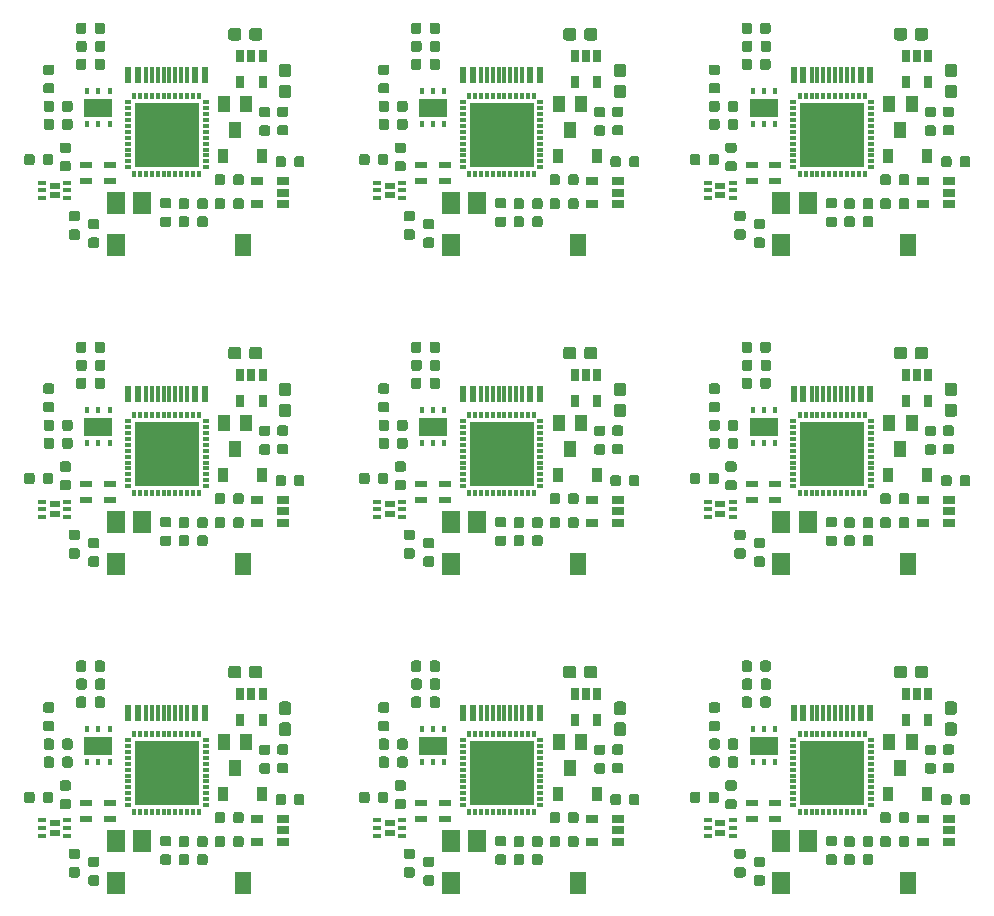
<source format=gtp>
%MOIN*%
%OFA0B0*%
%FSLAX46Y46*%
%IPPOS*%
%LPD*%
%ADD10R,0.01968503937007874X0.011811023622047244*%
%ADD11R,0.011811023622047244X0.01968503937007874*%
%ADD12R,0.21259842519685043X0.21259842519685043*%
%ADD13R,0.03937007874015748X0.055118110236220472*%
%ADD14C,0.0039370078740157488*%
%ADD15C,0.034448818897637797*%
%ADD16R,0.011811023622047244X0.057086614173228349*%
%ADD17R,0.023622047244094488X0.057086614173228349*%
%ADD18R,0.059055118110236227X0.074803149606299218*%
%ADD19R,0.055118110236220472X0.074803149606299218*%
%ADD20R,0.025590551181102365X0.041732283464566935*%
%ADD21C,0.041338582677165357*%
%ADD22R,0.03937007874015748X0.023622047244094488*%
%ADD23R,0.035433070866141732X0.047244094488188976*%
%ADD24R,0.041732283464566935X0.025590551181102365*%
%ADD25R,0.025590551181102365X0.013779527559055118*%
%ADD26R,0.032283464566929133X0.024803149606299216*%
%ADD27R,0.094488188976377951X0.059055118110236227*%
%ADD28R,0.015748031496062995X0.023622047244094488*%
%ADD39R,0.01968503937007874X0.011811023622047244*%
%ADD40R,0.011811023622047244X0.01968503937007874*%
%ADD41R,0.21259842519685043X0.21259842519685043*%
%ADD42R,0.03937007874015748X0.055118110236220472*%
%ADD43C,0.0039370078740157488*%
%ADD44C,0.034448818897637797*%
%ADD45R,0.011811023622047244X0.057086614173228349*%
%ADD46R,0.023622047244094488X0.057086614173228349*%
%ADD47R,0.059055118110236227X0.074803149606299218*%
%ADD48R,0.055118110236220472X0.074803149606299218*%
%ADD49R,0.025590551181102365X0.041732283464566935*%
%ADD50C,0.041338582677165357*%
%ADD51R,0.03937007874015748X0.023622047244094488*%
%ADD52R,0.035433070866141732X0.047244094488188976*%
%ADD53R,0.041732283464566935X0.025590551181102365*%
%ADD54R,0.025590551181102365X0.013779527559055118*%
%ADD55R,0.032283464566929133X0.024803149606299216*%
%ADD56R,0.094488188976377951X0.059055118110236227*%
%ADD57R,0.015748031496062995X0.023622047244094488*%
%ADD58R,0.01968503937007874X0.011811023622047244*%
%ADD59R,0.011811023622047244X0.01968503937007874*%
%ADD60R,0.21259842519685043X0.21259842519685043*%
%ADD61R,0.03937007874015748X0.055118110236220472*%
%ADD62C,0.0039370078740157488*%
%ADD63C,0.034448818897637797*%
%ADD64R,0.011811023622047244X0.057086614173228349*%
%ADD65R,0.023622047244094488X0.057086614173228349*%
%ADD66R,0.059055118110236227X0.074803149606299218*%
%ADD67R,0.055118110236220472X0.074803149606299218*%
%ADD68R,0.025590551181102365X0.041732283464566935*%
%ADD69C,0.041338582677165357*%
%ADD70R,0.03937007874015748X0.023622047244094488*%
%ADD71R,0.035433070866141732X0.047244094488188976*%
%ADD72R,0.041732283464566935X0.025590551181102365*%
%ADD73R,0.025590551181102365X0.013779527559055118*%
%ADD74R,0.032283464566929133X0.024803149606299216*%
%ADD75R,0.094488188976377951X0.059055118110236227*%
%ADD76R,0.015748031496062995X0.023622047244094488*%
%ADD77R,0.01968503937007874X0.011811023622047244*%
%ADD78R,0.011811023622047244X0.01968503937007874*%
%ADD79R,0.21259842519685043X0.21259842519685043*%
%ADD80R,0.03937007874015748X0.055118110236220472*%
%ADD81C,0.0039370078740157488*%
%ADD82C,0.034448818897637797*%
%ADD83R,0.011811023622047244X0.057086614173228349*%
%ADD84R,0.023622047244094488X0.057086614173228349*%
%ADD85R,0.059055118110236227X0.074803149606299218*%
%ADD86R,0.055118110236220472X0.074803149606299218*%
%ADD87R,0.025590551181102365X0.041732283464566935*%
%ADD88C,0.041338582677165357*%
%ADD89R,0.03937007874015748X0.023622047244094488*%
%ADD90R,0.035433070866141732X0.047244094488188976*%
%ADD91R,0.041732283464566935X0.025590551181102365*%
%ADD92R,0.025590551181102365X0.013779527559055118*%
%ADD93R,0.032283464566929133X0.024803149606299216*%
%ADD94R,0.094488188976377951X0.059055118110236227*%
%ADD95R,0.015748031496062995X0.023622047244094488*%
%ADD96R,0.01968503937007874X0.011811023622047244*%
%ADD97R,0.011811023622047244X0.01968503937007874*%
%ADD98R,0.21259842519685043X0.21259842519685043*%
%ADD99R,0.03937007874015748X0.055118110236220472*%
%ADD100C,0.0039370078740157488*%
%ADD101C,0.034448818897637797*%
%ADD102R,0.011811023622047244X0.057086614173228349*%
%ADD103R,0.023622047244094488X0.057086614173228349*%
%ADD104R,0.059055118110236227X0.074803149606299218*%
%ADD105R,0.055118110236220472X0.074803149606299218*%
%ADD106R,0.025590551181102365X0.041732283464566935*%
%ADD107C,0.041338582677165357*%
%ADD108R,0.03937007874015748X0.023622047244094488*%
%ADD109R,0.035433070866141732X0.047244094488188976*%
%ADD110R,0.041732283464566935X0.025590551181102365*%
%ADD111R,0.025590551181102365X0.013779527559055118*%
%ADD112R,0.032283464566929133X0.024803149606299216*%
%ADD113R,0.094488188976377951X0.059055118110236227*%
%ADD114R,0.015748031496062995X0.023622047244094488*%
%ADD115R,0.01968503937007874X0.011811023622047244*%
%ADD116R,0.011811023622047244X0.01968503937007874*%
%ADD117R,0.21259842519685043X0.21259842519685043*%
%ADD118R,0.03937007874015748X0.055118110236220472*%
%ADD119C,0.0039370078740157488*%
%ADD120C,0.034448818897637797*%
%ADD121R,0.011811023622047244X0.057086614173228349*%
%ADD122R,0.023622047244094488X0.057086614173228349*%
%ADD123R,0.059055118110236227X0.074803149606299218*%
%ADD124R,0.055118110236220472X0.074803149606299218*%
%ADD125R,0.025590551181102365X0.041732283464566935*%
%ADD126C,0.041338582677165357*%
%ADD127R,0.03937007874015748X0.023622047244094488*%
%ADD128R,0.035433070866141732X0.047244094488188976*%
%ADD129R,0.041732283464566935X0.025590551181102365*%
%ADD130R,0.025590551181102365X0.013779527559055118*%
%ADD131R,0.032283464566929133X0.024803149606299216*%
%ADD132R,0.094488188976377951X0.059055118110236227*%
%ADD133R,0.015748031496062995X0.023622047244094488*%
%ADD134R,0.01968503937007874X0.011811023622047244*%
%ADD135R,0.011811023622047244X0.01968503937007874*%
%ADD136R,0.21259842519685043X0.21259842519685043*%
%ADD137R,0.03937007874015748X0.055118110236220472*%
%ADD138C,0.0039370078740157488*%
%ADD139C,0.034448818897637797*%
%ADD140R,0.011811023622047244X0.057086614173228349*%
%ADD141R,0.023622047244094488X0.057086614173228349*%
%ADD142R,0.059055118110236227X0.074803149606299218*%
%ADD143R,0.055118110236220472X0.074803149606299218*%
%ADD144R,0.025590551181102365X0.041732283464566935*%
%ADD145C,0.041338582677165357*%
%ADD146R,0.03937007874015748X0.023622047244094488*%
%ADD147R,0.035433070866141732X0.047244094488188976*%
%ADD148R,0.041732283464566935X0.025590551181102365*%
%ADD149R,0.025590551181102365X0.013779527559055118*%
%ADD150R,0.032283464566929133X0.024803149606299216*%
%ADD151R,0.094488188976377951X0.059055118110236227*%
%ADD152R,0.015748031496062995X0.023622047244094488*%
%ADD153R,0.01968503937007874X0.011811023622047244*%
%ADD154R,0.011811023622047244X0.01968503937007874*%
%ADD155R,0.21259842519685043X0.21259842519685043*%
%ADD156R,0.03937007874015748X0.055118110236220472*%
%ADD157C,0.0039370078740157488*%
%ADD158C,0.034448818897637797*%
%ADD159R,0.011811023622047244X0.057086614173228349*%
%ADD160R,0.023622047244094488X0.057086614173228349*%
%ADD161R,0.059055118110236227X0.074803149606299218*%
%ADD162R,0.055118110236220472X0.074803149606299218*%
%ADD163R,0.025590551181102365X0.041732283464566935*%
%ADD164C,0.041338582677165357*%
%ADD165R,0.03937007874015748X0.023622047244094488*%
%ADD166R,0.035433070866141732X0.047244094488188976*%
%ADD167R,0.041732283464566935X0.025590551181102365*%
%ADD168R,0.025590551181102365X0.013779527559055118*%
%ADD169R,0.032283464566929133X0.024803149606299216*%
%ADD170R,0.094488188976377951X0.059055118110236227*%
%ADD171R,0.015748031496062995X0.023622047244094488*%
%ADD172R,0.01968503937007874X0.011811023622047244*%
%ADD173R,0.011811023622047244X0.01968503937007874*%
%ADD174R,0.21259842519685043X0.21259842519685043*%
%ADD175R,0.03937007874015748X0.055118110236220472*%
%ADD176C,0.0039370078740157488*%
%ADD177C,0.034448818897637797*%
%ADD178R,0.011811023622047244X0.057086614173228349*%
%ADD179R,0.023622047244094488X0.057086614173228349*%
%ADD180R,0.059055118110236227X0.074803149606299218*%
%ADD181R,0.055118110236220472X0.074803149606299218*%
%ADD182R,0.025590551181102365X0.041732283464566935*%
%ADD183C,0.041338582677165357*%
%ADD184R,0.03937007874015748X0.023622047244094488*%
%ADD185R,0.035433070866141732X0.047244094488188976*%
%ADD186R,0.041732283464566935X0.025590551181102365*%
%ADD187R,0.025590551181102365X0.013779527559055118*%
%ADD188R,0.032283464566929133X0.024803149606299216*%
%ADD189R,0.094488188976377951X0.059055118110236227*%
%ADD190R,0.015748031496062995X0.023622047244094488*%
G01*
D10*
X-0005525984Y0007244094D02*
X0000631436Y0003325826D03*
X0000631436Y0003345511D03*
X0000631436Y0003365196D03*
X0000631436Y0003384881D03*
X0000631436Y0003404566D03*
X0000631436Y0003424251D03*
X0000631436Y0003443937D03*
X0000631436Y0003463622D03*
X0000631436Y0003483307D03*
X0000631436Y0003502992D03*
X0000631436Y0003522677D03*
X0000631436Y0003542362D03*
D11*
X0000609783Y0003564015D03*
X0000590098Y0003564015D03*
X0000570413Y0003564015D03*
X0000550728Y0003564015D03*
X0000531043Y0003564015D03*
X0000511358Y0003564015D03*
X0000491673Y0003564015D03*
X0000471988Y0003564015D03*
X0000452303Y0003564015D03*
X0000432618Y0003564015D03*
X0000412933Y0003564015D03*
X0000393247Y0003564015D03*
D10*
X0000371594Y0003542362D03*
X0000371594Y0003522677D03*
X0000371594Y0003502992D03*
X0000371594Y0003483307D03*
X0000371594Y0003463622D03*
X0000371594Y0003443937D03*
X0000371594Y0003424251D03*
X0000371594Y0003404566D03*
X0000371594Y0003384881D03*
X0000371594Y0003365196D03*
X0000371594Y0003345511D03*
X0000371594Y0003325826D03*
D11*
X0000393247Y0003304173D03*
X0000412933Y0003304173D03*
X0000432618Y0003304173D03*
X0000452303Y0003304173D03*
X0000471988Y0003304173D03*
X0000491673Y0003304173D03*
X0000511358Y0003304173D03*
X0000531043Y0003304173D03*
X0000550728Y0003304173D03*
X0000570413Y0003304173D03*
X0000590098Y0003304173D03*
X0000609783Y0003304173D03*
D12*
X0000501515Y0003434094D03*
D13*
X0000729114Y0003449980D03*
X0000691712Y0003536594D03*
X0000766515Y0003536594D03*
D14*
G36*
X0000288472Y0003807753D02*
X0000289308Y0003807629D01*
X0000290127Y0003807424D01*
X0000290923Y0003807139D01*
X0000291687Y0003806778D01*
X0000292412Y0003806343D01*
X0000293091Y0003805840D01*
X0000293717Y0003805272D01*
X0000294285Y0003804646D01*
X0000294788Y0003803967D01*
X0000295223Y0003803242D01*
X0000295584Y0003802478D01*
X0000295869Y0003801683D01*
X0000296074Y0003800863D01*
X0000296198Y0003800027D01*
X0000296240Y0003799183D01*
X0000296240Y0003779005D01*
X0000296198Y0003778161D01*
X0000296074Y0003777325D01*
X0000295869Y0003776505D01*
X0000295584Y0003775710D01*
X0000295223Y0003774946D01*
X0000294788Y0003774221D01*
X0000294285Y0003773542D01*
X0000293717Y0003772916D01*
X0000293091Y0003772348D01*
X0000292412Y0003771845D01*
X0000291687Y0003771410D01*
X0000290923Y0003771049D01*
X0000290127Y0003770764D01*
X0000289308Y0003770559D01*
X0000288472Y0003770435D01*
X0000287627Y0003770393D01*
X0000270403Y0003770393D01*
X0000269559Y0003770435D01*
X0000268723Y0003770559D01*
X0000267903Y0003770764D01*
X0000267107Y0003771049D01*
X0000266343Y0003771410D01*
X0000265618Y0003771845D01*
X0000264939Y0003772348D01*
X0000264313Y0003772916D01*
X0000263746Y0003773542D01*
X0000263242Y0003774221D01*
X0000262808Y0003774946D01*
X0000262446Y0003775710D01*
X0000262162Y0003776505D01*
X0000261956Y0003777325D01*
X0000261832Y0003778161D01*
X0000261791Y0003779005D01*
X0000261791Y0003799183D01*
X0000261832Y0003800027D01*
X0000261956Y0003800863D01*
X0000262162Y0003801683D01*
X0000262446Y0003802478D01*
X0000262808Y0003803242D01*
X0000263242Y0003803967D01*
X0000263746Y0003804646D01*
X0000264313Y0003805272D01*
X0000264939Y0003805840D01*
X0000265618Y0003806343D01*
X0000266343Y0003806778D01*
X0000267107Y0003807139D01*
X0000267903Y0003807424D01*
X0000268723Y0003807629D01*
X0000269559Y0003807753D01*
X0000270403Y0003807795D01*
X0000287627Y0003807795D01*
X0000288472Y0003807753D01*
X0000288472Y0003807753D01*
G37*
D15*
X0000279015Y0003789094D03*
D14*
G36*
X0000226464Y0003807753D02*
X0000227300Y0003807629D01*
X0000228120Y0003807424D01*
X0000228915Y0003807139D01*
X0000229679Y0003806778D01*
X0000230404Y0003806343D01*
X0000231083Y0003805840D01*
X0000231709Y0003805272D01*
X0000232277Y0003804646D01*
X0000232780Y0003803967D01*
X0000233215Y0003803242D01*
X0000233576Y0003802478D01*
X0000233861Y0003801683D01*
X0000234066Y0003800863D01*
X0000234190Y0003800027D01*
X0000234232Y0003799183D01*
X0000234232Y0003779005D01*
X0000234190Y0003778161D01*
X0000234066Y0003777325D01*
X0000233861Y0003776505D01*
X0000233576Y0003775710D01*
X0000233215Y0003774946D01*
X0000232780Y0003774221D01*
X0000232277Y0003773542D01*
X0000231709Y0003772916D01*
X0000231083Y0003772348D01*
X0000230404Y0003771845D01*
X0000229679Y0003771410D01*
X0000228915Y0003771049D01*
X0000228120Y0003770764D01*
X0000227300Y0003770559D01*
X0000226464Y0003770435D01*
X0000225620Y0003770393D01*
X0000208395Y0003770393D01*
X0000207551Y0003770435D01*
X0000206715Y0003770559D01*
X0000205895Y0003770764D01*
X0000205099Y0003771049D01*
X0000204335Y0003771410D01*
X0000203610Y0003771845D01*
X0000202932Y0003772348D01*
X0000202305Y0003772916D01*
X0000201738Y0003773542D01*
X0000201234Y0003774221D01*
X0000200800Y0003774946D01*
X0000200438Y0003775710D01*
X0000200154Y0003776505D01*
X0000199948Y0003777325D01*
X0000199824Y0003778161D01*
X0000199783Y0003779005D01*
X0000199783Y0003799183D01*
X0000199824Y0003800027D01*
X0000199948Y0003800863D01*
X0000200154Y0003801683D01*
X0000200438Y0003802478D01*
X0000200800Y0003803242D01*
X0000201234Y0003803967D01*
X0000201738Y0003804646D01*
X0000202305Y0003805272D01*
X0000202932Y0003805840D01*
X0000203610Y0003806343D01*
X0000204335Y0003806778D01*
X0000205099Y0003807139D01*
X0000205895Y0003807424D01*
X0000206715Y0003807629D01*
X0000207551Y0003807753D01*
X0000208395Y0003807795D01*
X0000225620Y0003807795D01*
X0000226464Y0003807753D01*
X0000226464Y0003807753D01*
G37*
D15*
X0000217007Y0003789094D03*
D14*
G36*
X0000227468Y0003747753D02*
X0000228304Y0003747629D01*
X0000229123Y0003747424D01*
X0000229919Y0003747139D01*
X0000230683Y0003746778D01*
X0000231408Y0003746343D01*
X0000232087Y0003745840D01*
X0000232713Y0003745272D01*
X0000233281Y0003744646D01*
X0000233784Y0003743967D01*
X0000234219Y0003743242D01*
X0000234580Y0003742478D01*
X0000234865Y0003741683D01*
X0000235070Y0003740863D01*
X0000235194Y0003740027D01*
X0000235236Y0003739183D01*
X0000235236Y0003719005D01*
X0000235194Y0003718161D01*
X0000235070Y0003717325D01*
X0000234865Y0003716505D01*
X0000234580Y0003715710D01*
X0000234219Y0003714946D01*
X0000233784Y0003714221D01*
X0000233281Y0003713542D01*
X0000232713Y0003712916D01*
X0000232087Y0003712348D01*
X0000231408Y0003711845D01*
X0000230683Y0003711410D01*
X0000229919Y0003711049D01*
X0000229123Y0003710764D01*
X0000228304Y0003710559D01*
X0000227468Y0003710435D01*
X0000226623Y0003710393D01*
X0000209399Y0003710393D01*
X0000208555Y0003710435D01*
X0000207719Y0003710559D01*
X0000206899Y0003710764D01*
X0000206103Y0003711049D01*
X0000205339Y0003711410D01*
X0000204614Y0003711845D01*
X0000203936Y0003712348D01*
X0000203309Y0003712916D01*
X0000202742Y0003713542D01*
X0000202238Y0003714221D01*
X0000201804Y0003714946D01*
X0000201442Y0003715710D01*
X0000201158Y0003716505D01*
X0000200952Y0003717325D01*
X0000200828Y0003718161D01*
X0000200787Y0003719005D01*
X0000200787Y0003739183D01*
X0000200828Y0003740027D01*
X0000200952Y0003740863D01*
X0000201158Y0003741683D01*
X0000201442Y0003742478D01*
X0000201804Y0003743242D01*
X0000202238Y0003743967D01*
X0000202742Y0003744646D01*
X0000203309Y0003745272D01*
X0000203936Y0003745840D01*
X0000204614Y0003746343D01*
X0000205339Y0003746778D01*
X0000206103Y0003747139D01*
X0000206899Y0003747424D01*
X0000207719Y0003747629D01*
X0000208555Y0003747753D01*
X0000209399Y0003747795D01*
X0000226623Y0003747795D01*
X0000227468Y0003747753D01*
X0000227468Y0003747753D01*
G37*
D15*
X0000218011Y0003729094D03*
D14*
G36*
X0000289475Y0003747753D02*
X0000290312Y0003747629D01*
X0000291131Y0003747424D01*
X0000291927Y0003747139D01*
X0000292691Y0003746778D01*
X0000293416Y0003746343D01*
X0000294095Y0003745840D01*
X0000294721Y0003745272D01*
X0000295289Y0003744646D01*
X0000295792Y0003743967D01*
X0000296227Y0003743242D01*
X0000296588Y0003742478D01*
X0000296873Y0003741683D01*
X0000297078Y0003740863D01*
X0000297202Y0003740027D01*
X0000297244Y0003739183D01*
X0000297244Y0003719005D01*
X0000297202Y0003718161D01*
X0000297078Y0003717325D01*
X0000296873Y0003716505D01*
X0000296588Y0003715710D01*
X0000296227Y0003714946D01*
X0000295792Y0003714221D01*
X0000295289Y0003713542D01*
X0000294721Y0003712916D01*
X0000294095Y0003712348D01*
X0000293416Y0003711845D01*
X0000292691Y0003711410D01*
X0000291927Y0003711049D01*
X0000291131Y0003710764D01*
X0000290312Y0003710559D01*
X0000289475Y0003710435D01*
X0000288631Y0003710393D01*
X0000271407Y0003710393D01*
X0000270563Y0003710435D01*
X0000269727Y0003710559D01*
X0000268907Y0003710764D01*
X0000268111Y0003711049D01*
X0000267347Y0003711410D01*
X0000266622Y0003711845D01*
X0000265943Y0003712348D01*
X0000265317Y0003712916D01*
X0000264750Y0003713542D01*
X0000264246Y0003714221D01*
X0000263812Y0003714946D01*
X0000263450Y0003715710D01*
X0000263166Y0003716505D01*
X0000262960Y0003717325D01*
X0000262836Y0003718161D01*
X0000262795Y0003719005D01*
X0000262795Y0003739183D01*
X0000262836Y0003740027D01*
X0000262960Y0003740863D01*
X0000263166Y0003741683D01*
X0000263450Y0003742478D01*
X0000263812Y0003743242D01*
X0000264246Y0003743967D01*
X0000264750Y0003744646D01*
X0000265317Y0003745272D01*
X0000265943Y0003745840D01*
X0000266622Y0003746343D01*
X0000267347Y0003746778D01*
X0000268111Y0003747139D01*
X0000268907Y0003747424D01*
X0000269727Y0003747629D01*
X0000270563Y0003747753D01*
X0000271407Y0003747795D01*
X0000288631Y0003747795D01*
X0000289475Y0003747753D01*
X0000289475Y0003747753D01*
G37*
D15*
X0000280019Y0003729094D03*
D14*
G36*
X0000204948Y0003118777D02*
X0000205784Y0003118653D01*
X0000206604Y0003118448D01*
X0000207400Y0003118163D01*
X0000208164Y0003117801D01*
X0000208888Y0003117367D01*
X0000209567Y0003116864D01*
X0000210194Y0003116296D01*
X0000210761Y0003115670D01*
X0000211265Y0003114991D01*
X0000211699Y0003114266D01*
X0000212060Y0003113502D01*
X0000212345Y0003112706D01*
X0000212551Y0003111886D01*
X0000212675Y0003111050D01*
X0000212716Y0003110206D01*
X0000212716Y0003092982D01*
X0000212675Y0003092138D01*
X0000212551Y0003091302D01*
X0000212345Y0003090482D01*
X0000212060Y0003089686D01*
X0000211699Y0003088922D01*
X0000211265Y0003088197D01*
X0000210761Y0003087518D01*
X0000210194Y0003086892D01*
X0000209567Y0003086324D01*
X0000208888Y0003085821D01*
X0000208164Y0003085387D01*
X0000207400Y0003085025D01*
X0000206604Y0003084740D01*
X0000205784Y0003084535D01*
X0000204948Y0003084411D01*
X0000204104Y0003084370D01*
X0000183927Y0003084370D01*
X0000183082Y0003084411D01*
X0000182246Y0003084535D01*
X0000181427Y0003084740D01*
X0000180631Y0003085025D01*
X0000179867Y0003085387D01*
X0000179142Y0003085821D01*
X0000178463Y0003086324D01*
X0000177837Y0003086892D01*
X0000177269Y0003087518D01*
X0000176766Y0003088197D01*
X0000176331Y0003088922D01*
X0000175970Y0003089686D01*
X0000175685Y0003090482D01*
X0000175480Y0003091302D01*
X0000175356Y0003092138D01*
X0000175314Y0003092982D01*
X0000175314Y0003110206D01*
X0000175356Y0003111050D01*
X0000175480Y0003111886D01*
X0000175685Y0003112706D01*
X0000175970Y0003113502D01*
X0000176331Y0003114266D01*
X0000176766Y0003114991D01*
X0000177269Y0003115670D01*
X0000177837Y0003116296D01*
X0000178463Y0003116864D01*
X0000179142Y0003117367D01*
X0000179867Y0003117801D01*
X0000180631Y0003118163D01*
X0000181427Y0003118448D01*
X0000182246Y0003118653D01*
X0000183082Y0003118777D01*
X0000183927Y0003118818D01*
X0000204104Y0003118818D01*
X0000204948Y0003118777D01*
X0000204948Y0003118777D01*
G37*
D15*
X0000194015Y0003101594D03*
D14*
G36*
X0000204948Y0003180785D02*
X0000205784Y0003180661D01*
X0000206604Y0003180455D01*
X0000207400Y0003180171D01*
X0000208164Y0003179809D01*
X0000208888Y0003179375D01*
X0000209567Y0003178871D01*
X0000210194Y0003178304D01*
X0000210761Y0003177678D01*
X0000211265Y0003176999D01*
X0000211699Y0003176274D01*
X0000212060Y0003175510D01*
X0000212345Y0003174714D01*
X0000212551Y0003173894D01*
X0000212675Y0003173058D01*
X0000212716Y0003172214D01*
X0000212716Y0003154990D01*
X0000212675Y0003154146D01*
X0000212551Y0003153310D01*
X0000212345Y0003152490D01*
X0000212060Y0003151694D01*
X0000211699Y0003150930D01*
X0000211265Y0003150205D01*
X0000210761Y0003149526D01*
X0000210194Y0003148900D01*
X0000209567Y0003148332D01*
X0000208888Y0003147829D01*
X0000208164Y0003147394D01*
X0000207400Y0003147033D01*
X0000206604Y0003146748D01*
X0000205784Y0003146543D01*
X0000204948Y0003146419D01*
X0000204104Y0003146377D01*
X0000183927Y0003146377D01*
X0000183082Y0003146419D01*
X0000182246Y0003146543D01*
X0000181427Y0003146748D01*
X0000180631Y0003147033D01*
X0000179867Y0003147394D01*
X0000179142Y0003147829D01*
X0000178463Y0003148332D01*
X0000177837Y0003148900D01*
X0000177269Y0003149526D01*
X0000176766Y0003150205D01*
X0000176331Y0003150930D01*
X0000175970Y0003151694D01*
X0000175685Y0003152490D01*
X0000175480Y0003153310D01*
X0000175356Y0003154146D01*
X0000175314Y0003154990D01*
X0000175314Y0003172214D01*
X0000175356Y0003173058D01*
X0000175480Y0003173894D01*
X0000175685Y0003174714D01*
X0000175970Y0003175510D01*
X0000176331Y0003176274D01*
X0000176766Y0003176999D01*
X0000177269Y0003177678D01*
X0000177837Y0003178304D01*
X0000178463Y0003178871D01*
X0000179142Y0003179375D01*
X0000179867Y0003179809D01*
X0000180631Y0003180171D01*
X0000181427Y0003180455D01*
X0000182246Y0003180661D01*
X0000183082Y0003180785D01*
X0000183927Y0003180826D01*
X0000204104Y0003180826D01*
X0000204948Y0003180785D01*
X0000204948Y0003180785D01*
G37*
D15*
X0000194015Y0003163602D03*
D14*
G36*
X0000269948Y0003091769D02*
X0000270784Y0003091645D01*
X0000271604Y0003091440D01*
X0000272400Y0003091155D01*
X0000273164Y0003090794D01*
X0000273888Y0003090359D01*
X0000274567Y0003089856D01*
X0000275194Y0003089288D01*
X0000275761Y0003088662D01*
X0000276265Y0003087983D01*
X0000276699Y0003087258D01*
X0000277060Y0003086494D01*
X0000277345Y0003085698D01*
X0000277551Y0003084878D01*
X0000277675Y0003084042D01*
X0000277716Y0003083198D01*
X0000277716Y0003065974D01*
X0000277675Y0003065130D01*
X0000277551Y0003064294D01*
X0000277345Y0003063474D01*
X0000277060Y0003062678D01*
X0000276699Y0003061914D01*
X0000276265Y0003061189D01*
X0000275761Y0003060510D01*
X0000275194Y0003059884D01*
X0000274567Y0003059317D01*
X0000273888Y0003058813D01*
X0000273164Y0003058379D01*
X0000272400Y0003058017D01*
X0000271604Y0003057733D01*
X0000270784Y0003057527D01*
X0000269948Y0003057403D01*
X0000269104Y0003057362D01*
X0000248927Y0003057362D01*
X0000248082Y0003057403D01*
X0000247246Y0003057527D01*
X0000246427Y0003057733D01*
X0000245631Y0003058017D01*
X0000244867Y0003058379D01*
X0000244142Y0003058813D01*
X0000243463Y0003059317D01*
X0000242837Y0003059884D01*
X0000242269Y0003060510D01*
X0000241766Y0003061189D01*
X0000241331Y0003061914D01*
X0000240970Y0003062678D01*
X0000240685Y0003063474D01*
X0000240480Y0003064294D01*
X0000240356Y0003065130D01*
X0000240314Y0003065974D01*
X0000240314Y0003083198D01*
X0000240356Y0003084042D01*
X0000240480Y0003084878D01*
X0000240685Y0003085698D01*
X0000240970Y0003086494D01*
X0000241331Y0003087258D01*
X0000241766Y0003087983D01*
X0000242269Y0003088662D01*
X0000242837Y0003089288D01*
X0000243463Y0003089856D01*
X0000244142Y0003090359D01*
X0000244867Y0003090794D01*
X0000245631Y0003091155D01*
X0000246427Y0003091440D01*
X0000247246Y0003091645D01*
X0000248082Y0003091769D01*
X0000248927Y0003091811D01*
X0000269104Y0003091811D01*
X0000269948Y0003091769D01*
X0000269948Y0003091769D01*
G37*
D15*
X0000259015Y0003074586D03*
D14*
G36*
X0000269948Y0003153777D02*
X0000270784Y0003153653D01*
X0000271604Y0003153448D01*
X0000272400Y0003153163D01*
X0000273164Y0003152801D01*
X0000273888Y0003152367D01*
X0000274567Y0003151864D01*
X0000275194Y0003151296D01*
X0000275761Y0003150670D01*
X0000276265Y0003149991D01*
X0000276699Y0003149266D01*
X0000277060Y0003148502D01*
X0000277345Y0003147706D01*
X0000277551Y0003146886D01*
X0000277675Y0003146050D01*
X0000277716Y0003145206D01*
X0000277716Y0003127982D01*
X0000277675Y0003127138D01*
X0000277551Y0003126302D01*
X0000277345Y0003125482D01*
X0000277060Y0003124686D01*
X0000276699Y0003123922D01*
X0000276265Y0003123197D01*
X0000275761Y0003122518D01*
X0000275194Y0003121892D01*
X0000274567Y0003121324D01*
X0000273888Y0003120821D01*
X0000273164Y0003120387D01*
X0000272400Y0003120025D01*
X0000271604Y0003119740D01*
X0000270784Y0003119535D01*
X0000269948Y0003119411D01*
X0000269104Y0003119370D01*
X0000248927Y0003119370D01*
X0000248082Y0003119411D01*
X0000247246Y0003119535D01*
X0000246427Y0003119740D01*
X0000245631Y0003120025D01*
X0000244867Y0003120387D01*
X0000244142Y0003120821D01*
X0000243463Y0003121324D01*
X0000242837Y0003121892D01*
X0000242269Y0003122518D01*
X0000241766Y0003123197D01*
X0000241331Y0003123922D01*
X0000240970Y0003124686D01*
X0000240685Y0003125482D01*
X0000240480Y0003126302D01*
X0000240356Y0003127138D01*
X0000240314Y0003127982D01*
X0000240314Y0003145206D01*
X0000240356Y0003146050D01*
X0000240480Y0003146886D01*
X0000240685Y0003147706D01*
X0000240970Y0003148502D01*
X0000241331Y0003149266D01*
X0000241766Y0003149991D01*
X0000242269Y0003150670D01*
X0000242837Y0003151296D01*
X0000243463Y0003151864D01*
X0000244142Y0003152367D01*
X0000244867Y0003152801D01*
X0000245631Y0003153163D01*
X0000246427Y0003153448D01*
X0000247246Y0003153653D01*
X0000248082Y0003153777D01*
X0000248927Y0003153818D01*
X0000269104Y0003153818D01*
X0000269948Y0003153777D01*
X0000269948Y0003153777D01*
G37*
D15*
X0000259015Y0003136594D03*
D14*
G36*
X0000509948Y0003161277D02*
X0000510784Y0003161153D01*
X0000511604Y0003160948D01*
X0000512400Y0003160663D01*
X0000513164Y0003160301D01*
X0000513888Y0003159867D01*
X0000514567Y0003159364D01*
X0000515194Y0003158796D01*
X0000515761Y0003158170D01*
X0000516265Y0003157491D01*
X0000516699Y0003156766D01*
X0000517060Y0003156002D01*
X0000517345Y0003155206D01*
X0000517551Y0003154386D01*
X0000517675Y0003153550D01*
X0000517716Y0003152706D01*
X0000517716Y0003135482D01*
X0000517675Y0003134638D01*
X0000517551Y0003133802D01*
X0000517345Y0003132982D01*
X0000517060Y0003132186D01*
X0000516699Y0003131422D01*
X0000516265Y0003130697D01*
X0000515761Y0003130018D01*
X0000515194Y0003129392D01*
X0000514567Y0003128824D01*
X0000513888Y0003128321D01*
X0000513164Y0003127887D01*
X0000512400Y0003127525D01*
X0000511604Y0003127240D01*
X0000510784Y0003127035D01*
X0000509948Y0003126911D01*
X0000509104Y0003126870D01*
X0000488927Y0003126870D01*
X0000488082Y0003126911D01*
X0000487246Y0003127035D01*
X0000486427Y0003127240D01*
X0000485631Y0003127525D01*
X0000484867Y0003127887D01*
X0000484142Y0003128321D01*
X0000483463Y0003128824D01*
X0000482837Y0003129392D01*
X0000482269Y0003130018D01*
X0000481766Y0003130697D01*
X0000481331Y0003131422D01*
X0000480970Y0003132186D01*
X0000480685Y0003132982D01*
X0000480480Y0003133802D01*
X0000480356Y0003134638D01*
X0000480314Y0003135482D01*
X0000480314Y0003152706D01*
X0000480356Y0003153550D01*
X0000480480Y0003154386D01*
X0000480685Y0003155206D01*
X0000480970Y0003156002D01*
X0000481331Y0003156766D01*
X0000481766Y0003157491D01*
X0000482269Y0003158170D01*
X0000482837Y0003158796D01*
X0000483463Y0003159364D01*
X0000484142Y0003159867D01*
X0000484867Y0003160301D01*
X0000485631Y0003160663D01*
X0000486427Y0003160948D01*
X0000487246Y0003161153D01*
X0000488082Y0003161277D01*
X0000488927Y0003161318D01*
X0000509104Y0003161318D01*
X0000509948Y0003161277D01*
X0000509948Y0003161277D01*
G37*
D15*
X0000499015Y0003144094D03*
D14*
G36*
X0000509948Y0003223285D02*
X0000510784Y0003223161D01*
X0000511604Y0003222955D01*
X0000512400Y0003222671D01*
X0000513164Y0003222309D01*
X0000513888Y0003221875D01*
X0000514567Y0003221371D01*
X0000515194Y0003220804D01*
X0000515761Y0003220178D01*
X0000516265Y0003219499D01*
X0000516699Y0003218774D01*
X0000517060Y0003218010D01*
X0000517345Y0003217214D01*
X0000517551Y0003216394D01*
X0000517675Y0003215558D01*
X0000517716Y0003214714D01*
X0000517716Y0003197490D01*
X0000517675Y0003196646D01*
X0000517551Y0003195810D01*
X0000517345Y0003194990D01*
X0000517060Y0003194194D01*
X0000516699Y0003193430D01*
X0000516265Y0003192705D01*
X0000515761Y0003192026D01*
X0000515194Y0003191400D01*
X0000514567Y0003190832D01*
X0000513888Y0003190329D01*
X0000513164Y0003189894D01*
X0000512400Y0003189533D01*
X0000511604Y0003189248D01*
X0000510784Y0003189043D01*
X0000509948Y0003188919D01*
X0000509104Y0003188877D01*
X0000488927Y0003188877D01*
X0000488082Y0003188919D01*
X0000487246Y0003189043D01*
X0000486427Y0003189248D01*
X0000485631Y0003189533D01*
X0000484867Y0003189894D01*
X0000484142Y0003190329D01*
X0000483463Y0003190832D01*
X0000482837Y0003191400D01*
X0000482269Y0003192026D01*
X0000481766Y0003192705D01*
X0000481331Y0003193430D01*
X0000480970Y0003194194D01*
X0000480685Y0003194990D01*
X0000480480Y0003195810D01*
X0000480356Y0003196646D01*
X0000480314Y0003197490D01*
X0000480314Y0003214714D01*
X0000480356Y0003215558D01*
X0000480480Y0003216394D01*
X0000480685Y0003217214D01*
X0000480970Y0003218010D01*
X0000481331Y0003218774D01*
X0000481766Y0003219499D01*
X0000482269Y0003220178D01*
X0000482837Y0003220804D01*
X0000483463Y0003221371D01*
X0000484142Y0003221875D01*
X0000484867Y0003222309D01*
X0000485631Y0003222671D01*
X0000486427Y0003222955D01*
X0000487246Y0003223161D01*
X0000488082Y0003223285D01*
X0000488927Y0003223326D01*
X0000509104Y0003223326D01*
X0000509948Y0003223285D01*
X0000509948Y0003223285D01*
G37*
D15*
X0000499015Y0003206102D03*
D16*
X0000511358Y0003633641D03*
X0000491673Y0003633641D03*
X0000471988Y0003633641D03*
X0000531043Y0003633641D03*
X0000452303Y0003633641D03*
X0000550728Y0003633641D03*
X0000432618Y0003633641D03*
X0000570413Y0003633641D03*
D17*
X0000597972Y0003633641D03*
X0000405059Y0003633641D03*
X0000628484Y0003633641D03*
X0000374547Y0003633641D03*
D18*
X0000332283Y0003205960D03*
X0000420866Y0003205960D03*
X0000332283Y0003066196D03*
D19*
X0000755511Y0003066196D03*
D14*
G36*
X0000630479Y0003162753D02*
X0000631315Y0003162629D01*
X0000632135Y0003162424D01*
X0000632931Y0003162139D01*
X0000633695Y0003161778D01*
X0000634420Y0003161343D01*
X0000635099Y0003160840D01*
X0000635725Y0003160272D01*
X0000636293Y0003159646D01*
X0000636796Y0003158967D01*
X0000637231Y0003158242D01*
X0000637592Y0003157478D01*
X0000637877Y0003156683D01*
X0000638082Y0003155863D01*
X0000638206Y0003155027D01*
X0000638247Y0003154183D01*
X0000638247Y0003134005D01*
X0000638206Y0003133161D01*
X0000638082Y0003132325D01*
X0000637877Y0003131505D01*
X0000637592Y0003130710D01*
X0000637231Y0003129946D01*
X0000636796Y0003129221D01*
X0000636293Y0003128542D01*
X0000635725Y0003127916D01*
X0000635099Y0003127348D01*
X0000634420Y0003126845D01*
X0000633695Y0003126410D01*
X0000632931Y0003126049D01*
X0000632135Y0003125764D01*
X0000631315Y0003125559D01*
X0000630479Y0003125435D01*
X0000629635Y0003125393D01*
X0000612411Y0003125393D01*
X0000611567Y0003125435D01*
X0000610731Y0003125559D01*
X0000609911Y0003125764D01*
X0000609115Y0003126049D01*
X0000608351Y0003126410D01*
X0000607626Y0003126845D01*
X0000606947Y0003127348D01*
X0000606321Y0003127916D01*
X0000605754Y0003128542D01*
X0000605250Y0003129221D01*
X0000604816Y0003129946D01*
X0000604454Y0003130710D01*
X0000604170Y0003131505D01*
X0000603964Y0003132325D01*
X0000603840Y0003133161D01*
X0000603799Y0003134005D01*
X0000603799Y0003154183D01*
X0000603840Y0003155027D01*
X0000603964Y0003155863D01*
X0000604170Y0003156683D01*
X0000604454Y0003157478D01*
X0000604816Y0003158242D01*
X0000605250Y0003158967D01*
X0000605754Y0003159646D01*
X0000606321Y0003160272D01*
X0000606947Y0003160840D01*
X0000607626Y0003161343D01*
X0000608351Y0003161778D01*
X0000609115Y0003162139D01*
X0000609911Y0003162424D01*
X0000610731Y0003162629D01*
X0000611567Y0003162753D01*
X0000612411Y0003162795D01*
X0000629635Y0003162795D01*
X0000630479Y0003162753D01*
X0000630479Y0003162753D01*
G37*
D15*
X0000621023Y0003144094D03*
D14*
G36*
X0000568472Y0003162753D02*
X0000569308Y0003162629D01*
X0000570127Y0003162424D01*
X0000570923Y0003162139D01*
X0000571687Y0003161778D01*
X0000572412Y0003161343D01*
X0000573091Y0003160840D01*
X0000573717Y0003160272D01*
X0000574285Y0003159646D01*
X0000574788Y0003158967D01*
X0000575223Y0003158242D01*
X0000575584Y0003157478D01*
X0000575869Y0003156683D01*
X0000576074Y0003155863D01*
X0000576198Y0003155027D01*
X0000576240Y0003154183D01*
X0000576240Y0003134005D01*
X0000576198Y0003133161D01*
X0000576074Y0003132325D01*
X0000575869Y0003131505D01*
X0000575584Y0003130710D01*
X0000575223Y0003129946D01*
X0000574788Y0003129221D01*
X0000574285Y0003128542D01*
X0000573717Y0003127916D01*
X0000573091Y0003127348D01*
X0000572412Y0003126845D01*
X0000571687Y0003126410D01*
X0000570923Y0003126049D01*
X0000570127Y0003125764D01*
X0000569308Y0003125559D01*
X0000568472Y0003125435D01*
X0000567627Y0003125393D01*
X0000550403Y0003125393D01*
X0000549559Y0003125435D01*
X0000548723Y0003125559D01*
X0000547903Y0003125764D01*
X0000547107Y0003126049D01*
X0000546343Y0003126410D01*
X0000545618Y0003126845D01*
X0000544939Y0003127348D01*
X0000544313Y0003127916D01*
X0000543746Y0003128542D01*
X0000543242Y0003129221D01*
X0000542808Y0003129946D01*
X0000542446Y0003130710D01*
X0000542162Y0003131505D01*
X0000541956Y0003132325D01*
X0000541832Y0003133161D01*
X0000541791Y0003134005D01*
X0000541791Y0003154183D01*
X0000541832Y0003155027D01*
X0000541956Y0003155863D01*
X0000542162Y0003156683D01*
X0000542446Y0003157478D01*
X0000542808Y0003158242D01*
X0000543242Y0003158967D01*
X0000543746Y0003159646D01*
X0000544313Y0003160272D01*
X0000544939Y0003160840D01*
X0000545618Y0003161343D01*
X0000546343Y0003161778D01*
X0000547107Y0003162139D01*
X0000547903Y0003162424D01*
X0000548723Y0003162629D01*
X0000549559Y0003162753D01*
X0000550403Y0003162795D01*
X0000567627Y0003162795D01*
X0000568472Y0003162753D01*
X0000568472Y0003162753D01*
G37*
D15*
X0000559015Y0003144094D03*
D14*
G36*
X0000630479Y0003222753D02*
X0000631315Y0003222629D01*
X0000632135Y0003222424D01*
X0000632931Y0003222139D01*
X0000633695Y0003221778D01*
X0000634420Y0003221343D01*
X0000635099Y0003220840D01*
X0000635725Y0003220272D01*
X0000636293Y0003219646D01*
X0000636796Y0003218967D01*
X0000637231Y0003218242D01*
X0000637592Y0003217478D01*
X0000637877Y0003216683D01*
X0000638082Y0003215863D01*
X0000638206Y0003215027D01*
X0000638247Y0003214183D01*
X0000638247Y0003194005D01*
X0000638206Y0003193161D01*
X0000638082Y0003192325D01*
X0000637877Y0003191505D01*
X0000637592Y0003190710D01*
X0000637231Y0003189946D01*
X0000636796Y0003189221D01*
X0000636293Y0003188542D01*
X0000635725Y0003187916D01*
X0000635099Y0003187348D01*
X0000634420Y0003186845D01*
X0000633695Y0003186410D01*
X0000632931Y0003186049D01*
X0000632135Y0003185764D01*
X0000631315Y0003185559D01*
X0000630479Y0003185435D01*
X0000629635Y0003185393D01*
X0000612411Y0003185393D01*
X0000611567Y0003185435D01*
X0000610731Y0003185559D01*
X0000609911Y0003185764D01*
X0000609115Y0003186049D01*
X0000608351Y0003186410D01*
X0000607626Y0003186845D01*
X0000606947Y0003187348D01*
X0000606321Y0003187916D01*
X0000605754Y0003188542D01*
X0000605250Y0003189221D01*
X0000604816Y0003189946D01*
X0000604454Y0003190710D01*
X0000604170Y0003191505D01*
X0000603964Y0003192325D01*
X0000603840Y0003193161D01*
X0000603799Y0003194005D01*
X0000603799Y0003214183D01*
X0000603840Y0003215027D01*
X0000603964Y0003215863D01*
X0000604170Y0003216683D01*
X0000604454Y0003217478D01*
X0000604816Y0003218242D01*
X0000605250Y0003218967D01*
X0000605754Y0003219646D01*
X0000606321Y0003220272D01*
X0000606947Y0003220840D01*
X0000607626Y0003221343D01*
X0000608351Y0003221778D01*
X0000609115Y0003222139D01*
X0000609911Y0003222424D01*
X0000610731Y0003222629D01*
X0000611567Y0003222753D01*
X0000612411Y0003222795D01*
X0000629635Y0003222795D01*
X0000630479Y0003222753D01*
X0000630479Y0003222753D01*
G37*
D15*
X0000621023Y0003204094D03*
D14*
G36*
X0000568472Y0003222753D02*
X0000569308Y0003222629D01*
X0000570127Y0003222424D01*
X0000570923Y0003222139D01*
X0000571687Y0003221778D01*
X0000572412Y0003221343D01*
X0000573091Y0003220840D01*
X0000573717Y0003220272D01*
X0000574285Y0003219646D01*
X0000574788Y0003218967D01*
X0000575223Y0003218242D01*
X0000575584Y0003217478D01*
X0000575869Y0003216683D01*
X0000576074Y0003215863D01*
X0000576198Y0003215027D01*
X0000576240Y0003214183D01*
X0000576240Y0003194005D01*
X0000576198Y0003193161D01*
X0000576074Y0003192325D01*
X0000575869Y0003191505D01*
X0000575584Y0003190710D01*
X0000575223Y0003189946D01*
X0000574788Y0003189221D01*
X0000574285Y0003188542D01*
X0000573717Y0003187916D01*
X0000573091Y0003187348D01*
X0000572412Y0003186845D01*
X0000571687Y0003186410D01*
X0000570923Y0003186049D01*
X0000570127Y0003185764D01*
X0000569308Y0003185559D01*
X0000568472Y0003185435D01*
X0000567627Y0003185393D01*
X0000550403Y0003185393D01*
X0000549559Y0003185435D01*
X0000548723Y0003185559D01*
X0000547903Y0003185764D01*
X0000547107Y0003186049D01*
X0000546343Y0003186410D01*
X0000545618Y0003186845D01*
X0000544939Y0003187348D01*
X0000544313Y0003187916D01*
X0000543746Y0003188542D01*
X0000543242Y0003189221D01*
X0000542808Y0003189946D01*
X0000542446Y0003190710D01*
X0000542162Y0003191505D01*
X0000541956Y0003192325D01*
X0000541832Y0003193161D01*
X0000541791Y0003194005D01*
X0000541791Y0003214183D01*
X0000541832Y0003215027D01*
X0000541956Y0003215863D01*
X0000542162Y0003216683D01*
X0000542446Y0003217478D01*
X0000542808Y0003218242D01*
X0000543242Y0003218967D01*
X0000543746Y0003219646D01*
X0000544313Y0003220272D01*
X0000544939Y0003220840D01*
X0000545618Y0003221343D01*
X0000546343Y0003221778D01*
X0000547107Y0003222139D01*
X0000547903Y0003222424D01*
X0000548723Y0003222629D01*
X0000549559Y0003222753D01*
X0000550403Y0003222795D01*
X0000567627Y0003222795D01*
X0000568472Y0003222753D01*
X0000568472Y0003222753D01*
G37*
D15*
X0000559015Y0003204094D03*
D20*
X0000821417Y0003697401D03*
X0000784015Y0003697401D03*
X0000746614Y0003697401D03*
X0000746614Y0003610787D03*
X0000821417Y0003610787D03*
D14*
G36*
X0000742401Y0003789716D02*
X0000743357Y0003789574D01*
X0000744294Y0003789339D01*
X0000745203Y0003789014D01*
X0000746076Y0003788601D01*
X0000746905Y0003788105D01*
X0000747681Y0003787529D01*
X0000748396Y0003786880D01*
X0000749045Y0003786165D01*
X0000749620Y0003785389D01*
X0000750117Y0003784561D01*
X0000750530Y0003783687D01*
X0000750855Y0003782778D01*
X0000751090Y0003781841D01*
X0000751232Y0003780886D01*
X0000751279Y0003779921D01*
X0000751279Y0003758267D01*
X0000751232Y0003757302D01*
X0000751090Y0003756347D01*
X0000750855Y0003755410D01*
X0000750530Y0003754501D01*
X0000750117Y0003753627D01*
X0000749620Y0003752799D01*
X0000749045Y0003752023D01*
X0000748396Y0003751307D01*
X0000747681Y0003750659D01*
X0000746905Y0003750083D01*
X0000746076Y0003749587D01*
X0000745203Y0003749174D01*
X0000744294Y0003748849D01*
X0000743357Y0003748614D01*
X0000742401Y0003748472D01*
X0000741437Y0003748425D01*
X0000716830Y0003748425D01*
X0000715865Y0003748472D01*
X0000714910Y0003748614D01*
X0000713973Y0003748849D01*
X0000713064Y0003749174D01*
X0000712190Y0003749587D01*
X0000711362Y0003750083D01*
X0000710586Y0003750659D01*
X0000709870Y0003751307D01*
X0000709222Y0003752023D01*
X0000708646Y0003752799D01*
X0000708150Y0003753627D01*
X0000707737Y0003754501D01*
X0000707411Y0003755410D01*
X0000707177Y0003756347D01*
X0000707035Y0003757302D01*
X0000706988Y0003758267D01*
X0000706988Y0003779921D01*
X0000707035Y0003780886D01*
X0000707177Y0003781841D01*
X0000707411Y0003782778D01*
X0000707737Y0003783687D01*
X0000708150Y0003784561D01*
X0000708646Y0003785389D01*
X0000709222Y0003786165D01*
X0000709870Y0003786880D01*
X0000710586Y0003787529D01*
X0000711362Y0003788105D01*
X0000712190Y0003788601D01*
X0000713064Y0003789014D01*
X0000713973Y0003789339D01*
X0000714910Y0003789574D01*
X0000715865Y0003789716D01*
X0000716830Y0003789763D01*
X0000741437Y0003789763D01*
X0000742401Y0003789716D01*
X0000742401Y0003789716D01*
G37*
D21*
X0000729133Y0003769094D03*
D14*
G36*
X0000812283Y0003789716D02*
X0000813239Y0003789574D01*
X0000814176Y0003789339D01*
X0000815085Y0003789014D01*
X0000815958Y0003788601D01*
X0000816787Y0003788105D01*
X0000817562Y0003787529D01*
X0000818278Y0003786880D01*
X0000818927Y0003786165D01*
X0000819502Y0003785389D01*
X0000819999Y0003784561D01*
X0000820412Y0003783687D01*
X0000820737Y0003782778D01*
X0000820972Y0003781841D01*
X0000821113Y0003780886D01*
X0000821161Y0003779921D01*
X0000821161Y0003758267D01*
X0000821113Y0003757302D01*
X0000820972Y0003756347D01*
X0000820737Y0003755410D01*
X0000820412Y0003754501D01*
X0000819999Y0003753627D01*
X0000819502Y0003752799D01*
X0000818927Y0003752023D01*
X0000818278Y0003751307D01*
X0000817562Y0003750659D01*
X0000816787Y0003750083D01*
X0000815958Y0003749587D01*
X0000815085Y0003749174D01*
X0000814176Y0003748849D01*
X0000813239Y0003748614D01*
X0000812283Y0003748472D01*
X0000811318Y0003748425D01*
X0000786712Y0003748425D01*
X0000785747Y0003748472D01*
X0000784792Y0003748614D01*
X0000783855Y0003748849D01*
X0000782945Y0003749174D01*
X0000782072Y0003749587D01*
X0000781244Y0003750083D01*
X0000780468Y0003750659D01*
X0000779752Y0003751307D01*
X0000779104Y0003752023D01*
X0000778528Y0003752799D01*
X0000778032Y0003753627D01*
X0000777619Y0003754501D01*
X0000777293Y0003755410D01*
X0000777059Y0003756347D01*
X0000776917Y0003757302D01*
X0000776870Y0003758267D01*
X0000776870Y0003779921D01*
X0000776917Y0003780886D01*
X0000777059Y0003781841D01*
X0000777293Y0003782778D01*
X0000777619Y0003783687D01*
X0000778032Y0003784561D01*
X0000778528Y0003785389D01*
X0000779104Y0003786165D01*
X0000779752Y0003786880D01*
X0000780468Y0003787529D01*
X0000781244Y0003788105D01*
X0000782072Y0003788601D01*
X0000782945Y0003789014D01*
X0000783855Y0003789339D01*
X0000784792Y0003789574D01*
X0000785747Y0003789716D01*
X0000786712Y0003789763D01*
X0000811318Y0003789763D01*
X0000812283Y0003789716D01*
X0000812283Y0003789716D01*
G37*
D21*
X0000799015Y0003769094D03*
D14*
G36*
X0000908307Y0003671074D02*
X0000909262Y0003670932D01*
X0000910199Y0003670698D01*
X0000911109Y0003670372D01*
X0000911982Y0003669959D01*
X0000912810Y0003669463D01*
X0000913586Y0003668887D01*
X0000914302Y0003668239D01*
X0000914950Y0003667523D01*
X0000915526Y0003666747D01*
X0000916022Y0003665919D01*
X0000916435Y0003665046D01*
X0000916761Y0003664136D01*
X0000916995Y0003663199D01*
X0000917137Y0003662244D01*
X0000917185Y0003661279D01*
X0000917185Y0003636673D01*
X0000917137Y0003635708D01*
X0000916995Y0003634753D01*
X0000916761Y0003633816D01*
X0000916435Y0003632906D01*
X0000916022Y0003632033D01*
X0000915526Y0003631205D01*
X0000914950Y0003630429D01*
X0000914302Y0003629713D01*
X0000913586Y0003629064D01*
X0000912810Y0003628489D01*
X0000911982Y0003627992D01*
X0000911109Y0003627579D01*
X0000910199Y0003627254D01*
X0000909262Y0003627019D01*
X0000908307Y0003626878D01*
X0000907342Y0003626830D01*
X0000885688Y0003626830D01*
X0000884724Y0003626878D01*
X0000883768Y0003627019D01*
X0000882831Y0003627254D01*
X0000881922Y0003627579D01*
X0000881049Y0003627992D01*
X0000880220Y0003628489D01*
X0000879444Y0003629064D01*
X0000878729Y0003629713D01*
X0000878080Y0003630429D01*
X0000877505Y0003631205D01*
X0000877008Y0003632033D01*
X0000876595Y0003632906D01*
X0000876270Y0003633816D01*
X0000876035Y0003634753D01*
X0000875893Y0003635708D01*
X0000875846Y0003636673D01*
X0000875846Y0003661279D01*
X0000875893Y0003662244D01*
X0000876035Y0003663199D01*
X0000876270Y0003664136D01*
X0000876595Y0003665046D01*
X0000877008Y0003665919D01*
X0000877505Y0003666747D01*
X0000878080Y0003667523D01*
X0000878729Y0003668239D01*
X0000879444Y0003668887D01*
X0000880220Y0003669463D01*
X0000881049Y0003669959D01*
X0000881922Y0003670372D01*
X0000882831Y0003670698D01*
X0000883768Y0003670932D01*
X0000884724Y0003671074D01*
X0000885688Y0003671122D01*
X0000907342Y0003671122D01*
X0000908307Y0003671074D01*
X0000908307Y0003671074D01*
G37*
D21*
X0000896515Y0003648976D03*
D14*
G36*
X0000908307Y0003601192D02*
X0000909262Y0003601051D01*
X0000910199Y0003600816D01*
X0000911109Y0003600490D01*
X0000911982Y0003600077D01*
X0000912810Y0003599581D01*
X0000913586Y0003599006D01*
X0000914302Y0003598357D01*
X0000914950Y0003597641D01*
X0000915526Y0003596865D01*
X0000916022Y0003596037D01*
X0000916435Y0003595164D01*
X0000916761Y0003594254D01*
X0000916995Y0003593317D01*
X0000917137Y0003592362D01*
X0000917185Y0003591397D01*
X0000917185Y0003566791D01*
X0000917137Y0003565826D01*
X0000916995Y0003564871D01*
X0000916761Y0003563934D01*
X0000916435Y0003563024D01*
X0000916022Y0003562151D01*
X0000915526Y0003561323D01*
X0000914950Y0003560547D01*
X0000914302Y0003559831D01*
X0000913586Y0003559182D01*
X0000912810Y0003558607D01*
X0000911982Y0003558111D01*
X0000911109Y0003557698D01*
X0000910199Y0003557372D01*
X0000909262Y0003557137D01*
X0000908307Y0003556996D01*
X0000907342Y0003556948D01*
X0000885688Y0003556948D01*
X0000884724Y0003556996D01*
X0000883768Y0003557137D01*
X0000882831Y0003557372D01*
X0000881922Y0003557698D01*
X0000881049Y0003558111D01*
X0000880220Y0003558607D01*
X0000879444Y0003559182D01*
X0000878729Y0003559831D01*
X0000878080Y0003560547D01*
X0000877505Y0003561323D01*
X0000877008Y0003562151D01*
X0000876595Y0003563024D01*
X0000876270Y0003563934D01*
X0000876035Y0003564871D01*
X0000875893Y0003565826D01*
X0000875846Y0003566791D01*
X0000875846Y0003591397D01*
X0000875893Y0003592362D01*
X0000876035Y0003593317D01*
X0000876270Y0003594254D01*
X0000876595Y0003595164D01*
X0000877008Y0003596037D01*
X0000877505Y0003596865D01*
X0000878080Y0003597641D01*
X0000878729Y0003598357D01*
X0000879444Y0003599006D01*
X0000880220Y0003599581D01*
X0000881049Y0003600077D01*
X0000881922Y0003600490D01*
X0000882831Y0003600816D01*
X0000883768Y0003601051D01*
X0000884724Y0003601192D01*
X0000885688Y0003601240D01*
X0000907342Y0003601240D01*
X0000908307Y0003601192D01*
X0000908307Y0003601192D01*
G37*
D21*
X0000896515Y0003579094D03*
D14*
G36*
X0000891464Y0003362753D02*
X0000892300Y0003362629D01*
X0000893120Y0003362424D01*
X0000893915Y0003362139D01*
X0000894679Y0003361778D01*
X0000895404Y0003361343D01*
X0000896083Y0003360840D01*
X0000896709Y0003360272D01*
X0000897277Y0003359646D01*
X0000897780Y0003358967D01*
X0000898215Y0003358242D01*
X0000898576Y0003357478D01*
X0000898861Y0003356683D01*
X0000899066Y0003355863D01*
X0000899190Y0003355027D01*
X0000899232Y0003354183D01*
X0000899232Y0003334005D01*
X0000899190Y0003333161D01*
X0000899066Y0003332325D01*
X0000898861Y0003331505D01*
X0000898576Y0003330710D01*
X0000898215Y0003329946D01*
X0000897780Y0003329221D01*
X0000897277Y0003328542D01*
X0000896709Y0003327916D01*
X0000896083Y0003327348D01*
X0000895404Y0003326845D01*
X0000894679Y0003326410D01*
X0000893915Y0003326049D01*
X0000893120Y0003325764D01*
X0000892300Y0003325559D01*
X0000891464Y0003325435D01*
X0000890620Y0003325393D01*
X0000873395Y0003325393D01*
X0000872551Y0003325435D01*
X0000871715Y0003325559D01*
X0000870895Y0003325764D01*
X0000870099Y0003326049D01*
X0000869335Y0003326410D01*
X0000868610Y0003326845D01*
X0000867932Y0003327348D01*
X0000867305Y0003327916D01*
X0000866738Y0003328542D01*
X0000866234Y0003329221D01*
X0000865800Y0003329946D01*
X0000865438Y0003330710D01*
X0000865154Y0003331505D01*
X0000864948Y0003332325D01*
X0000864824Y0003333161D01*
X0000864783Y0003334005D01*
X0000864783Y0003354183D01*
X0000864824Y0003355027D01*
X0000864948Y0003355863D01*
X0000865154Y0003356683D01*
X0000865438Y0003357478D01*
X0000865800Y0003358242D01*
X0000866234Y0003358967D01*
X0000866738Y0003359646D01*
X0000867305Y0003360272D01*
X0000867932Y0003360840D01*
X0000868610Y0003361343D01*
X0000869335Y0003361778D01*
X0000870099Y0003362139D01*
X0000870895Y0003362424D01*
X0000871715Y0003362629D01*
X0000872551Y0003362753D01*
X0000873395Y0003362795D01*
X0000890620Y0003362795D01*
X0000891464Y0003362753D01*
X0000891464Y0003362753D01*
G37*
D15*
X0000882007Y0003344094D03*
D14*
G36*
X0000953472Y0003362753D02*
X0000954308Y0003362629D01*
X0000955127Y0003362424D01*
X0000955923Y0003362139D01*
X0000956687Y0003361778D01*
X0000957412Y0003361343D01*
X0000958091Y0003360840D01*
X0000958717Y0003360272D01*
X0000959285Y0003359646D01*
X0000959788Y0003358967D01*
X0000960223Y0003358242D01*
X0000960584Y0003357478D01*
X0000960869Y0003356683D01*
X0000961074Y0003355863D01*
X0000961198Y0003355027D01*
X0000961240Y0003354183D01*
X0000961240Y0003334005D01*
X0000961198Y0003333161D01*
X0000961074Y0003332325D01*
X0000960869Y0003331505D01*
X0000960584Y0003330710D01*
X0000960223Y0003329946D01*
X0000959788Y0003329221D01*
X0000959285Y0003328542D01*
X0000958717Y0003327916D01*
X0000958091Y0003327348D01*
X0000957412Y0003326845D01*
X0000956687Y0003326410D01*
X0000955923Y0003326049D01*
X0000955127Y0003325764D01*
X0000954308Y0003325559D01*
X0000953472Y0003325435D01*
X0000952627Y0003325393D01*
X0000935403Y0003325393D01*
X0000934559Y0003325435D01*
X0000933723Y0003325559D01*
X0000932903Y0003325764D01*
X0000932107Y0003326049D01*
X0000931343Y0003326410D01*
X0000930618Y0003326845D01*
X0000929939Y0003327348D01*
X0000929313Y0003327916D01*
X0000928746Y0003328542D01*
X0000928242Y0003329221D01*
X0000927808Y0003329946D01*
X0000927446Y0003330710D01*
X0000927162Y0003331505D01*
X0000926956Y0003332325D01*
X0000926832Y0003333161D01*
X0000926791Y0003334005D01*
X0000926791Y0003354183D01*
X0000926832Y0003355027D01*
X0000926956Y0003355863D01*
X0000927162Y0003356683D01*
X0000927446Y0003357478D01*
X0000927808Y0003358242D01*
X0000928242Y0003358967D01*
X0000928746Y0003359646D01*
X0000929313Y0003360272D01*
X0000929939Y0003360840D01*
X0000930618Y0003361343D01*
X0000931343Y0003361778D01*
X0000932107Y0003362139D01*
X0000932903Y0003362424D01*
X0000933723Y0003362629D01*
X0000934559Y0003362753D01*
X0000935403Y0003362795D01*
X0000952627Y0003362795D01*
X0000953472Y0003362753D01*
X0000953472Y0003362753D01*
G37*
D15*
X0000944015Y0003344094D03*
D14*
G36*
X0000115972Y0003370253D02*
X0000116808Y0003370129D01*
X0000117627Y0003369924D01*
X0000118423Y0003369639D01*
X0000119187Y0003369278D01*
X0000119912Y0003368843D01*
X0000120591Y0003368340D01*
X0000121217Y0003367772D01*
X0000121785Y0003367146D01*
X0000122288Y0003366467D01*
X0000122723Y0003365742D01*
X0000123084Y0003364978D01*
X0000123369Y0003364183D01*
X0000123574Y0003363363D01*
X0000123698Y0003362527D01*
X0000123740Y0003361683D01*
X0000123740Y0003341505D01*
X0000123698Y0003340661D01*
X0000123574Y0003339825D01*
X0000123369Y0003339005D01*
X0000123084Y0003338210D01*
X0000122723Y0003337446D01*
X0000122288Y0003336721D01*
X0000121785Y0003336042D01*
X0000121217Y0003335416D01*
X0000120591Y0003334848D01*
X0000119912Y0003334345D01*
X0000119187Y0003333910D01*
X0000118423Y0003333549D01*
X0000117627Y0003333264D01*
X0000116808Y0003333059D01*
X0000115972Y0003332935D01*
X0000115127Y0003332893D01*
X0000097903Y0003332893D01*
X0000097059Y0003332935D01*
X0000096223Y0003333059D01*
X0000095403Y0003333264D01*
X0000094607Y0003333549D01*
X0000093843Y0003333910D01*
X0000093118Y0003334345D01*
X0000092439Y0003334848D01*
X0000091813Y0003335416D01*
X0000091246Y0003336042D01*
X0000090742Y0003336721D01*
X0000090308Y0003337446D01*
X0000089946Y0003338210D01*
X0000089662Y0003339005D01*
X0000089456Y0003339825D01*
X0000089332Y0003340661D01*
X0000089291Y0003341505D01*
X0000089291Y0003361683D01*
X0000089332Y0003362527D01*
X0000089456Y0003363363D01*
X0000089662Y0003364183D01*
X0000089946Y0003364978D01*
X0000090308Y0003365742D01*
X0000090742Y0003366467D01*
X0000091246Y0003367146D01*
X0000091813Y0003367772D01*
X0000092439Y0003368340D01*
X0000093118Y0003368843D01*
X0000093843Y0003369278D01*
X0000094607Y0003369639D01*
X0000095403Y0003369924D01*
X0000096223Y0003370129D01*
X0000097059Y0003370253D01*
X0000097903Y0003370295D01*
X0000115127Y0003370295D01*
X0000115972Y0003370253D01*
X0000115972Y0003370253D01*
G37*
D15*
X0000106515Y0003351594D03*
D14*
G36*
X0000053964Y0003370253D02*
X0000054800Y0003370129D01*
X0000055620Y0003369924D01*
X0000056415Y0003369639D01*
X0000057179Y0003369278D01*
X0000057904Y0003368843D01*
X0000058583Y0003368340D01*
X0000059209Y0003367772D01*
X0000059777Y0003367146D01*
X0000060280Y0003366467D01*
X0000060715Y0003365742D01*
X0000061076Y0003364978D01*
X0000061361Y0003364183D01*
X0000061566Y0003363363D01*
X0000061690Y0003362527D01*
X0000061732Y0003361683D01*
X0000061732Y0003341505D01*
X0000061690Y0003340661D01*
X0000061566Y0003339825D01*
X0000061361Y0003339005D01*
X0000061076Y0003338210D01*
X0000060715Y0003337446D01*
X0000060280Y0003336721D01*
X0000059777Y0003336042D01*
X0000059209Y0003335416D01*
X0000058583Y0003334848D01*
X0000057904Y0003334345D01*
X0000057179Y0003333910D01*
X0000056415Y0003333549D01*
X0000055620Y0003333264D01*
X0000054800Y0003333059D01*
X0000053964Y0003332935D01*
X0000053120Y0003332893D01*
X0000035895Y0003332893D01*
X0000035051Y0003332935D01*
X0000034215Y0003333059D01*
X0000033395Y0003333264D01*
X0000032599Y0003333549D01*
X0000031835Y0003333910D01*
X0000031110Y0003334345D01*
X0000030432Y0003334848D01*
X0000029805Y0003335416D01*
X0000029238Y0003336042D01*
X0000028734Y0003336721D01*
X0000028300Y0003337446D01*
X0000027938Y0003338210D01*
X0000027654Y0003339005D01*
X0000027448Y0003339825D01*
X0000027324Y0003340661D01*
X0000027283Y0003341505D01*
X0000027283Y0003361683D01*
X0000027324Y0003362527D01*
X0000027448Y0003363363D01*
X0000027654Y0003364183D01*
X0000027938Y0003364978D01*
X0000028300Y0003365742D01*
X0000028734Y0003366467D01*
X0000029238Y0003367146D01*
X0000029805Y0003367772D01*
X0000030432Y0003368340D01*
X0000031110Y0003368843D01*
X0000031835Y0003369278D01*
X0000032599Y0003369639D01*
X0000033395Y0003369924D01*
X0000034215Y0003370129D01*
X0000035051Y0003370253D01*
X0000035895Y0003370295D01*
X0000053120Y0003370295D01*
X0000053964Y0003370253D01*
X0000053964Y0003370253D01*
G37*
D15*
X0000044507Y0003351594D03*
D14*
G36*
X0000839948Y0003527281D02*
X0000840784Y0003527157D01*
X0000841604Y0003526952D01*
X0000842400Y0003526667D01*
X0000843164Y0003526305D01*
X0000843888Y0003525871D01*
X0000844567Y0003525367D01*
X0000845194Y0003524800D01*
X0000845761Y0003524174D01*
X0000846265Y0003523495D01*
X0000846699Y0003522770D01*
X0000847060Y0003522006D01*
X0000847345Y0003521210D01*
X0000847551Y0003520390D01*
X0000847675Y0003519554D01*
X0000847716Y0003518710D01*
X0000847716Y0003501486D01*
X0000847675Y0003500642D01*
X0000847551Y0003499806D01*
X0000847345Y0003498986D01*
X0000847060Y0003498190D01*
X0000846699Y0003497426D01*
X0000846265Y0003496701D01*
X0000845761Y0003496022D01*
X0000845194Y0003495396D01*
X0000844567Y0003494828D01*
X0000843888Y0003494325D01*
X0000843164Y0003493890D01*
X0000842400Y0003493529D01*
X0000841604Y0003493244D01*
X0000840784Y0003493039D01*
X0000839948Y0003492915D01*
X0000839104Y0003492874D01*
X0000818927Y0003492874D01*
X0000818082Y0003492915D01*
X0000817246Y0003493039D01*
X0000816427Y0003493244D01*
X0000815631Y0003493529D01*
X0000814867Y0003493890D01*
X0000814142Y0003494325D01*
X0000813463Y0003494828D01*
X0000812837Y0003495396D01*
X0000812269Y0003496022D01*
X0000811766Y0003496701D01*
X0000811331Y0003497426D01*
X0000810970Y0003498190D01*
X0000810685Y0003498986D01*
X0000810480Y0003499806D01*
X0000810356Y0003500642D01*
X0000810314Y0003501486D01*
X0000810314Y0003518710D01*
X0000810356Y0003519554D01*
X0000810480Y0003520390D01*
X0000810685Y0003521210D01*
X0000810970Y0003522006D01*
X0000811331Y0003522770D01*
X0000811766Y0003523495D01*
X0000812269Y0003524174D01*
X0000812837Y0003524800D01*
X0000813463Y0003525367D01*
X0000814142Y0003525871D01*
X0000814867Y0003526305D01*
X0000815631Y0003526667D01*
X0000816427Y0003526952D01*
X0000817246Y0003527157D01*
X0000818082Y0003527281D01*
X0000818927Y0003527322D01*
X0000839104Y0003527322D01*
X0000839948Y0003527281D01*
X0000839948Y0003527281D01*
G37*
D15*
X0000829015Y0003510098D03*
D14*
G36*
X0000839948Y0003465273D02*
X0000840784Y0003465149D01*
X0000841604Y0003464944D01*
X0000842400Y0003464659D01*
X0000843164Y0003464298D01*
X0000843888Y0003463863D01*
X0000844567Y0003463360D01*
X0000845194Y0003462792D01*
X0000845761Y0003462166D01*
X0000846265Y0003461487D01*
X0000846699Y0003460762D01*
X0000847060Y0003459998D01*
X0000847345Y0003459202D01*
X0000847551Y0003458382D01*
X0000847675Y0003457546D01*
X0000847716Y0003456702D01*
X0000847716Y0003439478D01*
X0000847675Y0003438634D01*
X0000847551Y0003437798D01*
X0000847345Y0003436978D01*
X0000847060Y0003436182D01*
X0000846699Y0003435418D01*
X0000846265Y0003434693D01*
X0000845761Y0003434014D01*
X0000845194Y0003433388D01*
X0000844567Y0003432821D01*
X0000843888Y0003432317D01*
X0000843164Y0003431883D01*
X0000842400Y0003431521D01*
X0000841604Y0003431236D01*
X0000840784Y0003431031D01*
X0000839948Y0003430907D01*
X0000839104Y0003430866D01*
X0000818927Y0003430866D01*
X0000818082Y0003430907D01*
X0000817246Y0003431031D01*
X0000816427Y0003431236D01*
X0000815631Y0003431521D01*
X0000814867Y0003431883D01*
X0000814142Y0003432317D01*
X0000813463Y0003432821D01*
X0000812837Y0003433388D01*
X0000812269Y0003434014D01*
X0000811766Y0003434693D01*
X0000811331Y0003435418D01*
X0000810970Y0003436182D01*
X0000810685Y0003436978D01*
X0000810480Y0003437798D01*
X0000810356Y0003438634D01*
X0000810314Y0003439478D01*
X0000810314Y0003456702D01*
X0000810356Y0003457546D01*
X0000810480Y0003458382D01*
X0000810685Y0003459202D01*
X0000810970Y0003459998D01*
X0000811331Y0003460762D01*
X0000811766Y0003461487D01*
X0000812269Y0003462166D01*
X0000812837Y0003462792D01*
X0000813463Y0003463360D01*
X0000814142Y0003463863D01*
X0000814867Y0003464298D01*
X0000815631Y0003464659D01*
X0000816427Y0003464944D01*
X0000817246Y0003465149D01*
X0000818082Y0003465273D01*
X0000818927Y0003465314D01*
X0000839104Y0003465314D01*
X0000839948Y0003465273D01*
X0000839948Y0003465273D01*
G37*
D15*
X0000829015Y0003448090D03*
D22*
X0000312385Y0003281003D03*
X0000312385Y0003332185D03*
X0000233645Y0003281003D03*
X0000233645Y0003332185D03*
D23*
X0000818976Y0003364094D03*
X0000689055Y0003364094D03*
D14*
G36*
X0000899948Y0003466277D02*
X0000900784Y0003466153D01*
X0000901604Y0003465948D01*
X0000902400Y0003465663D01*
X0000903164Y0003465301D01*
X0000903888Y0003464867D01*
X0000904567Y0003464364D01*
X0000905194Y0003463796D01*
X0000905761Y0003463170D01*
X0000906265Y0003462491D01*
X0000906699Y0003461766D01*
X0000907060Y0003461002D01*
X0000907345Y0003460206D01*
X0000907551Y0003459386D01*
X0000907675Y0003458550D01*
X0000907716Y0003457706D01*
X0000907716Y0003440482D01*
X0000907675Y0003439638D01*
X0000907551Y0003438802D01*
X0000907345Y0003437982D01*
X0000907060Y0003437186D01*
X0000906699Y0003436422D01*
X0000906265Y0003435697D01*
X0000905761Y0003435018D01*
X0000905194Y0003434392D01*
X0000904567Y0003433824D01*
X0000903888Y0003433321D01*
X0000903164Y0003432887D01*
X0000902400Y0003432525D01*
X0000901604Y0003432240D01*
X0000900784Y0003432035D01*
X0000899948Y0003431911D01*
X0000899104Y0003431870D01*
X0000878927Y0003431870D01*
X0000878082Y0003431911D01*
X0000877246Y0003432035D01*
X0000876427Y0003432240D01*
X0000875631Y0003432525D01*
X0000874867Y0003432887D01*
X0000874142Y0003433321D01*
X0000873463Y0003433824D01*
X0000872837Y0003434392D01*
X0000872269Y0003435018D01*
X0000871766Y0003435697D01*
X0000871331Y0003436422D01*
X0000870970Y0003437186D01*
X0000870685Y0003437982D01*
X0000870480Y0003438802D01*
X0000870356Y0003439638D01*
X0000870314Y0003440482D01*
X0000870314Y0003457706D01*
X0000870356Y0003458550D01*
X0000870480Y0003459386D01*
X0000870685Y0003460206D01*
X0000870970Y0003461002D01*
X0000871331Y0003461766D01*
X0000871766Y0003462491D01*
X0000872269Y0003463170D01*
X0000872837Y0003463796D01*
X0000873463Y0003464364D01*
X0000874142Y0003464867D01*
X0000874867Y0003465301D01*
X0000875631Y0003465663D01*
X0000876427Y0003465948D01*
X0000877246Y0003466153D01*
X0000878082Y0003466277D01*
X0000878927Y0003466318D01*
X0000899104Y0003466318D01*
X0000899948Y0003466277D01*
X0000899948Y0003466277D01*
G37*
D15*
X0000889015Y0003449094D03*
D14*
G36*
X0000899948Y0003528285D02*
X0000900784Y0003528161D01*
X0000901604Y0003527955D01*
X0000902400Y0003527671D01*
X0000903164Y0003527309D01*
X0000903888Y0003526875D01*
X0000904567Y0003526371D01*
X0000905194Y0003525804D01*
X0000905761Y0003525178D01*
X0000906265Y0003524499D01*
X0000906699Y0003523774D01*
X0000907060Y0003523010D01*
X0000907345Y0003522214D01*
X0000907551Y0003521394D01*
X0000907675Y0003520558D01*
X0000907716Y0003519714D01*
X0000907716Y0003502490D01*
X0000907675Y0003501646D01*
X0000907551Y0003500810D01*
X0000907345Y0003499990D01*
X0000907060Y0003499194D01*
X0000906699Y0003498430D01*
X0000906265Y0003497705D01*
X0000905761Y0003497026D01*
X0000905194Y0003496400D01*
X0000904567Y0003495832D01*
X0000903888Y0003495329D01*
X0000903164Y0003494894D01*
X0000902400Y0003494533D01*
X0000901604Y0003494248D01*
X0000900784Y0003494043D01*
X0000899948Y0003493919D01*
X0000899104Y0003493877D01*
X0000878927Y0003493877D01*
X0000878082Y0003493919D01*
X0000877246Y0003494043D01*
X0000876427Y0003494248D01*
X0000875631Y0003494533D01*
X0000874867Y0003494894D01*
X0000874142Y0003495329D01*
X0000873463Y0003495832D01*
X0000872837Y0003496400D01*
X0000872269Y0003497026D01*
X0000871766Y0003497705D01*
X0000871331Y0003498430D01*
X0000870970Y0003499194D01*
X0000870685Y0003499990D01*
X0000870480Y0003500810D01*
X0000870356Y0003501646D01*
X0000870314Y0003502490D01*
X0000870314Y0003519714D01*
X0000870356Y0003520558D01*
X0000870480Y0003521394D01*
X0000870685Y0003522214D01*
X0000870970Y0003523010D01*
X0000871331Y0003523774D01*
X0000871766Y0003524499D01*
X0000872269Y0003525178D01*
X0000872837Y0003525804D01*
X0000873463Y0003526371D01*
X0000874142Y0003526875D01*
X0000874867Y0003527309D01*
X0000875631Y0003527671D01*
X0000876427Y0003527955D01*
X0000877246Y0003528161D01*
X0000878082Y0003528285D01*
X0000878927Y0003528326D01*
X0000899104Y0003528326D01*
X0000899948Y0003528285D01*
X0000899948Y0003528285D01*
G37*
D15*
X0000889015Y0003511102D03*
D14*
G36*
X0000688472Y0003222753D02*
X0000689308Y0003222629D01*
X0000690127Y0003222424D01*
X0000690923Y0003222139D01*
X0000691687Y0003221778D01*
X0000692412Y0003221343D01*
X0000693091Y0003220840D01*
X0000693717Y0003220272D01*
X0000694285Y0003219646D01*
X0000694788Y0003218967D01*
X0000695223Y0003218242D01*
X0000695584Y0003217478D01*
X0000695869Y0003216683D01*
X0000696074Y0003215863D01*
X0000696198Y0003215027D01*
X0000696240Y0003214183D01*
X0000696240Y0003194005D01*
X0000696198Y0003193161D01*
X0000696074Y0003192325D01*
X0000695869Y0003191505D01*
X0000695584Y0003190710D01*
X0000695223Y0003189946D01*
X0000694788Y0003189221D01*
X0000694285Y0003188542D01*
X0000693717Y0003187916D01*
X0000693091Y0003187348D01*
X0000692412Y0003186845D01*
X0000691687Y0003186410D01*
X0000690923Y0003186049D01*
X0000690127Y0003185764D01*
X0000689308Y0003185559D01*
X0000688472Y0003185435D01*
X0000687627Y0003185393D01*
X0000670403Y0003185393D01*
X0000669559Y0003185435D01*
X0000668723Y0003185559D01*
X0000667903Y0003185764D01*
X0000667107Y0003186049D01*
X0000666343Y0003186410D01*
X0000665618Y0003186845D01*
X0000664939Y0003187348D01*
X0000664313Y0003187916D01*
X0000663746Y0003188542D01*
X0000663242Y0003189221D01*
X0000662808Y0003189946D01*
X0000662446Y0003190710D01*
X0000662162Y0003191505D01*
X0000661956Y0003192325D01*
X0000661832Y0003193161D01*
X0000661791Y0003194005D01*
X0000661791Y0003214183D01*
X0000661832Y0003215027D01*
X0000661956Y0003215863D01*
X0000662162Y0003216683D01*
X0000662446Y0003217478D01*
X0000662808Y0003218242D01*
X0000663242Y0003218967D01*
X0000663746Y0003219646D01*
X0000664313Y0003220272D01*
X0000664939Y0003220840D01*
X0000665618Y0003221343D01*
X0000666343Y0003221778D01*
X0000667107Y0003222139D01*
X0000667903Y0003222424D01*
X0000668723Y0003222629D01*
X0000669559Y0003222753D01*
X0000670403Y0003222795D01*
X0000687627Y0003222795D01*
X0000688472Y0003222753D01*
X0000688472Y0003222753D01*
G37*
D15*
X0000679015Y0003204094D03*
D14*
G36*
X0000750479Y0003222753D02*
X0000751315Y0003222629D01*
X0000752135Y0003222424D01*
X0000752931Y0003222139D01*
X0000753695Y0003221778D01*
X0000754420Y0003221343D01*
X0000755099Y0003220840D01*
X0000755725Y0003220272D01*
X0000756293Y0003219646D01*
X0000756796Y0003218967D01*
X0000757231Y0003218242D01*
X0000757592Y0003217478D01*
X0000757877Y0003216683D01*
X0000758082Y0003215863D01*
X0000758206Y0003215027D01*
X0000758247Y0003214183D01*
X0000758247Y0003194005D01*
X0000758206Y0003193161D01*
X0000758082Y0003192325D01*
X0000757877Y0003191505D01*
X0000757592Y0003190710D01*
X0000757231Y0003189946D01*
X0000756796Y0003189221D01*
X0000756293Y0003188542D01*
X0000755725Y0003187916D01*
X0000755099Y0003187348D01*
X0000754420Y0003186845D01*
X0000753695Y0003186410D01*
X0000752931Y0003186049D01*
X0000752135Y0003185764D01*
X0000751315Y0003185559D01*
X0000750479Y0003185435D01*
X0000749635Y0003185393D01*
X0000732411Y0003185393D01*
X0000731567Y0003185435D01*
X0000730731Y0003185559D01*
X0000729911Y0003185764D01*
X0000729115Y0003186049D01*
X0000728351Y0003186410D01*
X0000727626Y0003186845D01*
X0000726947Y0003187348D01*
X0000726321Y0003187916D01*
X0000725754Y0003188542D01*
X0000725250Y0003189221D01*
X0000724816Y0003189946D01*
X0000724454Y0003190710D01*
X0000724170Y0003191505D01*
X0000723964Y0003192325D01*
X0000723840Y0003193161D01*
X0000723799Y0003194005D01*
X0000723799Y0003214183D01*
X0000723840Y0003215027D01*
X0000723964Y0003215863D01*
X0000724170Y0003216683D01*
X0000724454Y0003217478D01*
X0000724816Y0003218242D01*
X0000725250Y0003218967D01*
X0000725754Y0003219646D01*
X0000726321Y0003220272D01*
X0000726947Y0003220840D01*
X0000727626Y0003221343D01*
X0000728351Y0003221778D01*
X0000729115Y0003222139D01*
X0000729911Y0003222424D01*
X0000730731Y0003222629D01*
X0000731567Y0003222753D01*
X0000732411Y0003222795D01*
X0000749635Y0003222795D01*
X0000750479Y0003222753D01*
X0000750479Y0003222753D01*
G37*
D15*
X0000741023Y0003204094D03*
D14*
G36*
X0000174948Y0003346277D02*
X0000175784Y0003346153D01*
X0000176604Y0003345948D01*
X0000177400Y0003345663D01*
X0000178164Y0003345301D01*
X0000178888Y0003344867D01*
X0000179567Y0003344364D01*
X0000180194Y0003343796D01*
X0000180761Y0003343170D01*
X0000181265Y0003342491D01*
X0000181699Y0003341766D01*
X0000182060Y0003341002D01*
X0000182345Y0003340206D01*
X0000182551Y0003339386D01*
X0000182675Y0003338550D01*
X0000182716Y0003337706D01*
X0000182716Y0003320482D01*
X0000182675Y0003319638D01*
X0000182551Y0003318802D01*
X0000182345Y0003317982D01*
X0000182060Y0003317186D01*
X0000181699Y0003316422D01*
X0000181265Y0003315697D01*
X0000180761Y0003315018D01*
X0000180194Y0003314392D01*
X0000179567Y0003313824D01*
X0000178888Y0003313321D01*
X0000178164Y0003312887D01*
X0000177400Y0003312525D01*
X0000176604Y0003312240D01*
X0000175784Y0003312035D01*
X0000174948Y0003311911D01*
X0000174104Y0003311870D01*
X0000153927Y0003311870D01*
X0000153082Y0003311911D01*
X0000152246Y0003312035D01*
X0000151427Y0003312240D01*
X0000150631Y0003312525D01*
X0000149867Y0003312887D01*
X0000149142Y0003313321D01*
X0000148463Y0003313824D01*
X0000147837Y0003314392D01*
X0000147269Y0003315018D01*
X0000146766Y0003315697D01*
X0000146331Y0003316422D01*
X0000145970Y0003317186D01*
X0000145685Y0003317982D01*
X0000145480Y0003318802D01*
X0000145356Y0003319638D01*
X0000145314Y0003320482D01*
X0000145314Y0003337706D01*
X0000145356Y0003338550D01*
X0000145480Y0003339386D01*
X0000145685Y0003340206D01*
X0000145970Y0003341002D01*
X0000146331Y0003341766D01*
X0000146766Y0003342491D01*
X0000147269Y0003343170D01*
X0000147837Y0003343796D01*
X0000148463Y0003344364D01*
X0000149142Y0003344867D01*
X0000149867Y0003345301D01*
X0000150631Y0003345663D01*
X0000151427Y0003345948D01*
X0000152246Y0003346153D01*
X0000153082Y0003346277D01*
X0000153927Y0003346318D01*
X0000174104Y0003346318D01*
X0000174948Y0003346277D01*
X0000174948Y0003346277D01*
G37*
D15*
X0000164015Y0003329094D03*
D14*
G36*
X0000174948Y0003408285D02*
X0000175784Y0003408161D01*
X0000176604Y0003407955D01*
X0000177400Y0003407671D01*
X0000178164Y0003407309D01*
X0000178888Y0003406875D01*
X0000179567Y0003406371D01*
X0000180194Y0003405804D01*
X0000180761Y0003405178D01*
X0000181265Y0003404499D01*
X0000181699Y0003403774D01*
X0000182060Y0003403010D01*
X0000182345Y0003402214D01*
X0000182551Y0003401394D01*
X0000182675Y0003400558D01*
X0000182716Y0003399714D01*
X0000182716Y0003382490D01*
X0000182675Y0003381646D01*
X0000182551Y0003380810D01*
X0000182345Y0003379990D01*
X0000182060Y0003379194D01*
X0000181699Y0003378430D01*
X0000181265Y0003377705D01*
X0000180761Y0003377026D01*
X0000180194Y0003376400D01*
X0000179567Y0003375832D01*
X0000178888Y0003375329D01*
X0000178164Y0003374894D01*
X0000177400Y0003374533D01*
X0000176604Y0003374248D01*
X0000175784Y0003374043D01*
X0000174948Y0003373919D01*
X0000174104Y0003373877D01*
X0000153927Y0003373877D01*
X0000153082Y0003373919D01*
X0000152246Y0003374043D01*
X0000151427Y0003374248D01*
X0000150631Y0003374533D01*
X0000149867Y0003374894D01*
X0000149142Y0003375329D01*
X0000148463Y0003375832D01*
X0000147837Y0003376400D01*
X0000147269Y0003377026D01*
X0000146766Y0003377705D01*
X0000146331Y0003378430D01*
X0000145970Y0003379194D01*
X0000145685Y0003379990D01*
X0000145480Y0003380810D01*
X0000145356Y0003381646D01*
X0000145314Y0003382490D01*
X0000145314Y0003399714D01*
X0000145356Y0003400558D01*
X0000145480Y0003401394D01*
X0000145685Y0003402214D01*
X0000145970Y0003403010D01*
X0000146331Y0003403774D01*
X0000146766Y0003404499D01*
X0000147269Y0003405178D01*
X0000147837Y0003405804D01*
X0000148463Y0003406371D01*
X0000149142Y0003406875D01*
X0000149867Y0003407309D01*
X0000150631Y0003407671D01*
X0000151427Y0003407955D01*
X0000152246Y0003408161D01*
X0000153082Y0003408285D01*
X0000153927Y0003408326D01*
X0000174104Y0003408326D01*
X0000174948Y0003408285D01*
X0000174948Y0003408285D01*
G37*
D15*
X0000164015Y0003391102D03*
D14*
G36*
X0000688472Y0003302753D02*
X0000689308Y0003302629D01*
X0000690127Y0003302424D01*
X0000690923Y0003302139D01*
X0000691687Y0003301778D01*
X0000692412Y0003301343D01*
X0000693091Y0003300840D01*
X0000693717Y0003300272D01*
X0000694285Y0003299646D01*
X0000694788Y0003298967D01*
X0000695223Y0003298242D01*
X0000695584Y0003297478D01*
X0000695869Y0003296683D01*
X0000696074Y0003295863D01*
X0000696198Y0003295027D01*
X0000696240Y0003294183D01*
X0000696240Y0003274005D01*
X0000696198Y0003273161D01*
X0000696074Y0003272325D01*
X0000695869Y0003271505D01*
X0000695584Y0003270710D01*
X0000695223Y0003269946D01*
X0000694788Y0003269221D01*
X0000694285Y0003268542D01*
X0000693717Y0003267916D01*
X0000693091Y0003267348D01*
X0000692412Y0003266845D01*
X0000691687Y0003266410D01*
X0000690923Y0003266049D01*
X0000690127Y0003265764D01*
X0000689308Y0003265559D01*
X0000688472Y0003265435D01*
X0000687627Y0003265393D01*
X0000670403Y0003265393D01*
X0000669559Y0003265435D01*
X0000668723Y0003265559D01*
X0000667903Y0003265764D01*
X0000667107Y0003266049D01*
X0000666343Y0003266410D01*
X0000665618Y0003266845D01*
X0000664939Y0003267348D01*
X0000664313Y0003267916D01*
X0000663746Y0003268542D01*
X0000663242Y0003269221D01*
X0000662808Y0003269946D01*
X0000662446Y0003270710D01*
X0000662162Y0003271505D01*
X0000661956Y0003272325D01*
X0000661832Y0003273161D01*
X0000661791Y0003274005D01*
X0000661791Y0003294183D01*
X0000661832Y0003295027D01*
X0000661956Y0003295863D01*
X0000662162Y0003296683D01*
X0000662446Y0003297478D01*
X0000662808Y0003298242D01*
X0000663242Y0003298967D01*
X0000663746Y0003299646D01*
X0000664313Y0003300272D01*
X0000664939Y0003300840D01*
X0000665618Y0003301343D01*
X0000666343Y0003301778D01*
X0000667107Y0003302139D01*
X0000667903Y0003302424D01*
X0000668723Y0003302629D01*
X0000669559Y0003302753D01*
X0000670403Y0003302795D01*
X0000687627Y0003302795D01*
X0000688472Y0003302753D01*
X0000688472Y0003302753D01*
G37*
D15*
X0000679015Y0003284094D03*
D14*
G36*
X0000750479Y0003302753D02*
X0000751315Y0003302629D01*
X0000752135Y0003302424D01*
X0000752931Y0003302139D01*
X0000753695Y0003301778D01*
X0000754420Y0003301343D01*
X0000755099Y0003300840D01*
X0000755725Y0003300272D01*
X0000756293Y0003299646D01*
X0000756796Y0003298967D01*
X0000757231Y0003298242D01*
X0000757592Y0003297478D01*
X0000757877Y0003296683D01*
X0000758082Y0003295863D01*
X0000758206Y0003295027D01*
X0000758247Y0003294183D01*
X0000758247Y0003274005D01*
X0000758206Y0003273161D01*
X0000758082Y0003272325D01*
X0000757877Y0003271505D01*
X0000757592Y0003270710D01*
X0000757231Y0003269946D01*
X0000756796Y0003269221D01*
X0000756293Y0003268542D01*
X0000755725Y0003267916D01*
X0000755099Y0003267348D01*
X0000754420Y0003266845D01*
X0000753695Y0003266410D01*
X0000752931Y0003266049D01*
X0000752135Y0003265764D01*
X0000751315Y0003265559D01*
X0000750479Y0003265435D01*
X0000749635Y0003265393D01*
X0000732411Y0003265393D01*
X0000731567Y0003265435D01*
X0000730731Y0003265559D01*
X0000729911Y0003265764D01*
X0000729115Y0003266049D01*
X0000728351Y0003266410D01*
X0000727626Y0003266845D01*
X0000726947Y0003267348D01*
X0000726321Y0003267916D01*
X0000725754Y0003268542D01*
X0000725250Y0003269221D01*
X0000724816Y0003269946D01*
X0000724454Y0003270710D01*
X0000724170Y0003271505D01*
X0000723964Y0003272325D01*
X0000723840Y0003273161D01*
X0000723799Y0003274005D01*
X0000723799Y0003294183D01*
X0000723840Y0003295027D01*
X0000723964Y0003295863D01*
X0000724170Y0003296683D01*
X0000724454Y0003297478D01*
X0000724816Y0003298242D01*
X0000725250Y0003298967D01*
X0000725754Y0003299646D01*
X0000726321Y0003300272D01*
X0000726947Y0003300840D01*
X0000727626Y0003301343D01*
X0000728351Y0003301778D01*
X0000729115Y0003302139D01*
X0000729911Y0003302424D01*
X0000730731Y0003302629D01*
X0000731567Y0003302753D01*
X0000732411Y0003302795D01*
X0000749635Y0003302795D01*
X0000750479Y0003302753D01*
X0000750479Y0003302753D01*
G37*
D15*
X0000741023Y0003284094D03*
D24*
X0000889822Y0003204192D03*
X0000889822Y0003241594D03*
X0000889822Y0003278996D03*
X0000803208Y0003278996D03*
X0000803208Y0003204192D03*
D25*
X0000170354Y0003223503D03*
X0000170354Y0003249094D03*
X0000170354Y0003274685D03*
X0000087677Y0003274685D03*
X0000087677Y0003249094D03*
X0000087677Y0003223503D03*
D26*
X0000129015Y0003233346D03*
X0000129015Y0003264842D03*
D14*
G36*
X0000119948Y0003668285D02*
X0000120784Y0003668161D01*
X0000121604Y0003667955D01*
X0000122400Y0003667671D01*
X0000123164Y0003667309D01*
X0000123888Y0003666875D01*
X0000124567Y0003666371D01*
X0000125194Y0003665804D01*
X0000125761Y0003665178D01*
X0000126265Y0003664499D01*
X0000126699Y0003663774D01*
X0000127060Y0003663010D01*
X0000127345Y0003662214D01*
X0000127551Y0003661394D01*
X0000127675Y0003660558D01*
X0000127716Y0003659714D01*
X0000127716Y0003642490D01*
X0000127675Y0003641646D01*
X0000127551Y0003640810D01*
X0000127345Y0003639990D01*
X0000127060Y0003639194D01*
X0000126699Y0003638430D01*
X0000126265Y0003637705D01*
X0000125761Y0003637026D01*
X0000125194Y0003636400D01*
X0000124567Y0003635832D01*
X0000123888Y0003635329D01*
X0000123164Y0003634894D01*
X0000122400Y0003634533D01*
X0000121604Y0003634248D01*
X0000120784Y0003634043D01*
X0000119948Y0003633919D01*
X0000119104Y0003633877D01*
X0000098927Y0003633877D01*
X0000098082Y0003633919D01*
X0000097246Y0003634043D01*
X0000096427Y0003634248D01*
X0000095631Y0003634533D01*
X0000094867Y0003634894D01*
X0000094142Y0003635329D01*
X0000093463Y0003635832D01*
X0000092837Y0003636400D01*
X0000092269Y0003637026D01*
X0000091766Y0003637705D01*
X0000091331Y0003638430D01*
X0000090970Y0003639194D01*
X0000090685Y0003639990D01*
X0000090480Y0003640810D01*
X0000090356Y0003641646D01*
X0000090314Y0003642490D01*
X0000090314Y0003659714D01*
X0000090356Y0003660558D01*
X0000090480Y0003661394D01*
X0000090685Y0003662214D01*
X0000090970Y0003663010D01*
X0000091331Y0003663774D01*
X0000091766Y0003664499D01*
X0000092269Y0003665178D01*
X0000092837Y0003665804D01*
X0000093463Y0003666371D01*
X0000094142Y0003666875D01*
X0000094867Y0003667309D01*
X0000095631Y0003667671D01*
X0000096427Y0003667955D01*
X0000097246Y0003668161D01*
X0000098082Y0003668285D01*
X0000098927Y0003668326D01*
X0000119104Y0003668326D01*
X0000119948Y0003668285D01*
X0000119948Y0003668285D01*
G37*
D15*
X0000109015Y0003651102D03*
D14*
G36*
X0000119948Y0003606277D02*
X0000120784Y0003606153D01*
X0000121604Y0003605948D01*
X0000122400Y0003605663D01*
X0000123164Y0003605301D01*
X0000123888Y0003604867D01*
X0000124567Y0003604364D01*
X0000125194Y0003603796D01*
X0000125761Y0003603170D01*
X0000126265Y0003602491D01*
X0000126699Y0003601766D01*
X0000127060Y0003601002D01*
X0000127345Y0003600206D01*
X0000127551Y0003599386D01*
X0000127675Y0003598550D01*
X0000127716Y0003597706D01*
X0000127716Y0003580482D01*
X0000127675Y0003579638D01*
X0000127551Y0003578802D01*
X0000127345Y0003577982D01*
X0000127060Y0003577186D01*
X0000126699Y0003576422D01*
X0000126265Y0003575697D01*
X0000125761Y0003575018D01*
X0000125194Y0003574392D01*
X0000124567Y0003573824D01*
X0000123888Y0003573321D01*
X0000123164Y0003572887D01*
X0000122400Y0003572525D01*
X0000121604Y0003572240D01*
X0000120784Y0003572035D01*
X0000119948Y0003571911D01*
X0000119104Y0003571870D01*
X0000098927Y0003571870D01*
X0000098082Y0003571911D01*
X0000097246Y0003572035D01*
X0000096427Y0003572240D01*
X0000095631Y0003572525D01*
X0000094867Y0003572887D01*
X0000094142Y0003573321D01*
X0000093463Y0003573824D01*
X0000092837Y0003574392D01*
X0000092269Y0003575018D01*
X0000091766Y0003575697D01*
X0000091331Y0003576422D01*
X0000090970Y0003577186D01*
X0000090685Y0003577982D01*
X0000090480Y0003578802D01*
X0000090356Y0003579638D01*
X0000090314Y0003580482D01*
X0000090314Y0003597706D01*
X0000090356Y0003598550D01*
X0000090480Y0003599386D01*
X0000090685Y0003600206D01*
X0000090970Y0003601002D01*
X0000091331Y0003601766D01*
X0000091766Y0003602491D01*
X0000092269Y0003603170D01*
X0000092837Y0003603796D01*
X0000093463Y0003604364D01*
X0000094142Y0003604867D01*
X0000094867Y0003605301D01*
X0000095631Y0003605663D01*
X0000096427Y0003605948D01*
X0000097246Y0003606153D01*
X0000098082Y0003606277D01*
X0000098927Y0003606318D01*
X0000119104Y0003606318D01*
X0000119948Y0003606277D01*
X0000119948Y0003606277D01*
G37*
D15*
X0000109015Y0003589094D03*
D14*
G36*
X0000226464Y0003687753D02*
X0000227300Y0003687629D01*
X0000228120Y0003687424D01*
X0000228915Y0003687139D01*
X0000229679Y0003686778D01*
X0000230404Y0003686343D01*
X0000231083Y0003685840D01*
X0000231709Y0003685272D01*
X0000232277Y0003684646D01*
X0000232780Y0003683967D01*
X0000233215Y0003683242D01*
X0000233576Y0003682478D01*
X0000233861Y0003681683D01*
X0000234066Y0003680863D01*
X0000234190Y0003680027D01*
X0000234232Y0003679183D01*
X0000234232Y0003659005D01*
X0000234190Y0003658161D01*
X0000234066Y0003657325D01*
X0000233861Y0003656505D01*
X0000233576Y0003655710D01*
X0000233215Y0003654946D01*
X0000232780Y0003654221D01*
X0000232277Y0003653542D01*
X0000231709Y0003652916D01*
X0000231083Y0003652348D01*
X0000230404Y0003651845D01*
X0000229679Y0003651410D01*
X0000228915Y0003651049D01*
X0000228120Y0003650764D01*
X0000227300Y0003650559D01*
X0000226464Y0003650435D01*
X0000225620Y0003650393D01*
X0000208395Y0003650393D01*
X0000207551Y0003650435D01*
X0000206715Y0003650559D01*
X0000205895Y0003650764D01*
X0000205099Y0003651049D01*
X0000204335Y0003651410D01*
X0000203610Y0003651845D01*
X0000202932Y0003652348D01*
X0000202305Y0003652916D01*
X0000201738Y0003653542D01*
X0000201234Y0003654221D01*
X0000200800Y0003654946D01*
X0000200438Y0003655710D01*
X0000200154Y0003656505D01*
X0000199948Y0003657325D01*
X0000199824Y0003658161D01*
X0000199783Y0003659005D01*
X0000199783Y0003679183D01*
X0000199824Y0003680027D01*
X0000199948Y0003680863D01*
X0000200154Y0003681683D01*
X0000200438Y0003682478D01*
X0000200800Y0003683242D01*
X0000201234Y0003683967D01*
X0000201738Y0003684646D01*
X0000202305Y0003685272D01*
X0000202932Y0003685840D01*
X0000203610Y0003686343D01*
X0000204335Y0003686778D01*
X0000205099Y0003687139D01*
X0000205895Y0003687424D01*
X0000206715Y0003687629D01*
X0000207551Y0003687753D01*
X0000208395Y0003687795D01*
X0000225620Y0003687795D01*
X0000226464Y0003687753D01*
X0000226464Y0003687753D01*
G37*
D15*
X0000217007Y0003669094D03*
D14*
G36*
X0000288472Y0003687753D02*
X0000289308Y0003687629D01*
X0000290127Y0003687424D01*
X0000290923Y0003687139D01*
X0000291687Y0003686778D01*
X0000292412Y0003686343D01*
X0000293091Y0003685840D01*
X0000293717Y0003685272D01*
X0000294285Y0003684646D01*
X0000294788Y0003683967D01*
X0000295223Y0003683242D01*
X0000295584Y0003682478D01*
X0000295869Y0003681683D01*
X0000296074Y0003680863D01*
X0000296198Y0003680027D01*
X0000296240Y0003679183D01*
X0000296240Y0003659005D01*
X0000296198Y0003658161D01*
X0000296074Y0003657325D01*
X0000295869Y0003656505D01*
X0000295584Y0003655710D01*
X0000295223Y0003654946D01*
X0000294788Y0003654221D01*
X0000294285Y0003653542D01*
X0000293717Y0003652916D01*
X0000293091Y0003652348D01*
X0000292412Y0003651845D01*
X0000291687Y0003651410D01*
X0000290923Y0003651049D01*
X0000290127Y0003650764D01*
X0000289308Y0003650559D01*
X0000288472Y0003650435D01*
X0000287627Y0003650393D01*
X0000270403Y0003650393D01*
X0000269559Y0003650435D01*
X0000268723Y0003650559D01*
X0000267903Y0003650764D01*
X0000267107Y0003651049D01*
X0000266343Y0003651410D01*
X0000265618Y0003651845D01*
X0000264939Y0003652348D01*
X0000264313Y0003652916D01*
X0000263746Y0003653542D01*
X0000263242Y0003654221D01*
X0000262808Y0003654946D01*
X0000262446Y0003655710D01*
X0000262162Y0003656505D01*
X0000261956Y0003657325D01*
X0000261832Y0003658161D01*
X0000261791Y0003659005D01*
X0000261791Y0003679183D01*
X0000261832Y0003680027D01*
X0000261956Y0003680863D01*
X0000262162Y0003681683D01*
X0000262446Y0003682478D01*
X0000262808Y0003683242D01*
X0000263242Y0003683967D01*
X0000263746Y0003684646D01*
X0000264313Y0003685272D01*
X0000264939Y0003685840D01*
X0000265618Y0003686343D01*
X0000266343Y0003686778D01*
X0000267107Y0003687139D01*
X0000267903Y0003687424D01*
X0000268723Y0003687629D01*
X0000269559Y0003687753D01*
X0000270403Y0003687795D01*
X0000287627Y0003687795D01*
X0000288472Y0003687753D01*
X0000288472Y0003687753D01*
G37*
D15*
X0000279015Y0003669094D03*
D14*
G36*
X0000180479Y0003547753D02*
X0000181315Y0003547629D01*
X0000182135Y0003547424D01*
X0000182931Y0003547139D01*
X0000183695Y0003546778D01*
X0000184420Y0003546343D01*
X0000185099Y0003545840D01*
X0000185725Y0003545272D01*
X0000186293Y0003544646D01*
X0000186796Y0003543967D01*
X0000187231Y0003543242D01*
X0000187592Y0003542478D01*
X0000187877Y0003541683D01*
X0000188082Y0003540863D01*
X0000188206Y0003540027D01*
X0000188247Y0003539183D01*
X0000188247Y0003519005D01*
X0000188206Y0003518161D01*
X0000188082Y0003517325D01*
X0000187877Y0003516505D01*
X0000187592Y0003515710D01*
X0000187231Y0003514946D01*
X0000186796Y0003514221D01*
X0000186293Y0003513542D01*
X0000185725Y0003512916D01*
X0000185099Y0003512348D01*
X0000184420Y0003511845D01*
X0000183695Y0003511410D01*
X0000182931Y0003511049D01*
X0000182135Y0003510764D01*
X0000181315Y0003510559D01*
X0000180479Y0003510435D01*
X0000179635Y0003510393D01*
X0000162411Y0003510393D01*
X0000161567Y0003510435D01*
X0000160731Y0003510559D01*
X0000159911Y0003510764D01*
X0000159115Y0003511049D01*
X0000158351Y0003511410D01*
X0000157626Y0003511845D01*
X0000156947Y0003512348D01*
X0000156321Y0003512916D01*
X0000155754Y0003513542D01*
X0000155250Y0003514221D01*
X0000154816Y0003514946D01*
X0000154454Y0003515710D01*
X0000154170Y0003516505D01*
X0000153964Y0003517325D01*
X0000153840Y0003518161D01*
X0000153799Y0003519005D01*
X0000153799Y0003539183D01*
X0000153840Y0003540027D01*
X0000153964Y0003540863D01*
X0000154170Y0003541683D01*
X0000154454Y0003542478D01*
X0000154816Y0003543242D01*
X0000155250Y0003543967D01*
X0000155754Y0003544646D01*
X0000156321Y0003545272D01*
X0000156947Y0003545840D01*
X0000157626Y0003546343D01*
X0000158351Y0003546778D01*
X0000159115Y0003547139D01*
X0000159911Y0003547424D01*
X0000160731Y0003547629D01*
X0000161567Y0003547753D01*
X0000162411Y0003547795D01*
X0000179635Y0003547795D01*
X0000180479Y0003547753D01*
X0000180479Y0003547753D01*
G37*
D15*
X0000171023Y0003529094D03*
D14*
G36*
X0000118472Y0003547753D02*
X0000119308Y0003547629D01*
X0000120127Y0003547424D01*
X0000120923Y0003547139D01*
X0000121687Y0003546778D01*
X0000122412Y0003546343D01*
X0000123091Y0003545840D01*
X0000123717Y0003545272D01*
X0000124285Y0003544646D01*
X0000124788Y0003543967D01*
X0000125223Y0003543242D01*
X0000125584Y0003542478D01*
X0000125869Y0003541683D01*
X0000126074Y0003540863D01*
X0000126198Y0003540027D01*
X0000126240Y0003539183D01*
X0000126240Y0003519005D01*
X0000126198Y0003518161D01*
X0000126074Y0003517325D01*
X0000125869Y0003516505D01*
X0000125584Y0003515710D01*
X0000125223Y0003514946D01*
X0000124788Y0003514221D01*
X0000124285Y0003513542D01*
X0000123717Y0003512916D01*
X0000123091Y0003512348D01*
X0000122412Y0003511845D01*
X0000121687Y0003511410D01*
X0000120923Y0003511049D01*
X0000120127Y0003510764D01*
X0000119308Y0003510559D01*
X0000118472Y0003510435D01*
X0000117627Y0003510393D01*
X0000100403Y0003510393D01*
X0000099559Y0003510435D01*
X0000098723Y0003510559D01*
X0000097903Y0003510764D01*
X0000097107Y0003511049D01*
X0000096343Y0003511410D01*
X0000095618Y0003511845D01*
X0000094939Y0003512348D01*
X0000094313Y0003512916D01*
X0000093746Y0003513542D01*
X0000093242Y0003514221D01*
X0000092808Y0003514946D01*
X0000092446Y0003515710D01*
X0000092162Y0003516505D01*
X0000091956Y0003517325D01*
X0000091832Y0003518161D01*
X0000091791Y0003519005D01*
X0000091791Y0003539183D01*
X0000091832Y0003540027D01*
X0000091956Y0003540863D01*
X0000092162Y0003541683D01*
X0000092446Y0003542478D01*
X0000092808Y0003543242D01*
X0000093242Y0003543967D01*
X0000093746Y0003544646D01*
X0000094313Y0003545272D01*
X0000094939Y0003545840D01*
X0000095618Y0003546343D01*
X0000096343Y0003546778D01*
X0000097107Y0003547139D01*
X0000097903Y0003547424D01*
X0000098723Y0003547629D01*
X0000099559Y0003547753D01*
X0000100403Y0003547795D01*
X0000117627Y0003547795D01*
X0000118472Y0003547753D01*
X0000118472Y0003547753D01*
G37*
D15*
X0000109015Y0003529094D03*
D14*
G36*
X0000118472Y0003487753D02*
X0000119308Y0003487629D01*
X0000120127Y0003487424D01*
X0000120923Y0003487139D01*
X0000121687Y0003486778D01*
X0000122412Y0003486343D01*
X0000123091Y0003485840D01*
X0000123717Y0003485272D01*
X0000124285Y0003484646D01*
X0000124788Y0003483967D01*
X0000125223Y0003483242D01*
X0000125584Y0003482478D01*
X0000125869Y0003481683D01*
X0000126074Y0003480863D01*
X0000126198Y0003480027D01*
X0000126240Y0003479183D01*
X0000126240Y0003459005D01*
X0000126198Y0003458161D01*
X0000126074Y0003457325D01*
X0000125869Y0003456505D01*
X0000125584Y0003455710D01*
X0000125223Y0003454946D01*
X0000124788Y0003454221D01*
X0000124285Y0003453542D01*
X0000123717Y0003452916D01*
X0000123091Y0003452348D01*
X0000122412Y0003451845D01*
X0000121687Y0003451410D01*
X0000120923Y0003451049D01*
X0000120127Y0003450764D01*
X0000119308Y0003450559D01*
X0000118472Y0003450435D01*
X0000117627Y0003450393D01*
X0000100403Y0003450393D01*
X0000099559Y0003450435D01*
X0000098723Y0003450559D01*
X0000097903Y0003450764D01*
X0000097107Y0003451049D01*
X0000096343Y0003451410D01*
X0000095618Y0003451845D01*
X0000094939Y0003452348D01*
X0000094313Y0003452916D01*
X0000093746Y0003453542D01*
X0000093242Y0003454221D01*
X0000092808Y0003454946D01*
X0000092446Y0003455710D01*
X0000092162Y0003456505D01*
X0000091956Y0003457325D01*
X0000091832Y0003458161D01*
X0000091791Y0003459005D01*
X0000091791Y0003479183D01*
X0000091832Y0003480027D01*
X0000091956Y0003480863D01*
X0000092162Y0003481683D01*
X0000092446Y0003482478D01*
X0000092808Y0003483242D01*
X0000093242Y0003483967D01*
X0000093746Y0003484646D01*
X0000094313Y0003485272D01*
X0000094939Y0003485840D01*
X0000095618Y0003486343D01*
X0000096343Y0003486778D01*
X0000097107Y0003487139D01*
X0000097903Y0003487424D01*
X0000098723Y0003487629D01*
X0000099559Y0003487753D01*
X0000100403Y0003487795D01*
X0000117627Y0003487795D01*
X0000118472Y0003487753D01*
X0000118472Y0003487753D01*
G37*
D15*
X0000109015Y0003469094D03*
D14*
G36*
X0000180479Y0003487753D02*
X0000181315Y0003487629D01*
X0000182135Y0003487424D01*
X0000182931Y0003487139D01*
X0000183695Y0003486778D01*
X0000184420Y0003486343D01*
X0000185099Y0003485840D01*
X0000185725Y0003485272D01*
X0000186293Y0003484646D01*
X0000186796Y0003483967D01*
X0000187231Y0003483242D01*
X0000187592Y0003482478D01*
X0000187877Y0003481683D01*
X0000188082Y0003480863D01*
X0000188206Y0003480027D01*
X0000188247Y0003479183D01*
X0000188247Y0003459005D01*
X0000188206Y0003458161D01*
X0000188082Y0003457325D01*
X0000187877Y0003456505D01*
X0000187592Y0003455710D01*
X0000187231Y0003454946D01*
X0000186796Y0003454221D01*
X0000186293Y0003453542D01*
X0000185725Y0003452916D01*
X0000185099Y0003452348D01*
X0000184420Y0003451845D01*
X0000183695Y0003451410D01*
X0000182931Y0003451049D01*
X0000182135Y0003450764D01*
X0000181315Y0003450559D01*
X0000180479Y0003450435D01*
X0000179635Y0003450393D01*
X0000162411Y0003450393D01*
X0000161567Y0003450435D01*
X0000160731Y0003450559D01*
X0000159911Y0003450764D01*
X0000159115Y0003451049D01*
X0000158351Y0003451410D01*
X0000157626Y0003451845D01*
X0000156947Y0003452348D01*
X0000156321Y0003452916D01*
X0000155754Y0003453542D01*
X0000155250Y0003454221D01*
X0000154816Y0003454946D01*
X0000154454Y0003455710D01*
X0000154170Y0003456505D01*
X0000153964Y0003457325D01*
X0000153840Y0003458161D01*
X0000153799Y0003459005D01*
X0000153799Y0003479183D01*
X0000153840Y0003480027D01*
X0000153964Y0003480863D01*
X0000154170Y0003481683D01*
X0000154454Y0003482478D01*
X0000154816Y0003483242D01*
X0000155250Y0003483967D01*
X0000155754Y0003484646D01*
X0000156321Y0003485272D01*
X0000156947Y0003485840D01*
X0000157626Y0003486343D01*
X0000158351Y0003486778D01*
X0000159115Y0003487139D01*
X0000159911Y0003487424D01*
X0000160731Y0003487629D01*
X0000161567Y0003487753D01*
X0000162411Y0003487795D01*
X0000179635Y0003487795D01*
X0000180479Y0003487753D01*
X0000180479Y0003487753D01*
G37*
D15*
X0000171023Y0003469094D03*
D27*
X0000274015Y0003524094D03*
D28*
X0000236614Y0003468976D03*
X0000274015Y0003468976D03*
X0000311417Y0003468976D03*
X0000311417Y0003579212D03*
X0000274015Y0003579212D03*
X0000236614Y0003579212D03*
G04 next file*
G04 #@! TF.GenerationSoftware,KiCad,Pcbnew,(5.0.1)-4*
G04 #@! TF.CreationDate,2019-05-08T01:49:15+02:00*
G04 #@! TF.ProjectId,ESPesh,4553506573682E6B696361645F706362,rev?*
G04 #@! TF.SameCoordinates,Original*
G04 #@! TF.FileFunction,Paste,Top*
G04 #@! TF.FilePolarity,Positive*
G04 Gerber Fmt 4.6, Leading zero omitted, Abs format (unit mm)*
G04 Created by KiCad (PCBNEW (5.0.1)-4) date 08/05/2019 1:49:15*
G01*
G04 APERTURE LIST*
G04 APERTURE END LIST*
D39*
G04 #@! TO.C,IC1*
X-0004409448Y0007244094D02*
X0001747972Y0003325826D03*
X0001747972Y0003345511D03*
X0001747972Y0003365196D03*
X0001747972Y0003384881D03*
X0001747972Y0003404566D03*
X0001747972Y0003424251D03*
X0001747972Y0003443937D03*
X0001747972Y0003463622D03*
X0001747972Y0003483307D03*
X0001747972Y0003502992D03*
X0001747972Y0003522677D03*
X0001747972Y0003542362D03*
D40*
X0001726318Y0003564015D03*
X0001706633Y0003564015D03*
X0001686948Y0003564015D03*
X0001667263Y0003564015D03*
X0001647578Y0003564015D03*
X0001627893Y0003564015D03*
X0001608208Y0003564015D03*
X0001588523Y0003564015D03*
X0001568838Y0003564015D03*
X0001549153Y0003564015D03*
X0001529468Y0003564015D03*
X0001509783Y0003564015D03*
D39*
X0001488129Y0003542362D03*
X0001488129Y0003522677D03*
X0001488129Y0003502992D03*
X0001488129Y0003483307D03*
X0001488129Y0003463622D03*
X0001488129Y0003443937D03*
X0001488129Y0003424251D03*
X0001488129Y0003404566D03*
X0001488129Y0003384881D03*
X0001488129Y0003365196D03*
X0001488129Y0003345511D03*
X0001488129Y0003325826D03*
D40*
X0001509783Y0003304173D03*
X0001529468Y0003304173D03*
X0001549153Y0003304173D03*
X0001568838Y0003304173D03*
X0001588523Y0003304173D03*
X0001608208Y0003304173D03*
X0001627893Y0003304173D03*
X0001647578Y0003304173D03*
X0001667263Y0003304173D03*
X0001686948Y0003304173D03*
X0001706633Y0003304173D03*
X0001726318Y0003304173D03*
D41*
X0001618051Y0003434094D03*
G04 #@! TD*
D42*
G04 #@! TO.C,IC3*
X0001845649Y0003449980D03*
X0001808247Y0003536594D03*
X0001883051Y0003536594D03*
G04 #@! TD*
D43*
G04 #@! TO.C,R6*
G36*
X0001405007Y0003807753D02*
X0001405843Y0003807629D01*
X0001406663Y0003807424D01*
X0001407459Y0003807139D01*
X0001408223Y0003806778D01*
X0001408948Y0003806343D01*
X0001409626Y0003805840D01*
X0001410253Y0003805272D01*
X0001410820Y0003804646D01*
X0001411324Y0003803967D01*
X0001411758Y0003803242D01*
X0001412120Y0003802478D01*
X0001412404Y0003801683D01*
X0001412610Y0003800863D01*
X0001412734Y0003800027D01*
X0001412775Y0003799183D01*
X0001412775Y0003779005D01*
X0001412734Y0003778161D01*
X0001412610Y0003777325D01*
X0001412404Y0003776505D01*
X0001412120Y0003775710D01*
X0001411758Y0003774946D01*
X0001411324Y0003774221D01*
X0001410820Y0003773542D01*
X0001410253Y0003772916D01*
X0001409626Y0003772348D01*
X0001408948Y0003771845D01*
X0001408223Y0003771410D01*
X0001407459Y0003771049D01*
X0001406663Y0003770764D01*
X0001405843Y0003770559D01*
X0001405007Y0003770435D01*
X0001404163Y0003770393D01*
X0001386938Y0003770393D01*
X0001386094Y0003770435D01*
X0001385258Y0003770559D01*
X0001384438Y0003770764D01*
X0001383643Y0003771049D01*
X0001382879Y0003771410D01*
X0001382154Y0003771845D01*
X0001381475Y0003772348D01*
X0001380849Y0003772916D01*
X0001380281Y0003773542D01*
X0001379778Y0003774221D01*
X0001379343Y0003774946D01*
X0001378982Y0003775710D01*
X0001378697Y0003776505D01*
X0001378492Y0003777325D01*
X0001378368Y0003778161D01*
X0001378326Y0003779005D01*
X0001378326Y0003799183D01*
X0001378368Y0003800027D01*
X0001378492Y0003800863D01*
X0001378697Y0003801683D01*
X0001378982Y0003802478D01*
X0001379343Y0003803242D01*
X0001379778Y0003803967D01*
X0001380281Y0003804646D01*
X0001380849Y0003805272D01*
X0001381475Y0003805840D01*
X0001382154Y0003806343D01*
X0001382879Y0003806778D01*
X0001383643Y0003807139D01*
X0001384438Y0003807424D01*
X0001385258Y0003807629D01*
X0001386094Y0003807753D01*
X0001386938Y0003807795D01*
X0001404163Y0003807795D01*
X0001405007Y0003807753D01*
X0001405007Y0003807753D01*
G37*
D44*
X0001395551Y0003789094D03*
D43*
G36*
X0001342999Y0003807753D02*
X0001343835Y0003807629D01*
X0001344655Y0003807424D01*
X0001345451Y0003807139D01*
X0001346215Y0003806778D01*
X0001346940Y0003806343D01*
X0001347619Y0003805840D01*
X0001348245Y0003805272D01*
X0001348812Y0003804646D01*
X0001349316Y0003803967D01*
X0001349750Y0003803242D01*
X0001350112Y0003802478D01*
X0001350396Y0003801683D01*
X0001350602Y0003800863D01*
X0001350726Y0003800027D01*
X0001350767Y0003799183D01*
X0001350767Y0003779005D01*
X0001350726Y0003778161D01*
X0001350602Y0003777325D01*
X0001350396Y0003776505D01*
X0001350112Y0003775710D01*
X0001349750Y0003774946D01*
X0001349316Y0003774221D01*
X0001348812Y0003773542D01*
X0001348245Y0003772916D01*
X0001347619Y0003772348D01*
X0001346940Y0003771845D01*
X0001346215Y0003771410D01*
X0001345451Y0003771049D01*
X0001344655Y0003770764D01*
X0001343835Y0003770559D01*
X0001342999Y0003770435D01*
X0001342155Y0003770393D01*
X0001324931Y0003770393D01*
X0001324086Y0003770435D01*
X0001323250Y0003770559D01*
X0001322431Y0003770764D01*
X0001321635Y0003771049D01*
X0001320871Y0003771410D01*
X0001320146Y0003771845D01*
X0001319467Y0003772348D01*
X0001318841Y0003772916D01*
X0001318273Y0003773542D01*
X0001317770Y0003774221D01*
X0001317335Y0003774946D01*
X0001316974Y0003775710D01*
X0001316689Y0003776505D01*
X0001316484Y0003777325D01*
X0001316360Y0003778161D01*
X0001316318Y0003779005D01*
X0001316318Y0003799183D01*
X0001316360Y0003800027D01*
X0001316484Y0003800863D01*
X0001316689Y0003801683D01*
X0001316974Y0003802478D01*
X0001317335Y0003803242D01*
X0001317770Y0003803967D01*
X0001318273Y0003804646D01*
X0001318841Y0003805272D01*
X0001319467Y0003805840D01*
X0001320146Y0003806343D01*
X0001320871Y0003806778D01*
X0001321635Y0003807139D01*
X0001322431Y0003807424D01*
X0001323250Y0003807629D01*
X0001324086Y0003807753D01*
X0001324931Y0003807795D01*
X0001342155Y0003807795D01*
X0001342999Y0003807753D01*
X0001342999Y0003807753D01*
G37*
D44*
X0001333543Y0003789094D03*
G04 #@! TD*
D43*
G04 #@! TO.C,R7*
G36*
X0001344003Y0003747753D02*
X0001344839Y0003747629D01*
X0001345659Y0003747424D01*
X0001346455Y0003747139D01*
X0001347219Y0003746778D01*
X0001347944Y0003746343D01*
X0001348622Y0003745840D01*
X0001349249Y0003745272D01*
X0001349816Y0003744646D01*
X0001350320Y0003743967D01*
X0001350754Y0003743242D01*
X0001351116Y0003742478D01*
X0001351400Y0003741683D01*
X0001351606Y0003740863D01*
X0001351730Y0003740027D01*
X0001351771Y0003739183D01*
X0001351771Y0003719005D01*
X0001351730Y0003718161D01*
X0001351606Y0003717325D01*
X0001351400Y0003716505D01*
X0001351116Y0003715710D01*
X0001350754Y0003714946D01*
X0001350320Y0003714221D01*
X0001349816Y0003713542D01*
X0001349249Y0003712916D01*
X0001348622Y0003712348D01*
X0001347944Y0003711845D01*
X0001347219Y0003711410D01*
X0001346455Y0003711049D01*
X0001345659Y0003710764D01*
X0001344839Y0003710559D01*
X0001344003Y0003710435D01*
X0001343159Y0003710393D01*
X0001325935Y0003710393D01*
X0001325090Y0003710435D01*
X0001324254Y0003710559D01*
X0001323435Y0003710764D01*
X0001322639Y0003711049D01*
X0001321875Y0003711410D01*
X0001321150Y0003711845D01*
X0001320471Y0003712348D01*
X0001319845Y0003712916D01*
X0001319277Y0003713542D01*
X0001318774Y0003714221D01*
X0001318339Y0003714946D01*
X0001317978Y0003715710D01*
X0001317693Y0003716505D01*
X0001317488Y0003717325D01*
X0001317364Y0003718161D01*
X0001317322Y0003719005D01*
X0001317322Y0003739183D01*
X0001317364Y0003740027D01*
X0001317488Y0003740863D01*
X0001317693Y0003741683D01*
X0001317978Y0003742478D01*
X0001318339Y0003743242D01*
X0001318774Y0003743967D01*
X0001319277Y0003744646D01*
X0001319845Y0003745272D01*
X0001320471Y0003745840D01*
X0001321150Y0003746343D01*
X0001321875Y0003746778D01*
X0001322639Y0003747139D01*
X0001323435Y0003747424D01*
X0001324254Y0003747629D01*
X0001325090Y0003747753D01*
X0001325935Y0003747795D01*
X0001343159Y0003747795D01*
X0001344003Y0003747753D01*
X0001344003Y0003747753D01*
G37*
D44*
X0001334547Y0003729094D03*
D43*
G36*
X0001406011Y0003747753D02*
X0001406847Y0003747629D01*
X0001407667Y0003747424D01*
X0001408463Y0003747139D01*
X0001409227Y0003746778D01*
X0001409952Y0003746343D01*
X0001410630Y0003745840D01*
X0001411257Y0003745272D01*
X0001411824Y0003744646D01*
X0001412328Y0003743967D01*
X0001412762Y0003743242D01*
X0001413123Y0003742478D01*
X0001413408Y0003741683D01*
X0001413614Y0003740863D01*
X0001413738Y0003740027D01*
X0001413779Y0003739183D01*
X0001413779Y0003719005D01*
X0001413738Y0003718161D01*
X0001413614Y0003717325D01*
X0001413408Y0003716505D01*
X0001413123Y0003715710D01*
X0001412762Y0003714946D01*
X0001412328Y0003714221D01*
X0001411824Y0003713542D01*
X0001411257Y0003712916D01*
X0001410630Y0003712348D01*
X0001409952Y0003711845D01*
X0001409227Y0003711410D01*
X0001408463Y0003711049D01*
X0001407667Y0003710764D01*
X0001406847Y0003710559D01*
X0001406011Y0003710435D01*
X0001405167Y0003710393D01*
X0001387942Y0003710393D01*
X0001387098Y0003710435D01*
X0001386262Y0003710559D01*
X0001385442Y0003710764D01*
X0001384647Y0003711049D01*
X0001383883Y0003711410D01*
X0001383158Y0003711845D01*
X0001382479Y0003712348D01*
X0001381853Y0003712916D01*
X0001381285Y0003713542D01*
X0001380782Y0003714221D01*
X0001380347Y0003714946D01*
X0001379986Y0003715710D01*
X0001379701Y0003716505D01*
X0001379496Y0003717325D01*
X0001379372Y0003718161D01*
X0001379330Y0003719005D01*
X0001379330Y0003739183D01*
X0001379372Y0003740027D01*
X0001379496Y0003740863D01*
X0001379701Y0003741683D01*
X0001379986Y0003742478D01*
X0001380347Y0003743242D01*
X0001380782Y0003743967D01*
X0001381285Y0003744646D01*
X0001381853Y0003745272D01*
X0001382479Y0003745840D01*
X0001383158Y0003746343D01*
X0001383883Y0003746778D01*
X0001384647Y0003747139D01*
X0001385442Y0003747424D01*
X0001386262Y0003747629D01*
X0001387098Y0003747753D01*
X0001387942Y0003747795D01*
X0001405167Y0003747795D01*
X0001406011Y0003747753D01*
X0001406011Y0003747753D01*
G37*
D44*
X0001396555Y0003729094D03*
G04 #@! TD*
D43*
G04 #@! TO.C,C2*
G36*
X0001321483Y0003118777D02*
X0001322319Y0003118653D01*
X0001323139Y0003118448D01*
X0001323935Y0003118163D01*
X0001324699Y0003117801D01*
X0001325424Y0003117367D01*
X0001326103Y0003116864D01*
X0001326729Y0003116296D01*
X0001327297Y0003115670D01*
X0001327800Y0003114991D01*
X0001328235Y0003114266D01*
X0001328596Y0003113502D01*
X0001328881Y0003112706D01*
X0001329086Y0003111886D01*
X0001329210Y0003111050D01*
X0001329251Y0003110206D01*
X0001329251Y0003092982D01*
X0001329210Y0003092138D01*
X0001329086Y0003091302D01*
X0001328881Y0003090482D01*
X0001328596Y0003089686D01*
X0001328235Y0003088922D01*
X0001327800Y0003088197D01*
X0001327297Y0003087518D01*
X0001326729Y0003086892D01*
X0001326103Y0003086324D01*
X0001325424Y0003085821D01*
X0001324699Y0003085387D01*
X0001323935Y0003085025D01*
X0001323139Y0003084740D01*
X0001322319Y0003084535D01*
X0001321483Y0003084411D01*
X0001320639Y0003084370D01*
X0001300462Y0003084370D01*
X0001299618Y0003084411D01*
X0001298782Y0003084535D01*
X0001297962Y0003084740D01*
X0001297166Y0003085025D01*
X0001296402Y0003085387D01*
X0001295677Y0003085821D01*
X0001294999Y0003086324D01*
X0001294372Y0003086892D01*
X0001293805Y0003087518D01*
X0001293301Y0003088197D01*
X0001292867Y0003088922D01*
X0001292505Y0003089686D01*
X0001292221Y0003090482D01*
X0001292015Y0003091302D01*
X0001291891Y0003092138D01*
X0001291850Y0003092982D01*
X0001291850Y0003110206D01*
X0001291891Y0003111050D01*
X0001292015Y0003111886D01*
X0001292221Y0003112706D01*
X0001292505Y0003113502D01*
X0001292867Y0003114266D01*
X0001293301Y0003114991D01*
X0001293805Y0003115670D01*
X0001294372Y0003116296D01*
X0001294999Y0003116864D01*
X0001295677Y0003117367D01*
X0001296402Y0003117801D01*
X0001297166Y0003118163D01*
X0001297962Y0003118448D01*
X0001298782Y0003118653D01*
X0001299618Y0003118777D01*
X0001300462Y0003118818D01*
X0001320639Y0003118818D01*
X0001321483Y0003118777D01*
X0001321483Y0003118777D01*
G37*
D44*
X0001310551Y0003101594D03*
D43*
G36*
X0001321483Y0003180785D02*
X0001322319Y0003180661D01*
X0001323139Y0003180455D01*
X0001323935Y0003180171D01*
X0001324699Y0003179809D01*
X0001325424Y0003179375D01*
X0001326103Y0003178871D01*
X0001326729Y0003178304D01*
X0001327297Y0003177678D01*
X0001327800Y0003176999D01*
X0001328235Y0003176274D01*
X0001328596Y0003175510D01*
X0001328881Y0003174714D01*
X0001329086Y0003173894D01*
X0001329210Y0003173058D01*
X0001329251Y0003172214D01*
X0001329251Y0003154990D01*
X0001329210Y0003154146D01*
X0001329086Y0003153310D01*
X0001328881Y0003152490D01*
X0001328596Y0003151694D01*
X0001328235Y0003150930D01*
X0001327800Y0003150205D01*
X0001327297Y0003149526D01*
X0001326729Y0003148900D01*
X0001326103Y0003148332D01*
X0001325424Y0003147829D01*
X0001324699Y0003147394D01*
X0001323935Y0003147033D01*
X0001323139Y0003146748D01*
X0001322319Y0003146543D01*
X0001321483Y0003146419D01*
X0001320639Y0003146377D01*
X0001300462Y0003146377D01*
X0001299618Y0003146419D01*
X0001298782Y0003146543D01*
X0001297962Y0003146748D01*
X0001297166Y0003147033D01*
X0001296402Y0003147394D01*
X0001295677Y0003147829D01*
X0001294999Y0003148332D01*
X0001294372Y0003148900D01*
X0001293805Y0003149526D01*
X0001293301Y0003150205D01*
X0001292867Y0003150930D01*
X0001292505Y0003151694D01*
X0001292221Y0003152490D01*
X0001292015Y0003153310D01*
X0001291891Y0003154146D01*
X0001291850Y0003154990D01*
X0001291850Y0003172214D01*
X0001291891Y0003173058D01*
X0001292015Y0003173894D01*
X0001292221Y0003174714D01*
X0001292505Y0003175510D01*
X0001292867Y0003176274D01*
X0001293301Y0003176999D01*
X0001293805Y0003177678D01*
X0001294372Y0003178304D01*
X0001294999Y0003178871D01*
X0001295677Y0003179375D01*
X0001296402Y0003179809D01*
X0001297166Y0003180171D01*
X0001297962Y0003180455D01*
X0001298782Y0003180661D01*
X0001299618Y0003180785D01*
X0001300462Y0003180826D01*
X0001320639Y0003180826D01*
X0001321483Y0003180785D01*
X0001321483Y0003180785D01*
G37*
D44*
X0001310551Y0003163602D03*
G04 #@! TD*
D43*
G04 #@! TO.C,C3*
G36*
X0001386483Y0003091769D02*
X0001387319Y0003091645D01*
X0001388139Y0003091440D01*
X0001388935Y0003091155D01*
X0001389699Y0003090794D01*
X0001390424Y0003090359D01*
X0001391103Y0003089856D01*
X0001391729Y0003089288D01*
X0001392297Y0003088662D01*
X0001392800Y0003087983D01*
X0001393235Y0003087258D01*
X0001393596Y0003086494D01*
X0001393881Y0003085698D01*
X0001394086Y0003084878D01*
X0001394210Y0003084042D01*
X0001394251Y0003083198D01*
X0001394251Y0003065974D01*
X0001394210Y0003065130D01*
X0001394086Y0003064294D01*
X0001393881Y0003063474D01*
X0001393596Y0003062678D01*
X0001393235Y0003061914D01*
X0001392800Y0003061189D01*
X0001392297Y0003060510D01*
X0001391729Y0003059884D01*
X0001391103Y0003059317D01*
X0001390424Y0003058813D01*
X0001389699Y0003058379D01*
X0001388935Y0003058017D01*
X0001388139Y0003057733D01*
X0001387319Y0003057527D01*
X0001386483Y0003057403D01*
X0001385639Y0003057362D01*
X0001365462Y0003057362D01*
X0001364618Y0003057403D01*
X0001363782Y0003057527D01*
X0001362962Y0003057733D01*
X0001362166Y0003058017D01*
X0001361402Y0003058379D01*
X0001360677Y0003058813D01*
X0001359999Y0003059317D01*
X0001359372Y0003059884D01*
X0001358805Y0003060510D01*
X0001358301Y0003061189D01*
X0001357867Y0003061914D01*
X0001357505Y0003062678D01*
X0001357221Y0003063474D01*
X0001357015Y0003064294D01*
X0001356891Y0003065130D01*
X0001356850Y0003065974D01*
X0001356850Y0003083198D01*
X0001356891Y0003084042D01*
X0001357015Y0003084878D01*
X0001357221Y0003085698D01*
X0001357505Y0003086494D01*
X0001357867Y0003087258D01*
X0001358301Y0003087983D01*
X0001358805Y0003088662D01*
X0001359372Y0003089288D01*
X0001359999Y0003089856D01*
X0001360677Y0003090359D01*
X0001361402Y0003090794D01*
X0001362166Y0003091155D01*
X0001362962Y0003091440D01*
X0001363782Y0003091645D01*
X0001364618Y0003091769D01*
X0001365462Y0003091811D01*
X0001385639Y0003091811D01*
X0001386483Y0003091769D01*
X0001386483Y0003091769D01*
G37*
D44*
X0001375551Y0003074586D03*
D43*
G36*
X0001386483Y0003153777D02*
X0001387319Y0003153653D01*
X0001388139Y0003153448D01*
X0001388935Y0003153163D01*
X0001389699Y0003152801D01*
X0001390424Y0003152367D01*
X0001391103Y0003151864D01*
X0001391729Y0003151296D01*
X0001392297Y0003150670D01*
X0001392800Y0003149991D01*
X0001393235Y0003149266D01*
X0001393596Y0003148502D01*
X0001393881Y0003147706D01*
X0001394086Y0003146886D01*
X0001394210Y0003146050D01*
X0001394251Y0003145206D01*
X0001394251Y0003127982D01*
X0001394210Y0003127138D01*
X0001394086Y0003126302D01*
X0001393881Y0003125482D01*
X0001393596Y0003124686D01*
X0001393235Y0003123922D01*
X0001392800Y0003123197D01*
X0001392297Y0003122518D01*
X0001391729Y0003121892D01*
X0001391103Y0003121324D01*
X0001390424Y0003120821D01*
X0001389699Y0003120387D01*
X0001388935Y0003120025D01*
X0001388139Y0003119740D01*
X0001387319Y0003119535D01*
X0001386483Y0003119411D01*
X0001385639Y0003119370D01*
X0001365462Y0003119370D01*
X0001364618Y0003119411D01*
X0001363782Y0003119535D01*
X0001362962Y0003119740D01*
X0001362166Y0003120025D01*
X0001361402Y0003120387D01*
X0001360677Y0003120821D01*
X0001359999Y0003121324D01*
X0001359372Y0003121892D01*
X0001358805Y0003122518D01*
X0001358301Y0003123197D01*
X0001357867Y0003123922D01*
X0001357505Y0003124686D01*
X0001357221Y0003125482D01*
X0001357015Y0003126302D01*
X0001356891Y0003127138D01*
X0001356850Y0003127982D01*
X0001356850Y0003145206D01*
X0001356891Y0003146050D01*
X0001357015Y0003146886D01*
X0001357221Y0003147706D01*
X0001357505Y0003148502D01*
X0001357867Y0003149266D01*
X0001358301Y0003149991D01*
X0001358805Y0003150670D01*
X0001359372Y0003151296D01*
X0001359999Y0003151864D01*
X0001360677Y0003152367D01*
X0001361402Y0003152801D01*
X0001362166Y0003153163D01*
X0001362962Y0003153448D01*
X0001363782Y0003153653D01*
X0001364618Y0003153777D01*
X0001365462Y0003153818D01*
X0001385639Y0003153818D01*
X0001386483Y0003153777D01*
X0001386483Y0003153777D01*
G37*
D44*
X0001375551Y0003136594D03*
G04 #@! TD*
D43*
G04 #@! TO.C,L1*
G36*
X0001626483Y0003161277D02*
X0001627319Y0003161153D01*
X0001628139Y0003160948D01*
X0001628935Y0003160663D01*
X0001629699Y0003160301D01*
X0001630424Y0003159867D01*
X0001631103Y0003159364D01*
X0001631729Y0003158796D01*
X0001632297Y0003158170D01*
X0001632800Y0003157491D01*
X0001633235Y0003156766D01*
X0001633596Y0003156002D01*
X0001633881Y0003155206D01*
X0001634086Y0003154386D01*
X0001634210Y0003153550D01*
X0001634251Y0003152706D01*
X0001634251Y0003135482D01*
X0001634210Y0003134638D01*
X0001634086Y0003133802D01*
X0001633881Y0003132982D01*
X0001633596Y0003132186D01*
X0001633235Y0003131422D01*
X0001632800Y0003130697D01*
X0001632297Y0003130018D01*
X0001631729Y0003129392D01*
X0001631103Y0003128824D01*
X0001630424Y0003128321D01*
X0001629699Y0003127887D01*
X0001628935Y0003127525D01*
X0001628139Y0003127240D01*
X0001627319Y0003127035D01*
X0001626483Y0003126911D01*
X0001625639Y0003126870D01*
X0001605462Y0003126870D01*
X0001604618Y0003126911D01*
X0001603782Y0003127035D01*
X0001602962Y0003127240D01*
X0001602166Y0003127525D01*
X0001601402Y0003127887D01*
X0001600677Y0003128321D01*
X0001599999Y0003128824D01*
X0001599372Y0003129392D01*
X0001598805Y0003130018D01*
X0001598301Y0003130697D01*
X0001597867Y0003131422D01*
X0001597505Y0003132186D01*
X0001597221Y0003132982D01*
X0001597015Y0003133802D01*
X0001596891Y0003134638D01*
X0001596850Y0003135482D01*
X0001596850Y0003152706D01*
X0001596891Y0003153550D01*
X0001597015Y0003154386D01*
X0001597221Y0003155206D01*
X0001597505Y0003156002D01*
X0001597867Y0003156766D01*
X0001598301Y0003157491D01*
X0001598805Y0003158170D01*
X0001599372Y0003158796D01*
X0001599999Y0003159364D01*
X0001600677Y0003159867D01*
X0001601402Y0003160301D01*
X0001602166Y0003160663D01*
X0001602962Y0003160948D01*
X0001603782Y0003161153D01*
X0001604618Y0003161277D01*
X0001605462Y0003161318D01*
X0001625639Y0003161318D01*
X0001626483Y0003161277D01*
X0001626483Y0003161277D01*
G37*
D44*
X0001615551Y0003144094D03*
D43*
G36*
X0001626483Y0003223285D02*
X0001627319Y0003223161D01*
X0001628139Y0003222955D01*
X0001628935Y0003222671D01*
X0001629699Y0003222309D01*
X0001630424Y0003221875D01*
X0001631103Y0003221371D01*
X0001631729Y0003220804D01*
X0001632297Y0003220178D01*
X0001632800Y0003219499D01*
X0001633235Y0003218774D01*
X0001633596Y0003218010D01*
X0001633881Y0003217214D01*
X0001634086Y0003216394D01*
X0001634210Y0003215558D01*
X0001634251Y0003214714D01*
X0001634251Y0003197490D01*
X0001634210Y0003196646D01*
X0001634086Y0003195810D01*
X0001633881Y0003194990D01*
X0001633596Y0003194194D01*
X0001633235Y0003193430D01*
X0001632800Y0003192705D01*
X0001632297Y0003192026D01*
X0001631729Y0003191400D01*
X0001631103Y0003190832D01*
X0001630424Y0003190329D01*
X0001629699Y0003189894D01*
X0001628935Y0003189533D01*
X0001628139Y0003189248D01*
X0001627319Y0003189043D01*
X0001626483Y0003188919D01*
X0001625639Y0003188877D01*
X0001605462Y0003188877D01*
X0001604618Y0003188919D01*
X0001603782Y0003189043D01*
X0001602962Y0003189248D01*
X0001602166Y0003189533D01*
X0001601402Y0003189894D01*
X0001600677Y0003190329D01*
X0001599999Y0003190832D01*
X0001599372Y0003191400D01*
X0001598805Y0003192026D01*
X0001598301Y0003192705D01*
X0001597867Y0003193430D01*
X0001597505Y0003194194D01*
X0001597221Y0003194990D01*
X0001597015Y0003195810D01*
X0001596891Y0003196646D01*
X0001596850Y0003197490D01*
X0001596850Y0003214714D01*
X0001596891Y0003215558D01*
X0001597015Y0003216394D01*
X0001597221Y0003217214D01*
X0001597505Y0003218010D01*
X0001597867Y0003218774D01*
X0001598301Y0003219499D01*
X0001598805Y0003220178D01*
X0001599372Y0003220804D01*
X0001599999Y0003221371D01*
X0001600677Y0003221875D01*
X0001601402Y0003222309D01*
X0001602166Y0003222671D01*
X0001602962Y0003222955D01*
X0001603782Y0003223161D01*
X0001604618Y0003223285D01*
X0001605462Y0003223326D01*
X0001625639Y0003223326D01*
X0001626483Y0003223285D01*
X0001626483Y0003223285D01*
G37*
D44*
X0001615551Y0003206102D03*
G04 #@! TD*
D45*
G04 #@! TO.C,USB1*
X0001627893Y0003633641D03*
X0001608208Y0003633641D03*
X0001588523Y0003633641D03*
X0001647578Y0003633641D03*
X0001568838Y0003633641D03*
X0001667263Y0003633641D03*
X0001549153Y0003633641D03*
X0001686948Y0003633641D03*
D46*
X0001714507Y0003633641D03*
X0001521594Y0003633641D03*
X0001745019Y0003633641D03*
X0001491082Y0003633641D03*
G04 #@! TD*
D47*
G04 #@! TO.C,ANT1*
X0001448818Y0003205960D03*
X0001537401Y0003205960D03*
X0001448818Y0003066196D03*
D48*
X0001872047Y0003066196D03*
G04 #@! TD*
D43*
G04 #@! TO.C,C1*
G36*
X0001747015Y0003162753D02*
X0001747851Y0003162629D01*
X0001748671Y0003162424D01*
X0001749467Y0003162139D01*
X0001750231Y0003161778D01*
X0001750955Y0003161343D01*
X0001751634Y0003160840D01*
X0001752261Y0003160272D01*
X0001752828Y0003159646D01*
X0001753332Y0003158967D01*
X0001753766Y0003158242D01*
X0001754127Y0003157478D01*
X0001754412Y0003156683D01*
X0001754617Y0003155863D01*
X0001754742Y0003155027D01*
X0001754783Y0003154183D01*
X0001754783Y0003134005D01*
X0001754742Y0003133161D01*
X0001754617Y0003132325D01*
X0001754412Y0003131505D01*
X0001754127Y0003130710D01*
X0001753766Y0003129946D01*
X0001753332Y0003129221D01*
X0001752828Y0003128542D01*
X0001752261Y0003127916D01*
X0001751634Y0003127348D01*
X0001750955Y0003126845D01*
X0001750231Y0003126410D01*
X0001749467Y0003126049D01*
X0001748671Y0003125764D01*
X0001747851Y0003125559D01*
X0001747015Y0003125435D01*
X0001746171Y0003125393D01*
X0001728946Y0003125393D01*
X0001728102Y0003125435D01*
X0001727266Y0003125559D01*
X0001726446Y0003125764D01*
X0001725651Y0003126049D01*
X0001724887Y0003126410D01*
X0001724162Y0003126845D01*
X0001723483Y0003127348D01*
X0001722857Y0003127916D01*
X0001722289Y0003128542D01*
X0001721786Y0003129221D01*
X0001721351Y0003129946D01*
X0001720990Y0003130710D01*
X0001720705Y0003131505D01*
X0001720500Y0003132325D01*
X0001720376Y0003133161D01*
X0001720334Y0003134005D01*
X0001720334Y0003154183D01*
X0001720376Y0003155027D01*
X0001720500Y0003155863D01*
X0001720705Y0003156683D01*
X0001720990Y0003157478D01*
X0001721351Y0003158242D01*
X0001721786Y0003158967D01*
X0001722289Y0003159646D01*
X0001722857Y0003160272D01*
X0001723483Y0003160840D01*
X0001724162Y0003161343D01*
X0001724887Y0003161778D01*
X0001725651Y0003162139D01*
X0001726446Y0003162424D01*
X0001727266Y0003162629D01*
X0001728102Y0003162753D01*
X0001728946Y0003162795D01*
X0001746171Y0003162795D01*
X0001747015Y0003162753D01*
X0001747015Y0003162753D01*
G37*
D44*
X0001737559Y0003144094D03*
D43*
G36*
X0001685007Y0003162753D02*
X0001685843Y0003162629D01*
X0001686663Y0003162424D01*
X0001687459Y0003162139D01*
X0001688223Y0003161778D01*
X0001688948Y0003161343D01*
X0001689626Y0003160840D01*
X0001690253Y0003160272D01*
X0001690820Y0003159646D01*
X0001691324Y0003158967D01*
X0001691758Y0003158242D01*
X0001692120Y0003157478D01*
X0001692404Y0003156683D01*
X0001692610Y0003155863D01*
X0001692734Y0003155027D01*
X0001692775Y0003154183D01*
X0001692775Y0003134005D01*
X0001692734Y0003133161D01*
X0001692610Y0003132325D01*
X0001692404Y0003131505D01*
X0001692120Y0003130710D01*
X0001691758Y0003129946D01*
X0001691324Y0003129221D01*
X0001690820Y0003128542D01*
X0001690253Y0003127916D01*
X0001689626Y0003127348D01*
X0001688948Y0003126845D01*
X0001688223Y0003126410D01*
X0001687459Y0003126049D01*
X0001686663Y0003125764D01*
X0001685843Y0003125559D01*
X0001685007Y0003125435D01*
X0001684163Y0003125393D01*
X0001666938Y0003125393D01*
X0001666094Y0003125435D01*
X0001665258Y0003125559D01*
X0001664438Y0003125764D01*
X0001663643Y0003126049D01*
X0001662879Y0003126410D01*
X0001662154Y0003126845D01*
X0001661475Y0003127348D01*
X0001660849Y0003127916D01*
X0001660281Y0003128542D01*
X0001659778Y0003129221D01*
X0001659343Y0003129946D01*
X0001658982Y0003130710D01*
X0001658697Y0003131505D01*
X0001658492Y0003132325D01*
X0001658368Y0003133161D01*
X0001658326Y0003134005D01*
X0001658326Y0003154183D01*
X0001658368Y0003155027D01*
X0001658492Y0003155863D01*
X0001658697Y0003156683D01*
X0001658982Y0003157478D01*
X0001659343Y0003158242D01*
X0001659778Y0003158967D01*
X0001660281Y0003159646D01*
X0001660849Y0003160272D01*
X0001661475Y0003160840D01*
X0001662154Y0003161343D01*
X0001662879Y0003161778D01*
X0001663643Y0003162139D01*
X0001664438Y0003162424D01*
X0001665258Y0003162629D01*
X0001666094Y0003162753D01*
X0001666938Y0003162795D01*
X0001684163Y0003162795D01*
X0001685007Y0003162753D01*
X0001685007Y0003162753D01*
G37*
D44*
X0001675551Y0003144094D03*
G04 #@! TD*
D43*
G04 #@! TO.C,R1*
G36*
X0001747015Y0003222753D02*
X0001747851Y0003222629D01*
X0001748671Y0003222424D01*
X0001749467Y0003222139D01*
X0001750231Y0003221778D01*
X0001750955Y0003221343D01*
X0001751634Y0003220840D01*
X0001752261Y0003220272D01*
X0001752828Y0003219646D01*
X0001753332Y0003218967D01*
X0001753766Y0003218242D01*
X0001754127Y0003217478D01*
X0001754412Y0003216683D01*
X0001754617Y0003215863D01*
X0001754742Y0003215027D01*
X0001754783Y0003214183D01*
X0001754783Y0003194005D01*
X0001754742Y0003193161D01*
X0001754617Y0003192325D01*
X0001754412Y0003191505D01*
X0001754127Y0003190710D01*
X0001753766Y0003189946D01*
X0001753332Y0003189221D01*
X0001752828Y0003188542D01*
X0001752261Y0003187916D01*
X0001751634Y0003187348D01*
X0001750955Y0003186845D01*
X0001750231Y0003186410D01*
X0001749467Y0003186049D01*
X0001748671Y0003185764D01*
X0001747851Y0003185559D01*
X0001747015Y0003185435D01*
X0001746171Y0003185393D01*
X0001728946Y0003185393D01*
X0001728102Y0003185435D01*
X0001727266Y0003185559D01*
X0001726446Y0003185764D01*
X0001725651Y0003186049D01*
X0001724887Y0003186410D01*
X0001724162Y0003186845D01*
X0001723483Y0003187348D01*
X0001722857Y0003187916D01*
X0001722289Y0003188542D01*
X0001721786Y0003189221D01*
X0001721351Y0003189946D01*
X0001720990Y0003190710D01*
X0001720705Y0003191505D01*
X0001720500Y0003192325D01*
X0001720376Y0003193161D01*
X0001720334Y0003194005D01*
X0001720334Y0003214183D01*
X0001720376Y0003215027D01*
X0001720500Y0003215863D01*
X0001720705Y0003216683D01*
X0001720990Y0003217478D01*
X0001721351Y0003218242D01*
X0001721786Y0003218967D01*
X0001722289Y0003219646D01*
X0001722857Y0003220272D01*
X0001723483Y0003220840D01*
X0001724162Y0003221343D01*
X0001724887Y0003221778D01*
X0001725651Y0003222139D01*
X0001726446Y0003222424D01*
X0001727266Y0003222629D01*
X0001728102Y0003222753D01*
X0001728946Y0003222795D01*
X0001746171Y0003222795D01*
X0001747015Y0003222753D01*
X0001747015Y0003222753D01*
G37*
D44*
X0001737559Y0003204094D03*
D43*
G36*
X0001685007Y0003222753D02*
X0001685843Y0003222629D01*
X0001686663Y0003222424D01*
X0001687459Y0003222139D01*
X0001688223Y0003221778D01*
X0001688948Y0003221343D01*
X0001689626Y0003220840D01*
X0001690253Y0003220272D01*
X0001690820Y0003219646D01*
X0001691324Y0003218967D01*
X0001691758Y0003218242D01*
X0001692120Y0003217478D01*
X0001692404Y0003216683D01*
X0001692610Y0003215863D01*
X0001692734Y0003215027D01*
X0001692775Y0003214183D01*
X0001692775Y0003194005D01*
X0001692734Y0003193161D01*
X0001692610Y0003192325D01*
X0001692404Y0003191505D01*
X0001692120Y0003190710D01*
X0001691758Y0003189946D01*
X0001691324Y0003189221D01*
X0001690820Y0003188542D01*
X0001690253Y0003187916D01*
X0001689626Y0003187348D01*
X0001688948Y0003186845D01*
X0001688223Y0003186410D01*
X0001687459Y0003186049D01*
X0001686663Y0003185764D01*
X0001685843Y0003185559D01*
X0001685007Y0003185435D01*
X0001684163Y0003185393D01*
X0001666938Y0003185393D01*
X0001666094Y0003185435D01*
X0001665258Y0003185559D01*
X0001664438Y0003185764D01*
X0001663643Y0003186049D01*
X0001662879Y0003186410D01*
X0001662154Y0003186845D01*
X0001661475Y0003187348D01*
X0001660849Y0003187916D01*
X0001660281Y0003188542D01*
X0001659778Y0003189221D01*
X0001659343Y0003189946D01*
X0001658982Y0003190710D01*
X0001658697Y0003191505D01*
X0001658492Y0003192325D01*
X0001658368Y0003193161D01*
X0001658326Y0003194005D01*
X0001658326Y0003214183D01*
X0001658368Y0003215027D01*
X0001658492Y0003215863D01*
X0001658697Y0003216683D01*
X0001658982Y0003217478D01*
X0001659343Y0003218242D01*
X0001659778Y0003218967D01*
X0001660281Y0003219646D01*
X0001660849Y0003220272D01*
X0001661475Y0003220840D01*
X0001662154Y0003221343D01*
X0001662879Y0003221778D01*
X0001663643Y0003222139D01*
X0001664438Y0003222424D01*
X0001665258Y0003222629D01*
X0001666094Y0003222753D01*
X0001666938Y0003222795D01*
X0001684163Y0003222795D01*
X0001685007Y0003222753D01*
X0001685007Y0003222753D01*
G37*
D44*
X0001675551Y0003204094D03*
G04 #@! TD*
D49*
G04 #@! TO.C,U1*
X0001937952Y0003697401D03*
X0001900551Y0003697401D03*
X0001863149Y0003697401D03*
X0001863149Y0003610787D03*
X0001937952Y0003610787D03*
G04 #@! TD*
D43*
G04 #@! TO.C,C5*
G36*
X0001858937Y0003789716D02*
X0001859892Y0003789574D01*
X0001860829Y0003789339D01*
X0001861739Y0003789014D01*
X0001862612Y0003788601D01*
X0001863440Y0003788105D01*
X0001864216Y0003787529D01*
X0001864932Y0003786880D01*
X0001865580Y0003786165D01*
X0001866156Y0003785389D01*
X0001866652Y0003784561D01*
X0001867065Y0003783687D01*
X0001867391Y0003782778D01*
X0001867625Y0003781841D01*
X0001867767Y0003780886D01*
X0001867814Y0003779921D01*
X0001867814Y0003758267D01*
X0001867767Y0003757302D01*
X0001867625Y0003756347D01*
X0001867391Y0003755410D01*
X0001867065Y0003754501D01*
X0001866652Y0003753627D01*
X0001866156Y0003752799D01*
X0001865580Y0003752023D01*
X0001864932Y0003751307D01*
X0001864216Y0003750659D01*
X0001863440Y0003750083D01*
X0001862612Y0003749587D01*
X0001861739Y0003749174D01*
X0001860829Y0003748849D01*
X0001859892Y0003748614D01*
X0001858937Y0003748472D01*
X0001857972Y0003748425D01*
X0001833366Y0003748425D01*
X0001832401Y0003748472D01*
X0001831445Y0003748614D01*
X0001830508Y0003748849D01*
X0001829599Y0003749174D01*
X0001828726Y0003749587D01*
X0001827897Y0003750083D01*
X0001827122Y0003750659D01*
X0001826406Y0003751307D01*
X0001825757Y0003752023D01*
X0001825182Y0003752799D01*
X0001824685Y0003753627D01*
X0001824272Y0003754501D01*
X0001823947Y0003755410D01*
X0001823712Y0003756347D01*
X0001823571Y0003757302D01*
X0001823523Y0003758267D01*
X0001823523Y0003779921D01*
X0001823571Y0003780886D01*
X0001823712Y0003781841D01*
X0001823947Y0003782778D01*
X0001824272Y0003783687D01*
X0001824685Y0003784561D01*
X0001825182Y0003785389D01*
X0001825757Y0003786165D01*
X0001826406Y0003786880D01*
X0001827122Y0003787529D01*
X0001827897Y0003788105D01*
X0001828726Y0003788601D01*
X0001829599Y0003789014D01*
X0001830508Y0003789339D01*
X0001831445Y0003789574D01*
X0001832401Y0003789716D01*
X0001833366Y0003789763D01*
X0001857972Y0003789763D01*
X0001858937Y0003789716D01*
X0001858937Y0003789716D01*
G37*
D50*
X0001845669Y0003769094D03*
D43*
G36*
X0001928819Y0003789716D02*
X0001929774Y0003789574D01*
X0001930711Y0003789339D01*
X0001931620Y0003789014D01*
X0001932494Y0003788601D01*
X0001933322Y0003788105D01*
X0001934098Y0003787529D01*
X0001934814Y0003786880D01*
X0001935462Y0003786165D01*
X0001936038Y0003785389D01*
X0001936534Y0003784561D01*
X0001936947Y0003783687D01*
X0001937273Y0003782778D01*
X0001937507Y0003781841D01*
X0001937649Y0003780886D01*
X0001937696Y0003779921D01*
X0001937696Y0003758267D01*
X0001937649Y0003757302D01*
X0001937507Y0003756347D01*
X0001937273Y0003755410D01*
X0001936947Y0003754501D01*
X0001936534Y0003753627D01*
X0001936038Y0003752799D01*
X0001935462Y0003752023D01*
X0001934814Y0003751307D01*
X0001934098Y0003750659D01*
X0001933322Y0003750083D01*
X0001932494Y0003749587D01*
X0001931620Y0003749174D01*
X0001930711Y0003748849D01*
X0001929774Y0003748614D01*
X0001928819Y0003748472D01*
X0001927854Y0003748425D01*
X0001903247Y0003748425D01*
X0001902283Y0003748472D01*
X0001901327Y0003748614D01*
X0001900390Y0003748849D01*
X0001899481Y0003749174D01*
X0001898608Y0003749587D01*
X0001897779Y0003750083D01*
X0001897003Y0003750659D01*
X0001896288Y0003751307D01*
X0001895639Y0003752023D01*
X0001895064Y0003752799D01*
X0001894567Y0003753627D01*
X0001894154Y0003754501D01*
X0001893829Y0003755410D01*
X0001893594Y0003756347D01*
X0001893452Y0003757302D01*
X0001893405Y0003758267D01*
X0001893405Y0003779921D01*
X0001893452Y0003780886D01*
X0001893594Y0003781841D01*
X0001893829Y0003782778D01*
X0001894154Y0003783687D01*
X0001894567Y0003784561D01*
X0001895064Y0003785389D01*
X0001895639Y0003786165D01*
X0001896288Y0003786880D01*
X0001897003Y0003787529D01*
X0001897779Y0003788105D01*
X0001898608Y0003788601D01*
X0001899481Y0003789014D01*
X0001900390Y0003789339D01*
X0001901327Y0003789574D01*
X0001902283Y0003789716D01*
X0001903247Y0003789763D01*
X0001927854Y0003789763D01*
X0001928819Y0003789716D01*
X0001928819Y0003789716D01*
G37*
D50*
X0001915551Y0003769094D03*
G04 #@! TD*
D43*
G04 #@! TO.C,C6*
G36*
X0002024842Y0003671074D02*
X0002025798Y0003670932D01*
X0002026735Y0003670698D01*
X0002027644Y0003670372D01*
X0002028517Y0003669959D01*
X0002029346Y0003669463D01*
X0002030122Y0003668887D01*
X0002030837Y0003668239D01*
X0002031486Y0003667523D01*
X0002032061Y0003666747D01*
X0002032558Y0003665919D01*
X0002032971Y0003665046D01*
X0002033296Y0003664136D01*
X0002033531Y0003663199D01*
X0002033673Y0003662244D01*
X0002033720Y0003661279D01*
X0002033720Y0003636673D01*
X0002033673Y0003635708D01*
X0002033531Y0003634753D01*
X0002033296Y0003633816D01*
X0002032971Y0003632906D01*
X0002032558Y0003632033D01*
X0002032061Y0003631205D01*
X0002031486Y0003630429D01*
X0002030837Y0003629713D01*
X0002030122Y0003629064D01*
X0002029346Y0003628489D01*
X0002028517Y0003627992D01*
X0002027644Y0003627579D01*
X0002026735Y0003627254D01*
X0002025798Y0003627019D01*
X0002024842Y0003626878D01*
X0002023877Y0003626830D01*
X0002002224Y0003626830D01*
X0002001259Y0003626878D01*
X0002000304Y0003627019D01*
X0001999367Y0003627254D01*
X0001998457Y0003627579D01*
X0001997584Y0003627992D01*
X0001996756Y0003628489D01*
X0001995980Y0003629064D01*
X0001995264Y0003629713D01*
X0001994616Y0003630429D01*
X0001994040Y0003631205D01*
X0001993544Y0003632033D01*
X0001993131Y0003632906D01*
X0001992805Y0003633816D01*
X0001992570Y0003634753D01*
X0001992429Y0003635708D01*
X0001992381Y0003636673D01*
X0001992381Y0003661279D01*
X0001992429Y0003662244D01*
X0001992570Y0003663199D01*
X0001992805Y0003664136D01*
X0001993131Y0003665046D01*
X0001993544Y0003665919D01*
X0001994040Y0003666747D01*
X0001994616Y0003667523D01*
X0001995264Y0003668239D01*
X0001995980Y0003668887D01*
X0001996756Y0003669463D01*
X0001997584Y0003669959D01*
X0001998457Y0003670372D01*
X0001999367Y0003670698D01*
X0002000304Y0003670932D01*
X0002001259Y0003671074D01*
X0002002224Y0003671122D01*
X0002023877Y0003671122D01*
X0002024842Y0003671074D01*
X0002024842Y0003671074D01*
G37*
D50*
X0002013051Y0003648976D03*
D43*
G36*
X0002024842Y0003601192D02*
X0002025798Y0003601051D01*
X0002026735Y0003600816D01*
X0002027644Y0003600490D01*
X0002028517Y0003600077D01*
X0002029346Y0003599581D01*
X0002030122Y0003599006D01*
X0002030837Y0003598357D01*
X0002031486Y0003597641D01*
X0002032061Y0003596865D01*
X0002032558Y0003596037D01*
X0002032971Y0003595164D01*
X0002033296Y0003594254D01*
X0002033531Y0003593317D01*
X0002033673Y0003592362D01*
X0002033720Y0003591397D01*
X0002033720Y0003566791D01*
X0002033673Y0003565826D01*
X0002033531Y0003564871D01*
X0002033296Y0003563934D01*
X0002032971Y0003563024D01*
X0002032558Y0003562151D01*
X0002032061Y0003561323D01*
X0002031486Y0003560547D01*
X0002030837Y0003559831D01*
X0002030122Y0003559182D01*
X0002029346Y0003558607D01*
X0002028517Y0003558111D01*
X0002027644Y0003557698D01*
X0002026735Y0003557372D01*
X0002025798Y0003557137D01*
X0002024842Y0003556996D01*
X0002023877Y0003556948D01*
X0002002224Y0003556948D01*
X0002001259Y0003556996D01*
X0002000304Y0003557137D01*
X0001999367Y0003557372D01*
X0001998457Y0003557698D01*
X0001997584Y0003558111D01*
X0001996756Y0003558607D01*
X0001995980Y0003559182D01*
X0001995264Y0003559831D01*
X0001994616Y0003560547D01*
X0001994040Y0003561323D01*
X0001993544Y0003562151D01*
X0001993131Y0003563024D01*
X0001992805Y0003563934D01*
X0001992570Y0003564871D01*
X0001992429Y0003565826D01*
X0001992381Y0003566791D01*
X0001992381Y0003591397D01*
X0001992429Y0003592362D01*
X0001992570Y0003593317D01*
X0001992805Y0003594254D01*
X0001993131Y0003595164D01*
X0001993544Y0003596037D01*
X0001994040Y0003596865D01*
X0001994616Y0003597641D01*
X0001995264Y0003598357D01*
X0001995980Y0003599006D01*
X0001996756Y0003599581D01*
X0001997584Y0003600077D01*
X0001998457Y0003600490D01*
X0001999367Y0003600816D01*
X0002000304Y0003601051D01*
X0002001259Y0003601192D01*
X0002002224Y0003601240D01*
X0002023877Y0003601240D01*
X0002024842Y0003601192D01*
X0002024842Y0003601192D01*
G37*
D50*
X0002013051Y0003579094D03*
G04 #@! TD*
D43*
G04 #@! TO.C,C7*
G36*
X0002007999Y0003362753D02*
X0002008835Y0003362629D01*
X0002009655Y0003362424D01*
X0002010451Y0003362139D01*
X0002011215Y0003361778D01*
X0002011940Y0003361343D01*
X0002012619Y0003360840D01*
X0002013245Y0003360272D01*
X0002013812Y0003359646D01*
X0002014316Y0003358967D01*
X0002014750Y0003358242D01*
X0002015112Y0003357478D01*
X0002015396Y0003356683D01*
X0002015602Y0003355863D01*
X0002015726Y0003355027D01*
X0002015767Y0003354183D01*
X0002015767Y0003334005D01*
X0002015726Y0003333161D01*
X0002015602Y0003332325D01*
X0002015396Y0003331505D01*
X0002015112Y0003330710D01*
X0002014750Y0003329946D01*
X0002014316Y0003329221D01*
X0002013812Y0003328542D01*
X0002013245Y0003327916D01*
X0002012619Y0003327348D01*
X0002011940Y0003326845D01*
X0002011215Y0003326410D01*
X0002010451Y0003326049D01*
X0002009655Y0003325764D01*
X0002008835Y0003325559D01*
X0002007999Y0003325435D01*
X0002007155Y0003325393D01*
X0001989931Y0003325393D01*
X0001989086Y0003325435D01*
X0001988250Y0003325559D01*
X0001987431Y0003325764D01*
X0001986635Y0003326049D01*
X0001985871Y0003326410D01*
X0001985146Y0003326845D01*
X0001984467Y0003327348D01*
X0001983841Y0003327916D01*
X0001983273Y0003328542D01*
X0001982770Y0003329221D01*
X0001982335Y0003329946D01*
X0001981974Y0003330710D01*
X0001981689Y0003331505D01*
X0001981484Y0003332325D01*
X0001981360Y0003333161D01*
X0001981318Y0003334005D01*
X0001981318Y0003354183D01*
X0001981360Y0003355027D01*
X0001981484Y0003355863D01*
X0001981689Y0003356683D01*
X0001981974Y0003357478D01*
X0001982335Y0003358242D01*
X0001982770Y0003358967D01*
X0001983273Y0003359646D01*
X0001983841Y0003360272D01*
X0001984467Y0003360840D01*
X0001985146Y0003361343D01*
X0001985871Y0003361778D01*
X0001986635Y0003362139D01*
X0001987431Y0003362424D01*
X0001988250Y0003362629D01*
X0001989086Y0003362753D01*
X0001989931Y0003362795D01*
X0002007155Y0003362795D01*
X0002007999Y0003362753D01*
X0002007999Y0003362753D01*
G37*
D44*
X0001998543Y0003344094D03*
D43*
G36*
X0002070007Y0003362753D02*
X0002070843Y0003362629D01*
X0002071663Y0003362424D01*
X0002072459Y0003362139D01*
X0002073223Y0003361778D01*
X0002073948Y0003361343D01*
X0002074626Y0003360840D01*
X0002075253Y0003360272D01*
X0002075820Y0003359646D01*
X0002076324Y0003358967D01*
X0002076758Y0003358242D01*
X0002077120Y0003357478D01*
X0002077404Y0003356683D01*
X0002077610Y0003355863D01*
X0002077734Y0003355027D01*
X0002077775Y0003354183D01*
X0002077775Y0003334005D01*
X0002077734Y0003333161D01*
X0002077610Y0003332325D01*
X0002077404Y0003331505D01*
X0002077120Y0003330710D01*
X0002076758Y0003329946D01*
X0002076324Y0003329221D01*
X0002075820Y0003328542D01*
X0002075253Y0003327916D01*
X0002074626Y0003327348D01*
X0002073948Y0003326845D01*
X0002073223Y0003326410D01*
X0002072459Y0003326049D01*
X0002071663Y0003325764D01*
X0002070843Y0003325559D01*
X0002070007Y0003325435D01*
X0002069163Y0003325393D01*
X0002051938Y0003325393D01*
X0002051094Y0003325435D01*
X0002050258Y0003325559D01*
X0002049438Y0003325764D01*
X0002048643Y0003326049D01*
X0002047879Y0003326410D01*
X0002047154Y0003326845D01*
X0002046475Y0003327348D01*
X0002045849Y0003327916D01*
X0002045281Y0003328542D01*
X0002044778Y0003329221D01*
X0002044343Y0003329946D01*
X0002043982Y0003330710D01*
X0002043697Y0003331505D01*
X0002043492Y0003332325D01*
X0002043368Y0003333161D01*
X0002043326Y0003334005D01*
X0002043326Y0003354183D01*
X0002043368Y0003355027D01*
X0002043492Y0003355863D01*
X0002043697Y0003356683D01*
X0002043982Y0003357478D01*
X0002044343Y0003358242D01*
X0002044778Y0003358967D01*
X0002045281Y0003359646D01*
X0002045849Y0003360272D01*
X0002046475Y0003360840D01*
X0002047154Y0003361343D01*
X0002047879Y0003361778D01*
X0002048643Y0003362139D01*
X0002049438Y0003362424D01*
X0002050258Y0003362629D01*
X0002051094Y0003362753D01*
X0002051938Y0003362795D01*
X0002069163Y0003362795D01*
X0002070007Y0003362753D01*
X0002070007Y0003362753D01*
G37*
D44*
X0002060551Y0003344094D03*
G04 #@! TD*
D43*
G04 #@! TO.C,C8*
G36*
X0001232507Y0003370253D02*
X0001233343Y0003370129D01*
X0001234163Y0003369924D01*
X0001234959Y0003369639D01*
X0001235723Y0003369278D01*
X0001236448Y0003368843D01*
X0001237126Y0003368340D01*
X0001237753Y0003367772D01*
X0001238320Y0003367146D01*
X0001238824Y0003366467D01*
X0001239258Y0003365742D01*
X0001239620Y0003364978D01*
X0001239904Y0003364183D01*
X0001240110Y0003363363D01*
X0001240234Y0003362527D01*
X0001240275Y0003361683D01*
X0001240275Y0003341505D01*
X0001240234Y0003340661D01*
X0001240110Y0003339825D01*
X0001239904Y0003339005D01*
X0001239620Y0003338210D01*
X0001239258Y0003337446D01*
X0001238824Y0003336721D01*
X0001238320Y0003336042D01*
X0001237753Y0003335416D01*
X0001237126Y0003334848D01*
X0001236448Y0003334345D01*
X0001235723Y0003333910D01*
X0001234959Y0003333549D01*
X0001234163Y0003333264D01*
X0001233343Y0003333059D01*
X0001232507Y0003332935D01*
X0001231663Y0003332893D01*
X0001214438Y0003332893D01*
X0001213594Y0003332935D01*
X0001212758Y0003333059D01*
X0001211938Y0003333264D01*
X0001211143Y0003333549D01*
X0001210379Y0003333910D01*
X0001209654Y0003334345D01*
X0001208975Y0003334848D01*
X0001208349Y0003335416D01*
X0001207781Y0003336042D01*
X0001207278Y0003336721D01*
X0001206843Y0003337446D01*
X0001206482Y0003338210D01*
X0001206197Y0003339005D01*
X0001205992Y0003339825D01*
X0001205868Y0003340661D01*
X0001205826Y0003341505D01*
X0001205826Y0003361683D01*
X0001205868Y0003362527D01*
X0001205992Y0003363363D01*
X0001206197Y0003364183D01*
X0001206482Y0003364978D01*
X0001206843Y0003365742D01*
X0001207278Y0003366467D01*
X0001207781Y0003367146D01*
X0001208349Y0003367772D01*
X0001208975Y0003368340D01*
X0001209654Y0003368843D01*
X0001210379Y0003369278D01*
X0001211143Y0003369639D01*
X0001211938Y0003369924D01*
X0001212758Y0003370129D01*
X0001213594Y0003370253D01*
X0001214438Y0003370295D01*
X0001231663Y0003370295D01*
X0001232507Y0003370253D01*
X0001232507Y0003370253D01*
G37*
D44*
X0001223051Y0003351594D03*
D43*
G36*
X0001170499Y0003370253D02*
X0001171335Y0003370129D01*
X0001172155Y0003369924D01*
X0001172951Y0003369639D01*
X0001173715Y0003369278D01*
X0001174440Y0003368843D01*
X0001175119Y0003368340D01*
X0001175745Y0003367772D01*
X0001176312Y0003367146D01*
X0001176816Y0003366467D01*
X0001177250Y0003365742D01*
X0001177612Y0003364978D01*
X0001177896Y0003364183D01*
X0001178102Y0003363363D01*
X0001178226Y0003362527D01*
X0001178267Y0003361683D01*
X0001178267Y0003341505D01*
X0001178226Y0003340661D01*
X0001178102Y0003339825D01*
X0001177896Y0003339005D01*
X0001177612Y0003338210D01*
X0001177250Y0003337446D01*
X0001176816Y0003336721D01*
X0001176312Y0003336042D01*
X0001175745Y0003335416D01*
X0001175119Y0003334848D01*
X0001174440Y0003334345D01*
X0001173715Y0003333910D01*
X0001172951Y0003333549D01*
X0001172155Y0003333264D01*
X0001171335Y0003333059D01*
X0001170499Y0003332935D01*
X0001169655Y0003332893D01*
X0001152431Y0003332893D01*
X0001151586Y0003332935D01*
X0001150750Y0003333059D01*
X0001149931Y0003333264D01*
X0001149135Y0003333549D01*
X0001148371Y0003333910D01*
X0001147646Y0003334345D01*
X0001146967Y0003334848D01*
X0001146341Y0003335416D01*
X0001145773Y0003336042D01*
X0001145270Y0003336721D01*
X0001144835Y0003337446D01*
X0001144474Y0003338210D01*
X0001144189Y0003339005D01*
X0001143984Y0003339825D01*
X0001143860Y0003340661D01*
X0001143818Y0003341505D01*
X0001143818Y0003361683D01*
X0001143860Y0003362527D01*
X0001143984Y0003363363D01*
X0001144189Y0003364183D01*
X0001144474Y0003364978D01*
X0001144835Y0003365742D01*
X0001145270Y0003366467D01*
X0001145773Y0003367146D01*
X0001146341Y0003367772D01*
X0001146967Y0003368340D01*
X0001147646Y0003368843D01*
X0001148371Y0003369278D01*
X0001149135Y0003369639D01*
X0001149931Y0003369924D01*
X0001150750Y0003370129D01*
X0001151586Y0003370253D01*
X0001152431Y0003370295D01*
X0001169655Y0003370295D01*
X0001170499Y0003370253D01*
X0001170499Y0003370253D01*
G37*
D44*
X0001161043Y0003351594D03*
G04 #@! TD*
D43*
G04 #@! TO.C,D1*
G36*
X0001956483Y0003527281D02*
X0001957319Y0003527157D01*
X0001958139Y0003526952D01*
X0001958935Y0003526667D01*
X0001959699Y0003526305D01*
X0001960424Y0003525871D01*
X0001961103Y0003525367D01*
X0001961729Y0003524800D01*
X0001962297Y0003524174D01*
X0001962800Y0003523495D01*
X0001963235Y0003522770D01*
X0001963596Y0003522006D01*
X0001963881Y0003521210D01*
X0001964086Y0003520390D01*
X0001964210Y0003519554D01*
X0001964251Y0003518710D01*
X0001964251Y0003501486D01*
X0001964210Y0003500642D01*
X0001964086Y0003499806D01*
X0001963881Y0003498986D01*
X0001963596Y0003498190D01*
X0001963235Y0003497426D01*
X0001962800Y0003496701D01*
X0001962297Y0003496022D01*
X0001961729Y0003495396D01*
X0001961103Y0003494828D01*
X0001960424Y0003494325D01*
X0001959699Y0003493890D01*
X0001958935Y0003493529D01*
X0001958139Y0003493244D01*
X0001957319Y0003493039D01*
X0001956483Y0003492915D01*
X0001955639Y0003492874D01*
X0001935462Y0003492874D01*
X0001934618Y0003492915D01*
X0001933782Y0003493039D01*
X0001932962Y0003493244D01*
X0001932166Y0003493529D01*
X0001931402Y0003493890D01*
X0001930677Y0003494325D01*
X0001929999Y0003494828D01*
X0001929372Y0003495396D01*
X0001928805Y0003496022D01*
X0001928301Y0003496701D01*
X0001927867Y0003497426D01*
X0001927505Y0003498190D01*
X0001927221Y0003498986D01*
X0001927015Y0003499806D01*
X0001926891Y0003500642D01*
X0001926850Y0003501486D01*
X0001926850Y0003518710D01*
X0001926891Y0003519554D01*
X0001927015Y0003520390D01*
X0001927221Y0003521210D01*
X0001927505Y0003522006D01*
X0001927867Y0003522770D01*
X0001928301Y0003523495D01*
X0001928805Y0003524174D01*
X0001929372Y0003524800D01*
X0001929999Y0003525367D01*
X0001930677Y0003525871D01*
X0001931402Y0003526305D01*
X0001932166Y0003526667D01*
X0001932962Y0003526952D01*
X0001933782Y0003527157D01*
X0001934618Y0003527281D01*
X0001935462Y0003527322D01*
X0001955639Y0003527322D01*
X0001956483Y0003527281D01*
X0001956483Y0003527281D01*
G37*
D44*
X0001945551Y0003510098D03*
D43*
G36*
X0001956483Y0003465273D02*
X0001957319Y0003465149D01*
X0001958139Y0003464944D01*
X0001958935Y0003464659D01*
X0001959699Y0003464298D01*
X0001960424Y0003463863D01*
X0001961103Y0003463360D01*
X0001961729Y0003462792D01*
X0001962297Y0003462166D01*
X0001962800Y0003461487D01*
X0001963235Y0003460762D01*
X0001963596Y0003459998D01*
X0001963881Y0003459202D01*
X0001964086Y0003458382D01*
X0001964210Y0003457546D01*
X0001964251Y0003456702D01*
X0001964251Y0003439478D01*
X0001964210Y0003438634D01*
X0001964086Y0003437798D01*
X0001963881Y0003436978D01*
X0001963596Y0003436182D01*
X0001963235Y0003435418D01*
X0001962800Y0003434693D01*
X0001962297Y0003434014D01*
X0001961729Y0003433388D01*
X0001961103Y0003432821D01*
X0001960424Y0003432317D01*
X0001959699Y0003431883D01*
X0001958935Y0003431521D01*
X0001958139Y0003431236D01*
X0001957319Y0003431031D01*
X0001956483Y0003430907D01*
X0001955639Y0003430866D01*
X0001935462Y0003430866D01*
X0001934618Y0003430907D01*
X0001933782Y0003431031D01*
X0001932962Y0003431236D01*
X0001932166Y0003431521D01*
X0001931402Y0003431883D01*
X0001930677Y0003432317D01*
X0001929999Y0003432821D01*
X0001929372Y0003433388D01*
X0001928805Y0003434014D01*
X0001928301Y0003434693D01*
X0001927867Y0003435418D01*
X0001927505Y0003436182D01*
X0001927221Y0003436978D01*
X0001927015Y0003437798D01*
X0001926891Y0003438634D01*
X0001926850Y0003439478D01*
X0001926850Y0003456702D01*
X0001926891Y0003457546D01*
X0001927015Y0003458382D01*
X0001927221Y0003459202D01*
X0001927505Y0003459998D01*
X0001927867Y0003460762D01*
X0001928301Y0003461487D01*
X0001928805Y0003462166D01*
X0001929372Y0003462792D01*
X0001929999Y0003463360D01*
X0001930677Y0003463863D01*
X0001931402Y0003464298D01*
X0001932166Y0003464659D01*
X0001932962Y0003464944D01*
X0001933782Y0003465149D01*
X0001934618Y0003465273D01*
X0001935462Y0003465314D01*
X0001955639Y0003465314D01*
X0001956483Y0003465273D01*
X0001956483Y0003465273D01*
G37*
D44*
X0001945551Y0003448090D03*
G04 #@! TD*
D51*
G04 #@! TO.C,LED*
X0001428921Y0003281003D03*
X0001428921Y0003332185D03*
X0001350181Y0003281003D03*
X0001350181Y0003332185D03*
G04 #@! TD*
D52*
G04 #@! TO.C,D3*
X0001935511Y0003364094D03*
X0001805590Y0003364094D03*
G04 #@! TD*
D43*
G04 #@! TO.C,R5*
G36*
X0002016483Y0003466277D02*
X0002017319Y0003466153D01*
X0002018139Y0003465948D01*
X0002018935Y0003465663D01*
X0002019699Y0003465301D01*
X0002020424Y0003464867D01*
X0002021103Y0003464364D01*
X0002021729Y0003463796D01*
X0002022297Y0003463170D01*
X0002022800Y0003462491D01*
X0002023235Y0003461766D01*
X0002023596Y0003461002D01*
X0002023881Y0003460206D01*
X0002024086Y0003459386D01*
X0002024210Y0003458550D01*
X0002024251Y0003457706D01*
X0002024251Y0003440482D01*
X0002024210Y0003439638D01*
X0002024086Y0003438802D01*
X0002023881Y0003437982D01*
X0002023596Y0003437186D01*
X0002023235Y0003436422D01*
X0002022800Y0003435697D01*
X0002022297Y0003435018D01*
X0002021729Y0003434392D01*
X0002021103Y0003433824D01*
X0002020424Y0003433321D01*
X0002019699Y0003432887D01*
X0002018935Y0003432525D01*
X0002018139Y0003432240D01*
X0002017319Y0003432035D01*
X0002016483Y0003431911D01*
X0002015639Y0003431870D01*
X0001995462Y0003431870D01*
X0001994618Y0003431911D01*
X0001993782Y0003432035D01*
X0001992962Y0003432240D01*
X0001992166Y0003432525D01*
X0001991402Y0003432887D01*
X0001990677Y0003433321D01*
X0001989999Y0003433824D01*
X0001989372Y0003434392D01*
X0001988805Y0003435018D01*
X0001988301Y0003435697D01*
X0001987867Y0003436422D01*
X0001987505Y0003437186D01*
X0001987221Y0003437982D01*
X0001987015Y0003438802D01*
X0001986891Y0003439638D01*
X0001986850Y0003440482D01*
X0001986850Y0003457706D01*
X0001986891Y0003458550D01*
X0001987015Y0003459386D01*
X0001987221Y0003460206D01*
X0001987505Y0003461002D01*
X0001987867Y0003461766D01*
X0001988301Y0003462491D01*
X0001988805Y0003463170D01*
X0001989372Y0003463796D01*
X0001989999Y0003464364D01*
X0001990677Y0003464867D01*
X0001991402Y0003465301D01*
X0001992166Y0003465663D01*
X0001992962Y0003465948D01*
X0001993782Y0003466153D01*
X0001994618Y0003466277D01*
X0001995462Y0003466318D01*
X0002015639Y0003466318D01*
X0002016483Y0003466277D01*
X0002016483Y0003466277D01*
G37*
D44*
X0002005551Y0003449094D03*
D43*
G36*
X0002016483Y0003528285D02*
X0002017319Y0003528161D01*
X0002018139Y0003527955D01*
X0002018935Y0003527671D01*
X0002019699Y0003527309D01*
X0002020424Y0003526875D01*
X0002021103Y0003526371D01*
X0002021729Y0003525804D01*
X0002022297Y0003525178D01*
X0002022800Y0003524499D01*
X0002023235Y0003523774D01*
X0002023596Y0003523010D01*
X0002023881Y0003522214D01*
X0002024086Y0003521394D01*
X0002024210Y0003520558D01*
X0002024251Y0003519714D01*
X0002024251Y0003502490D01*
X0002024210Y0003501646D01*
X0002024086Y0003500810D01*
X0002023881Y0003499990D01*
X0002023596Y0003499194D01*
X0002023235Y0003498430D01*
X0002022800Y0003497705D01*
X0002022297Y0003497026D01*
X0002021729Y0003496400D01*
X0002021103Y0003495832D01*
X0002020424Y0003495329D01*
X0002019699Y0003494894D01*
X0002018935Y0003494533D01*
X0002018139Y0003494248D01*
X0002017319Y0003494043D01*
X0002016483Y0003493919D01*
X0002015639Y0003493877D01*
X0001995462Y0003493877D01*
X0001994618Y0003493919D01*
X0001993782Y0003494043D01*
X0001992962Y0003494248D01*
X0001992166Y0003494533D01*
X0001991402Y0003494894D01*
X0001990677Y0003495329D01*
X0001989999Y0003495832D01*
X0001989372Y0003496400D01*
X0001988805Y0003497026D01*
X0001988301Y0003497705D01*
X0001987867Y0003498430D01*
X0001987505Y0003499194D01*
X0001987221Y0003499990D01*
X0001987015Y0003500810D01*
X0001986891Y0003501646D01*
X0001986850Y0003502490D01*
X0001986850Y0003519714D01*
X0001986891Y0003520558D01*
X0001987015Y0003521394D01*
X0001987221Y0003522214D01*
X0001987505Y0003523010D01*
X0001987867Y0003523774D01*
X0001988301Y0003524499D01*
X0001988805Y0003525178D01*
X0001989372Y0003525804D01*
X0001989999Y0003526371D01*
X0001990677Y0003526875D01*
X0001991402Y0003527309D01*
X0001992166Y0003527671D01*
X0001992962Y0003527955D01*
X0001993782Y0003528161D01*
X0001994618Y0003528285D01*
X0001995462Y0003528326D01*
X0002015639Y0003528326D01*
X0002016483Y0003528285D01*
X0002016483Y0003528285D01*
G37*
D44*
X0002005551Y0003511102D03*
G04 #@! TD*
D43*
G04 #@! TO.C,R8*
G36*
X0001805007Y0003222753D02*
X0001805843Y0003222629D01*
X0001806663Y0003222424D01*
X0001807459Y0003222139D01*
X0001808223Y0003221778D01*
X0001808948Y0003221343D01*
X0001809626Y0003220840D01*
X0001810253Y0003220272D01*
X0001810820Y0003219646D01*
X0001811324Y0003218967D01*
X0001811758Y0003218242D01*
X0001812120Y0003217478D01*
X0001812404Y0003216683D01*
X0001812610Y0003215863D01*
X0001812734Y0003215027D01*
X0001812775Y0003214183D01*
X0001812775Y0003194005D01*
X0001812734Y0003193161D01*
X0001812610Y0003192325D01*
X0001812404Y0003191505D01*
X0001812120Y0003190710D01*
X0001811758Y0003189946D01*
X0001811324Y0003189221D01*
X0001810820Y0003188542D01*
X0001810253Y0003187916D01*
X0001809626Y0003187348D01*
X0001808948Y0003186845D01*
X0001808223Y0003186410D01*
X0001807459Y0003186049D01*
X0001806663Y0003185764D01*
X0001805843Y0003185559D01*
X0001805007Y0003185435D01*
X0001804163Y0003185393D01*
X0001786938Y0003185393D01*
X0001786094Y0003185435D01*
X0001785258Y0003185559D01*
X0001784438Y0003185764D01*
X0001783643Y0003186049D01*
X0001782879Y0003186410D01*
X0001782154Y0003186845D01*
X0001781475Y0003187348D01*
X0001780849Y0003187916D01*
X0001780281Y0003188542D01*
X0001779778Y0003189221D01*
X0001779343Y0003189946D01*
X0001778982Y0003190710D01*
X0001778697Y0003191505D01*
X0001778492Y0003192325D01*
X0001778368Y0003193161D01*
X0001778326Y0003194005D01*
X0001778326Y0003214183D01*
X0001778368Y0003215027D01*
X0001778492Y0003215863D01*
X0001778697Y0003216683D01*
X0001778982Y0003217478D01*
X0001779343Y0003218242D01*
X0001779778Y0003218967D01*
X0001780281Y0003219646D01*
X0001780849Y0003220272D01*
X0001781475Y0003220840D01*
X0001782154Y0003221343D01*
X0001782879Y0003221778D01*
X0001783643Y0003222139D01*
X0001784438Y0003222424D01*
X0001785258Y0003222629D01*
X0001786094Y0003222753D01*
X0001786938Y0003222795D01*
X0001804163Y0003222795D01*
X0001805007Y0003222753D01*
X0001805007Y0003222753D01*
G37*
D44*
X0001795551Y0003204094D03*
D43*
G36*
X0001867015Y0003222753D02*
X0001867851Y0003222629D01*
X0001868671Y0003222424D01*
X0001869467Y0003222139D01*
X0001870231Y0003221778D01*
X0001870955Y0003221343D01*
X0001871634Y0003220840D01*
X0001872261Y0003220272D01*
X0001872828Y0003219646D01*
X0001873332Y0003218967D01*
X0001873766Y0003218242D01*
X0001874127Y0003217478D01*
X0001874412Y0003216683D01*
X0001874617Y0003215863D01*
X0001874742Y0003215027D01*
X0001874783Y0003214183D01*
X0001874783Y0003194005D01*
X0001874742Y0003193161D01*
X0001874617Y0003192325D01*
X0001874412Y0003191505D01*
X0001874127Y0003190710D01*
X0001873766Y0003189946D01*
X0001873332Y0003189221D01*
X0001872828Y0003188542D01*
X0001872261Y0003187916D01*
X0001871634Y0003187348D01*
X0001870955Y0003186845D01*
X0001870231Y0003186410D01*
X0001869467Y0003186049D01*
X0001868671Y0003185764D01*
X0001867851Y0003185559D01*
X0001867015Y0003185435D01*
X0001866171Y0003185393D01*
X0001848946Y0003185393D01*
X0001848102Y0003185435D01*
X0001847266Y0003185559D01*
X0001846446Y0003185764D01*
X0001845651Y0003186049D01*
X0001844887Y0003186410D01*
X0001844162Y0003186845D01*
X0001843483Y0003187348D01*
X0001842857Y0003187916D01*
X0001842289Y0003188542D01*
X0001841786Y0003189221D01*
X0001841351Y0003189946D01*
X0001840990Y0003190710D01*
X0001840705Y0003191505D01*
X0001840500Y0003192325D01*
X0001840376Y0003193161D01*
X0001840334Y0003194005D01*
X0001840334Y0003214183D01*
X0001840376Y0003215027D01*
X0001840500Y0003215863D01*
X0001840705Y0003216683D01*
X0001840990Y0003217478D01*
X0001841351Y0003218242D01*
X0001841786Y0003218967D01*
X0001842289Y0003219646D01*
X0001842857Y0003220272D01*
X0001843483Y0003220840D01*
X0001844162Y0003221343D01*
X0001844887Y0003221778D01*
X0001845651Y0003222139D01*
X0001846446Y0003222424D01*
X0001847266Y0003222629D01*
X0001848102Y0003222753D01*
X0001848946Y0003222795D01*
X0001866171Y0003222795D01*
X0001867015Y0003222753D01*
X0001867015Y0003222753D01*
G37*
D44*
X0001857559Y0003204094D03*
G04 #@! TD*
D43*
G04 #@! TO.C,R9*
G36*
X0001291483Y0003346277D02*
X0001292319Y0003346153D01*
X0001293139Y0003345948D01*
X0001293935Y0003345663D01*
X0001294699Y0003345301D01*
X0001295424Y0003344867D01*
X0001296103Y0003344364D01*
X0001296729Y0003343796D01*
X0001297297Y0003343170D01*
X0001297800Y0003342491D01*
X0001298235Y0003341766D01*
X0001298596Y0003341002D01*
X0001298881Y0003340206D01*
X0001299086Y0003339386D01*
X0001299210Y0003338550D01*
X0001299251Y0003337706D01*
X0001299251Y0003320482D01*
X0001299210Y0003319638D01*
X0001299086Y0003318802D01*
X0001298881Y0003317982D01*
X0001298596Y0003317186D01*
X0001298235Y0003316422D01*
X0001297800Y0003315697D01*
X0001297297Y0003315018D01*
X0001296729Y0003314392D01*
X0001296103Y0003313824D01*
X0001295424Y0003313321D01*
X0001294699Y0003312887D01*
X0001293935Y0003312525D01*
X0001293139Y0003312240D01*
X0001292319Y0003312035D01*
X0001291483Y0003311911D01*
X0001290639Y0003311870D01*
X0001270462Y0003311870D01*
X0001269618Y0003311911D01*
X0001268782Y0003312035D01*
X0001267962Y0003312240D01*
X0001267166Y0003312525D01*
X0001266402Y0003312887D01*
X0001265677Y0003313321D01*
X0001264999Y0003313824D01*
X0001264372Y0003314392D01*
X0001263805Y0003315018D01*
X0001263301Y0003315697D01*
X0001262867Y0003316422D01*
X0001262505Y0003317186D01*
X0001262221Y0003317982D01*
X0001262015Y0003318802D01*
X0001261891Y0003319638D01*
X0001261850Y0003320482D01*
X0001261850Y0003337706D01*
X0001261891Y0003338550D01*
X0001262015Y0003339386D01*
X0001262221Y0003340206D01*
X0001262505Y0003341002D01*
X0001262867Y0003341766D01*
X0001263301Y0003342491D01*
X0001263805Y0003343170D01*
X0001264372Y0003343796D01*
X0001264999Y0003344364D01*
X0001265677Y0003344867D01*
X0001266402Y0003345301D01*
X0001267166Y0003345663D01*
X0001267962Y0003345948D01*
X0001268782Y0003346153D01*
X0001269618Y0003346277D01*
X0001270462Y0003346318D01*
X0001290639Y0003346318D01*
X0001291483Y0003346277D01*
X0001291483Y0003346277D01*
G37*
D44*
X0001280551Y0003329094D03*
D43*
G36*
X0001291483Y0003408285D02*
X0001292319Y0003408161D01*
X0001293139Y0003407955D01*
X0001293935Y0003407671D01*
X0001294699Y0003407309D01*
X0001295424Y0003406875D01*
X0001296103Y0003406371D01*
X0001296729Y0003405804D01*
X0001297297Y0003405178D01*
X0001297800Y0003404499D01*
X0001298235Y0003403774D01*
X0001298596Y0003403010D01*
X0001298881Y0003402214D01*
X0001299086Y0003401394D01*
X0001299210Y0003400558D01*
X0001299251Y0003399714D01*
X0001299251Y0003382490D01*
X0001299210Y0003381646D01*
X0001299086Y0003380810D01*
X0001298881Y0003379990D01*
X0001298596Y0003379194D01*
X0001298235Y0003378430D01*
X0001297800Y0003377705D01*
X0001297297Y0003377026D01*
X0001296729Y0003376400D01*
X0001296103Y0003375832D01*
X0001295424Y0003375329D01*
X0001294699Y0003374894D01*
X0001293935Y0003374533D01*
X0001293139Y0003374248D01*
X0001292319Y0003374043D01*
X0001291483Y0003373919D01*
X0001290639Y0003373877D01*
X0001270462Y0003373877D01*
X0001269618Y0003373919D01*
X0001268782Y0003374043D01*
X0001267962Y0003374248D01*
X0001267166Y0003374533D01*
X0001266402Y0003374894D01*
X0001265677Y0003375329D01*
X0001264999Y0003375832D01*
X0001264372Y0003376400D01*
X0001263805Y0003377026D01*
X0001263301Y0003377705D01*
X0001262867Y0003378430D01*
X0001262505Y0003379194D01*
X0001262221Y0003379990D01*
X0001262015Y0003380810D01*
X0001261891Y0003381646D01*
X0001261850Y0003382490D01*
X0001261850Y0003399714D01*
X0001261891Y0003400558D01*
X0001262015Y0003401394D01*
X0001262221Y0003402214D01*
X0001262505Y0003403010D01*
X0001262867Y0003403774D01*
X0001263301Y0003404499D01*
X0001263805Y0003405178D01*
X0001264372Y0003405804D01*
X0001264999Y0003406371D01*
X0001265677Y0003406875D01*
X0001266402Y0003407309D01*
X0001267166Y0003407671D01*
X0001267962Y0003407955D01*
X0001268782Y0003408161D01*
X0001269618Y0003408285D01*
X0001270462Y0003408326D01*
X0001290639Y0003408326D01*
X0001291483Y0003408285D01*
X0001291483Y0003408285D01*
G37*
D44*
X0001280551Y0003391102D03*
G04 #@! TD*
D43*
G04 #@! TO.C,R10*
G36*
X0001805007Y0003302753D02*
X0001805843Y0003302629D01*
X0001806663Y0003302424D01*
X0001807459Y0003302139D01*
X0001808223Y0003301778D01*
X0001808948Y0003301343D01*
X0001809626Y0003300840D01*
X0001810253Y0003300272D01*
X0001810820Y0003299646D01*
X0001811324Y0003298967D01*
X0001811758Y0003298242D01*
X0001812120Y0003297478D01*
X0001812404Y0003296683D01*
X0001812610Y0003295863D01*
X0001812734Y0003295027D01*
X0001812775Y0003294183D01*
X0001812775Y0003274005D01*
X0001812734Y0003273161D01*
X0001812610Y0003272325D01*
X0001812404Y0003271505D01*
X0001812120Y0003270710D01*
X0001811758Y0003269946D01*
X0001811324Y0003269221D01*
X0001810820Y0003268542D01*
X0001810253Y0003267916D01*
X0001809626Y0003267348D01*
X0001808948Y0003266845D01*
X0001808223Y0003266410D01*
X0001807459Y0003266049D01*
X0001806663Y0003265764D01*
X0001805843Y0003265559D01*
X0001805007Y0003265435D01*
X0001804163Y0003265393D01*
X0001786938Y0003265393D01*
X0001786094Y0003265435D01*
X0001785258Y0003265559D01*
X0001784438Y0003265764D01*
X0001783643Y0003266049D01*
X0001782879Y0003266410D01*
X0001782154Y0003266845D01*
X0001781475Y0003267348D01*
X0001780849Y0003267916D01*
X0001780281Y0003268542D01*
X0001779778Y0003269221D01*
X0001779343Y0003269946D01*
X0001778982Y0003270710D01*
X0001778697Y0003271505D01*
X0001778492Y0003272325D01*
X0001778368Y0003273161D01*
X0001778326Y0003274005D01*
X0001778326Y0003294183D01*
X0001778368Y0003295027D01*
X0001778492Y0003295863D01*
X0001778697Y0003296683D01*
X0001778982Y0003297478D01*
X0001779343Y0003298242D01*
X0001779778Y0003298967D01*
X0001780281Y0003299646D01*
X0001780849Y0003300272D01*
X0001781475Y0003300840D01*
X0001782154Y0003301343D01*
X0001782879Y0003301778D01*
X0001783643Y0003302139D01*
X0001784438Y0003302424D01*
X0001785258Y0003302629D01*
X0001786094Y0003302753D01*
X0001786938Y0003302795D01*
X0001804163Y0003302795D01*
X0001805007Y0003302753D01*
X0001805007Y0003302753D01*
G37*
D44*
X0001795551Y0003284094D03*
D43*
G36*
X0001867015Y0003302753D02*
X0001867851Y0003302629D01*
X0001868671Y0003302424D01*
X0001869467Y0003302139D01*
X0001870231Y0003301778D01*
X0001870955Y0003301343D01*
X0001871634Y0003300840D01*
X0001872261Y0003300272D01*
X0001872828Y0003299646D01*
X0001873332Y0003298967D01*
X0001873766Y0003298242D01*
X0001874127Y0003297478D01*
X0001874412Y0003296683D01*
X0001874617Y0003295863D01*
X0001874742Y0003295027D01*
X0001874783Y0003294183D01*
X0001874783Y0003274005D01*
X0001874742Y0003273161D01*
X0001874617Y0003272325D01*
X0001874412Y0003271505D01*
X0001874127Y0003270710D01*
X0001873766Y0003269946D01*
X0001873332Y0003269221D01*
X0001872828Y0003268542D01*
X0001872261Y0003267916D01*
X0001871634Y0003267348D01*
X0001870955Y0003266845D01*
X0001870231Y0003266410D01*
X0001869467Y0003266049D01*
X0001868671Y0003265764D01*
X0001867851Y0003265559D01*
X0001867015Y0003265435D01*
X0001866171Y0003265393D01*
X0001848946Y0003265393D01*
X0001848102Y0003265435D01*
X0001847266Y0003265559D01*
X0001846446Y0003265764D01*
X0001845651Y0003266049D01*
X0001844887Y0003266410D01*
X0001844162Y0003266845D01*
X0001843483Y0003267348D01*
X0001842857Y0003267916D01*
X0001842289Y0003268542D01*
X0001841786Y0003269221D01*
X0001841351Y0003269946D01*
X0001840990Y0003270710D01*
X0001840705Y0003271505D01*
X0001840500Y0003272325D01*
X0001840376Y0003273161D01*
X0001840334Y0003274005D01*
X0001840334Y0003294183D01*
X0001840376Y0003295027D01*
X0001840500Y0003295863D01*
X0001840705Y0003296683D01*
X0001840990Y0003297478D01*
X0001841351Y0003298242D01*
X0001841786Y0003298967D01*
X0001842289Y0003299646D01*
X0001842857Y0003300272D01*
X0001843483Y0003300840D01*
X0001844162Y0003301343D01*
X0001844887Y0003301778D01*
X0001845651Y0003302139D01*
X0001846446Y0003302424D01*
X0001847266Y0003302629D01*
X0001848102Y0003302753D01*
X0001848946Y0003302795D01*
X0001866171Y0003302795D01*
X0001867015Y0003302753D01*
X0001867015Y0003302753D01*
G37*
D44*
X0001857559Y0003284094D03*
G04 #@! TD*
D53*
G04 #@! TO.C,U2*
X0002006358Y0003204192D03*
X0002006358Y0003241594D03*
X0002006358Y0003278996D03*
X0001919744Y0003278996D03*
X0001919744Y0003204192D03*
G04 #@! TD*
D54*
G04 #@! TO.C,U3*
X0001286889Y0003223503D03*
X0001286889Y0003249094D03*
X0001286889Y0003274685D03*
X0001204212Y0003274685D03*
X0001204212Y0003249094D03*
X0001204212Y0003223503D03*
D55*
X0001245551Y0003233346D03*
X0001245551Y0003264842D03*
G04 #@! TD*
D43*
G04 #@! TO.C,C4*
G36*
X0001236483Y0003668285D02*
X0001237319Y0003668161D01*
X0001238139Y0003667955D01*
X0001238935Y0003667671D01*
X0001239699Y0003667309D01*
X0001240424Y0003666875D01*
X0001241103Y0003666371D01*
X0001241729Y0003665804D01*
X0001242297Y0003665178D01*
X0001242800Y0003664499D01*
X0001243235Y0003663774D01*
X0001243596Y0003663010D01*
X0001243881Y0003662214D01*
X0001244086Y0003661394D01*
X0001244210Y0003660558D01*
X0001244251Y0003659714D01*
X0001244251Y0003642490D01*
X0001244210Y0003641646D01*
X0001244086Y0003640810D01*
X0001243881Y0003639990D01*
X0001243596Y0003639194D01*
X0001243235Y0003638430D01*
X0001242800Y0003637705D01*
X0001242297Y0003637026D01*
X0001241729Y0003636400D01*
X0001241103Y0003635832D01*
X0001240424Y0003635329D01*
X0001239699Y0003634894D01*
X0001238935Y0003634533D01*
X0001238139Y0003634248D01*
X0001237319Y0003634043D01*
X0001236483Y0003633919D01*
X0001235639Y0003633877D01*
X0001215462Y0003633877D01*
X0001214618Y0003633919D01*
X0001213782Y0003634043D01*
X0001212962Y0003634248D01*
X0001212166Y0003634533D01*
X0001211402Y0003634894D01*
X0001210677Y0003635329D01*
X0001209999Y0003635832D01*
X0001209372Y0003636400D01*
X0001208805Y0003637026D01*
X0001208301Y0003637705D01*
X0001207867Y0003638430D01*
X0001207505Y0003639194D01*
X0001207221Y0003639990D01*
X0001207015Y0003640810D01*
X0001206891Y0003641646D01*
X0001206850Y0003642490D01*
X0001206850Y0003659714D01*
X0001206891Y0003660558D01*
X0001207015Y0003661394D01*
X0001207221Y0003662214D01*
X0001207505Y0003663010D01*
X0001207867Y0003663774D01*
X0001208301Y0003664499D01*
X0001208805Y0003665178D01*
X0001209372Y0003665804D01*
X0001209999Y0003666371D01*
X0001210677Y0003666875D01*
X0001211402Y0003667309D01*
X0001212166Y0003667671D01*
X0001212962Y0003667955D01*
X0001213782Y0003668161D01*
X0001214618Y0003668285D01*
X0001215462Y0003668326D01*
X0001235639Y0003668326D01*
X0001236483Y0003668285D01*
X0001236483Y0003668285D01*
G37*
D44*
X0001225551Y0003651102D03*
D43*
G36*
X0001236483Y0003606277D02*
X0001237319Y0003606153D01*
X0001238139Y0003605948D01*
X0001238935Y0003605663D01*
X0001239699Y0003605301D01*
X0001240424Y0003604867D01*
X0001241103Y0003604364D01*
X0001241729Y0003603796D01*
X0001242297Y0003603170D01*
X0001242800Y0003602491D01*
X0001243235Y0003601766D01*
X0001243596Y0003601002D01*
X0001243881Y0003600206D01*
X0001244086Y0003599386D01*
X0001244210Y0003598550D01*
X0001244251Y0003597706D01*
X0001244251Y0003580482D01*
X0001244210Y0003579638D01*
X0001244086Y0003578802D01*
X0001243881Y0003577982D01*
X0001243596Y0003577186D01*
X0001243235Y0003576422D01*
X0001242800Y0003575697D01*
X0001242297Y0003575018D01*
X0001241729Y0003574392D01*
X0001241103Y0003573824D01*
X0001240424Y0003573321D01*
X0001239699Y0003572887D01*
X0001238935Y0003572525D01*
X0001238139Y0003572240D01*
X0001237319Y0003572035D01*
X0001236483Y0003571911D01*
X0001235639Y0003571870D01*
X0001215462Y0003571870D01*
X0001214618Y0003571911D01*
X0001213782Y0003572035D01*
X0001212962Y0003572240D01*
X0001212166Y0003572525D01*
X0001211402Y0003572887D01*
X0001210677Y0003573321D01*
X0001209999Y0003573824D01*
X0001209372Y0003574392D01*
X0001208805Y0003575018D01*
X0001208301Y0003575697D01*
X0001207867Y0003576422D01*
X0001207505Y0003577186D01*
X0001207221Y0003577982D01*
X0001207015Y0003578802D01*
X0001206891Y0003579638D01*
X0001206850Y0003580482D01*
X0001206850Y0003597706D01*
X0001206891Y0003598550D01*
X0001207015Y0003599386D01*
X0001207221Y0003600206D01*
X0001207505Y0003601002D01*
X0001207867Y0003601766D01*
X0001208301Y0003602491D01*
X0001208805Y0003603170D01*
X0001209372Y0003603796D01*
X0001209999Y0003604364D01*
X0001210677Y0003604867D01*
X0001211402Y0003605301D01*
X0001212166Y0003605663D01*
X0001212962Y0003605948D01*
X0001213782Y0003606153D01*
X0001214618Y0003606277D01*
X0001215462Y0003606318D01*
X0001235639Y0003606318D01*
X0001236483Y0003606277D01*
X0001236483Y0003606277D01*
G37*
D44*
X0001225551Y0003589094D03*
G04 #@! TD*
D43*
G04 #@! TO.C,R2*
G36*
X0001342999Y0003687753D02*
X0001343835Y0003687629D01*
X0001344655Y0003687424D01*
X0001345451Y0003687139D01*
X0001346215Y0003686778D01*
X0001346940Y0003686343D01*
X0001347619Y0003685840D01*
X0001348245Y0003685272D01*
X0001348812Y0003684646D01*
X0001349316Y0003683967D01*
X0001349750Y0003683242D01*
X0001350112Y0003682478D01*
X0001350396Y0003681683D01*
X0001350602Y0003680863D01*
X0001350726Y0003680027D01*
X0001350767Y0003679183D01*
X0001350767Y0003659005D01*
X0001350726Y0003658161D01*
X0001350602Y0003657325D01*
X0001350396Y0003656505D01*
X0001350112Y0003655710D01*
X0001349750Y0003654946D01*
X0001349316Y0003654221D01*
X0001348812Y0003653542D01*
X0001348245Y0003652916D01*
X0001347619Y0003652348D01*
X0001346940Y0003651845D01*
X0001346215Y0003651410D01*
X0001345451Y0003651049D01*
X0001344655Y0003650764D01*
X0001343835Y0003650559D01*
X0001342999Y0003650435D01*
X0001342155Y0003650393D01*
X0001324931Y0003650393D01*
X0001324086Y0003650435D01*
X0001323250Y0003650559D01*
X0001322431Y0003650764D01*
X0001321635Y0003651049D01*
X0001320871Y0003651410D01*
X0001320146Y0003651845D01*
X0001319467Y0003652348D01*
X0001318841Y0003652916D01*
X0001318273Y0003653542D01*
X0001317770Y0003654221D01*
X0001317335Y0003654946D01*
X0001316974Y0003655710D01*
X0001316689Y0003656505D01*
X0001316484Y0003657325D01*
X0001316360Y0003658161D01*
X0001316318Y0003659005D01*
X0001316318Y0003679183D01*
X0001316360Y0003680027D01*
X0001316484Y0003680863D01*
X0001316689Y0003681683D01*
X0001316974Y0003682478D01*
X0001317335Y0003683242D01*
X0001317770Y0003683967D01*
X0001318273Y0003684646D01*
X0001318841Y0003685272D01*
X0001319467Y0003685840D01*
X0001320146Y0003686343D01*
X0001320871Y0003686778D01*
X0001321635Y0003687139D01*
X0001322431Y0003687424D01*
X0001323250Y0003687629D01*
X0001324086Y0003687753D01*
X0001324931Y0003687795D01*
X0001342155Y0003687795D01*
X0001342999Y0003687753D01*
X0001342999Y0003687753D01*
G37*
D44*
X0001333543Y0003669094D03*
D43*
G36*
X0001405007Y0003687753D02*
X0001405843Y0003687629D01*
X0001406663Y0003687424D01*
X0001407459Y0003687139D01*
X0001408223Y0003686778D01*
X0001408948Y0003686343D01*
X0001409626Y0003685840D01*
X0001410253Y0003685272D01*
X0001410820Y0003684646D01*
X0001411324Y0003683967D01*
X0001411758Y0003683242D01*
X0001412120Y0003682478D01*
X0001412404Y0003681683D01*
X0001412610Y0003680863D01*
X0001412734Y0003680027D01*
X0001412775Y0003679183D01*
X0001412775Y0003659005D01*
X0001412734Y0003658161D01*
X0001412610Y0003657325D01*
X0001412404Y0003656505D01*
X0001412120Y0003655710D01*
X0001411758Y0003654946D01*
X0001411324Y0003654221D01*
X0001410820Y0003653542D01*
X0001410253Y0003652916D01*
X0001409626Y0003652348D01*
X0001408948Y0003651845D01*
X0001408223Y0003651410D01*
X0001407459Y0003651049D01*
X0001406663Y0003650764D01*
X0001405843Y0003650559D01*
X0001405007Y0003650435D01*
X0001404163Y0003650393D01*
X0001386938Y0003650393D01*
X0001386094Y0003650435D01*
X0001385258Y0003650559D01*
X0001384438Y0003650764D01*
X0001383643Y0003651049D01*
X0001382879Y0003651410D01*
X0001382154Y0003651845D01*
X0001381475Y0003652348D01*
X0001380849Y0003652916D01*
X0001380281Y0003653542D01*
X0001379778Y0003654221D01*
X0001379343Y0003654946D01*
X0001378982Y0003655710D01*
X0001378697Y0003656505D01*
X0001378492Y0003657325D01*
X0001378368Y0003658161D01*
X0001378326Y0003659005D01*
X0001378326Y0003679183D01*
X0001378368Y0003680027D01*
X0001378492Y0003680863D01*
X0001378697Y0003681683D01*
X0001378982Y0003682478D01*
X0001379343Y0003683242D01*
X0001379778Y0003683967D01*
X0001380281Y0003684646D01*
X0001380849Y0003685272D01*
X0001381475Y0003685840D01*
X0001382154Y0003686343D01*
X0001382879Y0003686778D01*
X0001383643Y0003687139D01*
X0001384438Y0003687424D01*
X0001385258Y0003687629D01*
X0001386094Y0003687753D01*
X0001386938Y0003687795D01*
X0001404163Y0003687795D01*
X0001405007Y0003687753D01*
X0001405007Y0003687753D01*
G37*
D44*
X0001395551Y0003669094D03*
G04 #@! TD*
D43*
G04 #@! TO.C,R3*
G36*
X0001297015Y0003547753D02*
X0001297851Y0003547629D01*
X0001298671Y0003547424D01*
X0001299467Y0003547139D01*
X0001300231Y0003546778D01*
X0001300955Y0003546343D01*
X0001301634Y0003545840D01*
X0001302260Y0003545272D01*
X0001302828Y0003544646D01*
X0001303332Y0003543967D01*
X0001303766Y0003543242D01*
X0001304127Y0003542478D01*
X0001304412Y0003541683D01*
X0001304617Y0003540863D01*
X0001304741Y0003540027D01*
X0001304783Y0003539183D01*
X0001304783Y0003519005D01*
X0001304741Y0003518161D01*
X0001304617Y0003517325D01*
X0001304412Y0003516505D01*
X0001304127Y0003515710D01*
X0001303766Y0003514946D01*
X0001303332Y0003514221D01*
X0001302828Y0003513542D01*
X0001302260Y0003512916D01*
X0001301634Y0003512348D01*
X0001300955Y0003511845D01*
X0001300231Y0003511410D01*
X0001299467Y0003511049D01*
X0001298671Y0003510764D01*
X0001297851Y0003510559D01*
X0001297015Y0003510435D01*
X0001296171Y0003510393D01*
X0001278946Y0003510393D01*
X0001278102Y0003510435D01*
X0001277266Y0003510559D01*
X0001276446Y0003510764D01*
X0001275651Y0003511049D01*
X0001274887Y0003511410D01*
X0001274162Y0003511845D01*
X0001273483Y0003512348D01*
X0001272857Y0003512916D01*
X0001272289Y0003513542D01*
X0001271786Y0003514221D01*
X0001271351Y0003514946D01*
X0001270990Y0003515710D01*
X0001270705Y0003516505D01*
X0001270500Y0003517325D01*
X0001270376Y0003518161D01*
X0001270334Y0003519005D01*
X0001270334Y0003539183D01*
X0001270376Y0003540027D01*
X0001270500Y0003540863D01*
X0001270705Y0003541683D01*
X0001270990Y0003542478D01*
X0001271351Y0003543242D01*
X0001271786Y0003543967D01*
X0001272289Y0003544646D01*
X0001272857Y0003545272D01*
X0001273483Y0003545840D01*
X0001274162Y0003546343D01*
X0001274887Y0003546778D01*
X0001275651Y0003547139D01*
X0001276446Y0003547424D01*
X0001277266Y0003547629D01*
X0001278102Y0003547753D01*
X0001278946Y0003547795D01*
X0001296171Y0003547795D01*
X0001297015Y0003547753D01*
X0001297015Y0003547753D01*
G37*
D44*
X0001287559Y0003529094D03*
D43*
G36*
X0001235007Y0003547753D02*
X0001235843Y0003547629D01*
X0001236663Y0003547424D01*
X0001237459Y0003547139D01*
X0001238223Y0003546778D01*
X0001238948Y0003546343D01*
X0001239626Y0003545840D01*
X0001240253Y0003545272D01*
X0001240820Y0003544646D01*
X0001241324Y0003543967D01*
X0001241758Y0003543242D01*
X0001242120Y0003542478D01*
X0001242404Y0003541683D01*
X0001242610Y0003540863D01*
X0001242734Y0003540027D01*
X0001242775Y0003539183D01*
X0001242775Y0003519005D01*
X0001242734Y0003518161D01*
X0001242610Y0003517325D01*
X0001242404Y0003516505D01*
X0001242120Y0003515710D01*
X0001241758Y0003514946D01*
X0001241324Y0003514221D01*
X0001240820Y0003513542D01*
X0001240253Y0003512916D01*
X0001239626Y0003512348D01*
X0001238948Y0003511845D01*
X0001238223Y0003511410D01*
X0001237459Y0003511049D01*
X0001236663Y0003510764D01*
X0001235843Y0003510559D01*
X0001235007Y0003510435D01*
X0001234163Y0003510393D01*
X0001216938Y0003510393D01*
X0001216094Y0003510435D01*
X0001215258Y0003510559D01*
X0001214438Y0003510764D01*
X0001213643Y0003511049D01*
X0001212879Y0003511410D01*
X0001212154Y0003511845D01*
X0001211475Y0003512348D01*
X0001210849Y0003512916D01*
X0001210281Y0003513542D01*
X0001209778Y0003514221D01*
X0001209343Y0003514946D01*
X0001208982Y0003515710D01*
X0001208697Y0003516505D01*
X0001208492Y0003517325D01*
X0001208368Y0003518161D01*
X0001208326Y0003519005D01*
X0001208326Y0003539183D01*
X0001208368Y0003540027D01*
X0001208492Y0003540863D01*
X0001208697Y0003541683D01*
X0001208982Y0003542478D01*
X0001209343Y0003543242D01*
X0001209778Y0003543967D01*
X0001210281Y0003544646D01*
X0001210849Y0003545272D01*
X0001211475Y0003545840D01*
X0001212154Y0003546343D01*
X0001212879Y0003546778D01*
X0001213643Y0003547139D01*
X0001214438Y0003547424D01*
X0001215258Y0003547629D01*
X0001216094Y0003547753D01*
X0001216938Y0003547795D01*
X0001234163Y0003547795D01*
X0001235007Y0003547753D01*
X0001235007Y0003547753D01*
G37*
D44*
X0001225551Y0003529094D03*
G04 #@! TD*
D43*
G04 #@! TO.C,R4*
G36*
X0001235007Y0003487753D02*
X0001235843Y0003487629D01*
X0001236663Y0003487424D01*
X0001237459Y0003487139D01*
X0001238223Y0003486778D01*
X0001238948Y0003486343D01*
X0001239626Y0003485840D01*
X0001240253Y0003485272D01*
X0001240820Y0003484646D01*
X0001241324Y0003483967D01*
X0001241758Y0003483242D01*
X0001242120Y0003482478D01*
X0001242404Y0003481683D01*
X0001242610Y0003480863D01*
X0001242734Y0003480027D01*
X0001242775Y0003479183D01*
X0001242775Y0003459005D01*
X0001242734Y0003458161D01*
X0001242610Y0003457325D01*
X0001242404Y0003456505D01*
X0001242120Y0003455710D01*
X0001241758Y0003454946D01*
X0001241324Y0003454221D01*
X0001240820Y0003453542D01*
X0001240253Y0003452916D01*
X0001239626Y0003452348D01*
X0001238948Y0003451845D01*
X0001238223Y0003451410D01*
X0001237459Y0003451049D01*
X0001236663Y0003450764D01*
X0001235843Y0003450559D01*
X0001235007Y0003450435D01*
X0001234163Y0003450393D01*
X0001216938Y0003450393D01*
X0001216094Y0003450435D01*
X0001215258Y0003450559D01*
X0001214438Y0003450764D01*
X0001213643Y0003451049D01*
X0001212879Y0003451410D01*
X0001212154Y0003451845D01*
X0001211475Y0003452348D01*
X0001210849Y0003452916D01*
X0001210281Y0003453542D01*
X0001209778Y0003454221D01*
X0001209343Y0003454946D01*
X0001208982Y0003455710D01*
X0001208697Y0003456505D01*
X0001208492Y0003457325D01*
X0001208368Y0003458161D01*
X0001208326Y0003459005D01*
X0001208326Y0003479183D01*
X0001208368Y0003480027D01*
X0001208492Y0003480863D01*
X0001208697Y0003481683D01*
X0001208982Y0003482478D01*
X0001209343Y0003483242D01*
X0001209778Y0003483967D01*
X0001210281Y0003484646D01*
X0001210849Y0003485272D01*
X0001211475Y0003485840D01*
X0001212154Y0003486343D01*
X0001212879Y0003486778D01*
X0001213643Y0003487139D01*
X0001214438Y0003487424D01*
X0001215258Y0003487629D01*
X0001216094Y0003487753D01*
X0001216938Y0003487795D01*
X0001234163Y0003487795D01*
X0001235007Y0003487753D01*
X0001235007Y0003487753D01*
G37*
D44*
X0001225551Y0003469094D03*
D43*
G36*
X0001297015Y0003487753D02*
X0001297851Y0003487629D01*
X0001298671Y0003487424D01*
X0001299467Y0003487139D01*
X0001300231Y0003486778D01*
X0001300955Y0003486343D01*
X0001301634Y0003485840D01*
X0001302260Y0003485272D01*
X0001302828Y0003484646D01*
X0001303332Y0003483967D01*
X0001303766Y0003483242D01*
X0001304127Y0003482478D01*
X0001304412Y0003481683D01*
X0001304617Y0003480863D01*
X0001304741Y0003480027D01*
X0001304783Y0003479183D01*
X0001304783Y0003459005D01*
X0001304741Y0003458161D01*
X0001304617Y0003457325D01*
X0001304412Y0003456505D01*
X0001304127Y0003455710D01*
X0001303766Y0003454946D01*
X0001303332Y0003454221D01*
X0001302828Y0003453542D01*
X0001302260Y0003452916D01*
X0001301634Y0003452348D01*
X0001300955Y0003451845D01*
X0001300231Y0003451410D01*
X0001299467Y0003451049D01*
X0001298671Y0003450764D01*
X0001297851Y0003450559D01*
X0001297015Y0003450435D01*
X0001296171Y0003450393D01*
X0001278946Y0003450393D01*
X0001278102Y0003450435D01*
X0001277266Y0003450559D01*
X0001276446Y0003450764D01*
X0001275651Y0003451049D01*
X0001274887Y0003451410D01*
X0001274162Y0003451845D01*
X0001273483Y0003452348D01*
X0001272857Y0003452916D01*
X0001272289Y0003453542D01*
X0001271786Y0003454221D01*
X0001271351Y0003454946D01*
X0001270990Y0003455710D01*
X0001270705Y0003456505D01*
X0001270500Y0003457325D01*
X0001270376Y0003458161D01*
X0001270334Y0003459005D01*
X0001270334Y0003479183D01*
X0001270376Y0003480027D01*
X0001270500Y0003480863D01*
X0001270705Y0003481683D01*
X0001270990Y0003482478D01*
X0001271351Y0003483242D01*
X0001271786Y0003483967D01*
X0001272289Y0003484646D01*
X0001272857Y0003485272D01*
X0001273483Y0003485840D01*
X0001274162Y0003486343D01*
X0001274887Y0003486778D01*
X0001275651Y0003487139D01*
X0001276446Y0003487424D01*
X0001277266Y0003487629D01*
X0001278102Y0003487753D01*
X0001278946Y0003487795D01*
X0001296171Y0003487795D01*
X0001297015Y0003487753D01*
X0001297015Y0003487753D01*
G37*
D44*
X0001287559Y0003469094D03*
G04 #@! TD*
D56*
G04 #@! TO.C,U4*
X0001390551Y0003524094D03*
D57*
X0001353149Y0003468976D03*
X0001390551Y0003468976D03*
X0001427952Y0003468976D03*
X0001427952Y0003579212D03*
X0001390551Y0003579212D03*
X0001353149Y0003579212D03*
G04 #@! TD*
G04 next file*
G04 #@! TF.GenerationSoftware,KiCad,Pcbnew,(5.0.1)-4*
G04 #@! TF.CreationDate,2019-05-08T01:49:15+02:00*
G04 #@! TF.ProjectId,ESPesh,4553506573682E6B696361645F706362,rev?*
G04 #@! TF.SameCoordinates,Original*
G04 #@! TF.FileFunction,Paste,Top*
G04 #@! TF.FilePolarity,Positive*
G04 Gerber Fmt 4.6, Leading zero omitted, Abs format (unit mm)*
G04 Created by KiCad (PCBNEW (5.0.1)-4) date 08/05/2019 1:49:15*
G01*
G04 APERTURE LIST*
G04 APERTURE END LIST*
D58*
G04 #@! TO.C,IC1*
X-0003307086Y0007244094D02*
X0002850334Y0003325826D03*
X0002850334Y0003345511D03*
X0002850334Y0003365196D03*
X0002850334Y0003384881D03*
X0002850334Y0003404566D03*
X0002850334Y0003424251D03*
X0002850334Y0003443937D03*
X0002850334Y0003463622D03*
X0002850334Y0003483307D03*
X0002850334Y0003502992D03*
X0002850334Y0003522677D03*
X0002850334Y0003542362D03*
D59*
X0002828681Y0003564015D03*
X0002808996Y0003564015D03*
X0002789311Y0003564015D03*
X0002769625Y0003564015D03*
X0002749940Y0003564015D03*
X0002730255Y0003564015D03*
X0002710570Y0003564015D03*
X0002690885Y0003564015D03*
X0002671200Y0003564015D03*
X0002651515Y0003564015D03*
X0002631830Y0003564015D03*
X0002612145Y0003564015D03*
D58*
X0002590492Y0003542362D03*
X0002590492Y0003522677D03*
X0002590492Y0003502992D03*
X0002590492Y0003483307D03*
X0002590492Y0003463622D03*
X0002590492Y0003443937D03*
X0002590492Y0003424251D03*
X0002590492Y0003404566D03*
X0002590492Y0003384881D03*
X0002590492Y0003365196D03*
X0002590492Y0003345511D03*
X0002590492Y0003325826D03*
D59*
X0002612145Y0003304173D03*
X0002631830Y0003304173D03*
X0002651515Y0003304173D03*
X0002671200Y0003304173D03*
X0002690885Y0003304173D03*
X0002710570Y0003304173D03*
X0002730255Y0003304173D03*
X0002749940Y0003304173D03*
X0002769625Y0003304173D03*
X0002789311Y0003304173D03*
X0002808996Y0003304173D03*
X0002828681Y0003304173D03*
D60*
X0002720413Y0003434094D03*
G04 #@! TD*
D61*
G04 #@! TO.C,IC3*
X0002948011Y0003449980D03*
X0002910610Y0003536594D03*
X0002985413Y0003536594D03*
G04 #@! TD*
D62*
G04 #@! TO.C,R6*
G36*
X0002507369Y0003807753D02*
X0002508205Y0003807629D01*
X0002509025Y0003807424D01*
X0002509821Y0003807139D01*
X0002510585Y0003806778D01*
X0002511310Y0003806343D01*
X0002511989Y0003805840D01*
X0002512615Y0003805272D01*
X0002513182Y0003804646D01*
X0002513686Y0003803967D01*
X0002514120Y0003803242D01*
X0002514482Y0003802478D01*
X0002514766Y0003801683D01*
X0002514972Y0003800863D01*
X0002515096Y0003800027D01*
X0002515137Y0003799183D01*
X0002515137Y0003779005D01*
X0002515096Y0003778161D01*
X0002514972Y0003777325D01*
X0002514766Y0003776505D01*
X0002514482Y0003775710D01*
X0002514120Y0003774946D01*
X0002513686Y0003774221D01*
X0002513182Y0003773542D01*
X0002512615Y0003772916D01*
X0002511989Y0003772348D01*
X0002511310Y0003771845D01*
X0002510585Y0003771410D01*
X0002509821Y0003771049D01*
X0002509025Y0003770764D01*
X0002508205Y0003770559D01*
X0002507369Y0003770435D01*
X0002506525Y0003770393D01*
X0002489301Y0003770393D01*
X0002488457Y0003770435D01*
X0002487621Y0003770559D01*
X0002486801Y0003770764D01*
X0002486005Y0003771049D01*
X0002485241Y0003771410D01*
X0002484516Y0003771845D01*
X0002483837Y0003772348D01*
X0002483211Y0003772916D01*
X0002482643Y0003773542D01*
X0002482140Y0003774221D01*
X0002481705Y0003774946D01*
X0002481344Y0003775710D01*
X0002481059Y0003776505D01*
X0002480854Y0003777325D01*
X0002480730Y0003778161D01*
X0002480688Y0003779005D01*
X0002480688Y0003799183D01*
X0002480730Y0003800027D01*
X0002480854Y0003800863D01*
X0002481059Y0003801683D01*
X0002481344Y0003802478D01*
X0002481705Y0003803242D01*
X0002482140Y0003803967D01*
X0002482643Y0003804646D01*
X0002483211Y0003805272D01*
X0002483837Y0003805840D01*
X0002484516Y0003806343D01*
X0002485241Y0003806778D01*
X0002486005Y0003807139D01*
X0002486801Y0003807424D01*
X0002487621Y0003807629D01*
X0002488457Y0003807753D01*
X0002489301Y0003807795D01*
X0002506525Y0003807795D01*
X0002507369Y0003807753D01*
X0002507369Y0003807753D01*
G37*
D63*
X0002497913Y0003789094D03*
D62*
G36*
X0002445361Y0003807753D02*
X0002446197Y0003807629D01*
X0002447017Y0003807424D01*
X0002447813Y0003807139D01*
X0002448577Y0003806778D01*
X0002449302Y0003806343D01*
X0002449981Y0003805840D01*
X0002450607Y0003805272D01*
X0002451175Y0003804646D01*
X0002451678Y0003803967D01*
X0002452112Y0003803242D01*
X0002452474Y0003802478D01*
X0002452759Y0003801683D01*
X0002452964Y0003800863D01*
X0002453088Y0003800027D01*
X0002453129Y0003799183D01*
X0002453129Y0003779005D01*
X0002453088Y0003778161D01*
X0002452964Y0003777325D01*
X0002452759Y0003776505D01*
X0002452474Y0003775710D01*
X0002452112Y0003774946D01*
X0002451678Y0003774221D01*
X0002451175Y0003773542D01*
X0002450607Y0003772916D01*
X0002449981Y0003772348D01*
X0002449302Y0003771845D01*
X0002448577Y0003771410D01*
X0002447813Y0003771049D01*
X0002447017Y0003770764D01*
X0002446197Y0003770559D01*
X0002445361Y0003770435D01*
X0002444517Y0003770393D01*
X0002427293Y0003770393D01*
X0002426449Y0003770435D01*
X0002425613Y0003770559D01*
X0002424793Y0003770764D01*
X0002423997Y0003771049D01*
X0002423233Y0003771410D01*
X0002422508Y0003771845D01*
X0002421829Y0003772348D01*
X0002421203Y0003772916D01*
X0002420635Y0003773542D01*
X0002420132Y0003774221D01*
X0002419698Y0003774946D01*
X0002419336Y0003775710D01*
X0002419051Y0003776505D01*
X0002418846Y0003777325D01*
X0002418722Y0003778161D01*
X0002418681Y0003779005D01*
X0002418681Y0003799183D01*
X0002418722Y0003800027D01*
X0002418846Y0003800863D01*
X0002419051Y0003801683D01*
X0002419336Y0003802478D01*
X0002419698Y0003803242D01*
X0002420132Y0003803967D01*
X0002420635Y0003804646D01*
X0002421203Y0003805272D01*
X0002421829Y0003805840D01*
X0002422508Y0003806343D01*
X0002423233Y0003806778D01*
X0002423997Y0003807139D01*
X0002424793Y0003807424D01*
X0002425613Y0003807629D01*
X0002426449Y0003807753D01*
X0002427293Y0003807795D01*
X0002444517Y0003807795D01*
X0002445361Y0003807753D01*
X0002445361Y0003807753D01*
G37*
D63*
X0002435905Y0003789094D03*
G04 #@! TD*
D62*
G04 #@! TO.C,R7*
G36*
X0002446365Y0003747753D02*
X0002447201Y0003747629D01*
X0002448021Y0003747424D01*
X0002448817Y0003747139D01*
X0002449581Y0003746778D01*
X0002450306Y0003746343D01*
X0002450985Y0003745840D01*
X0002451611Y0003745272D01*
X0002452178Y0003744646D01*
X0002452682Y0003743967D01*
X0002453116Y0003743242D01*
X0002453478Y0003742478D01*
X0002453763Y0003741683D01*
X0002453968Y0003740863D01*
X0002454092Y0003740027D01*
X0002454133Y0003739183D01*
X0002454133Y0003719005D01*
X0002454092Y0003718161D01*
X0002453968Y0003717325D01*
X0002453763Y0003716505D01*
X0002453478Y0003715710D01*
X0002453116Y0003714946D01*
X0002452682Y0003714221D01*
X0002452178Y0003713542D01*
X0002451611Y0003712916D01*
X0002450985Y0003712348D01*
X0002450306Y0003711845D01*
X0002449581Y0003711410D01*
X0002448817Y0003711049D01*
X0002448021Y0003710764D01*
X0002447201Y0003710559D01*
X0002446365Y0003710435D01*
X0002445521Y0003710393D01*
X0002428297Y0003710393D01*
X0002427453Y0003710435D01*
X0002426617Y0003710559D01*
X0002425797Y0003710764D01*
X0002425001Y0003711049D01*
X0002424237Y0003711410D01*
X0002423512Y0003711845D01*
X0002422833Y0003712348D01*
X0002422207Y0003712916D01*
X0002421639Y0003713542D01*
X0002421136Y0003714221D01*
X0002420701Y0003714946D01*
X0002420340Y0003715710D01*
X0002420055Y0003716505D01*
X0002419850Y0003717325D01*
X0002419726Y0003718161D01*
X0002419685Y0003719005D01*
X0002419685Y0003739183D01*
X0002419726Y0003740027D01*
X0002419850Y0003740863D01*
X0002420055Y0003741683D01*
X0002420340Y0003742478D01*
X0002420701Y0003743242D01*
X0002421136Y0003743967D01*
X0002421639Y0003744646D01*
X0002422207Y0003745272D01*
X0002422833Y0003745840D01*
X0002423512Y0003746343D01*
X0002424237Y0003746778D01*
X0002425001Y0003747139D01*
X0002425797Y0003747424D01*
X0002426617Y0003747629D01*
X0002427453Y0003747753D01*
X0002428297Y0003747795D01*
X0002445521Y0003747795D01*
X0002446365Y0003747753D01*
X0002446365Y0003747753D01*
G37*
D63*
X0002436909Y0003729094D03*
D62*
G36*
X0002508373Y0003747753D02*
X0002509209Y0003747629D01*
X0002510029Y0003747424D01*
X0002510825Y0003747139D01*
X0002511589Y0003746778D01*
X0002512314Y0003746343D01*
X0002512993Y0003745840D01*
X0002513619Y0003745272D01*
X0002514186Y0003744646D01*
X0002514690Y0003743967D01*
X0002515124Y0003743242D01*
X0002515486Y0003742478D01*
X0002515770Y0003741683D01*
X0002515976Y0003740863D01*
X0002516100Y0003740027D01*
X0002516141Y0003739183D01*
X0002516141Y0003719005D01*
X0002516100Y0003718161D01*
X0002515976Y0003717325D01*
X0002515770Y0003716505D01*
X0002515486Y0003715710D01*
X0002515124Y0003714946D01*
X0002514690Y0003714221D01*
X0002514186Y0003713542D01*
X0002513619Y0003712916D01*
X0002512993Y0003712348D01*
X0002512314Y0003711845D01*
X0002511589Y0003711410D01*
X0002510825Y0003711049D01*
X0002510029Y0003710764D01*
X0002509209Y0003710559D01*
X0002508373Y0003710435D01*
X0002507529Y0003710393D01*
X0002490305Y0003710393D01*
X0002489460Y0003710435D01*
X0002488624Y0003710559D01*
X0002487805Y0003710764D01*
X0002487009Y0003711049D01*
X0002486245Y0003711410D01*
X0002485520Y0003711845D01*
X0002484841Y0003712348D01*
X0002484215Y0003712916D01*
X0002483647Y0003713542D01*
X0002483144Y0003714221D01*
X0002482709Y0003714946D01*
X0002482348Y0003715710D01*
X0002482063Y0003716505D01*
X0002481858Y0003717325D01*
X0002481734Y0003718161D01*
X0002481692Y0003719005D01*
X0002481692Y0003739183D01*
X0002481734Y0003740027D01*
X0002481858Y0003740863D01*
X0002482063Y0003741683D01*
X0002482348Y0003742478D01*
X0002482709Y0003743242D01*
X0002483144Y0003743967D01*
X0002483647Y0003744646D01*
X0002484215Y0003745272D01*
X0002484841Y0003745840D01*
X0002485520Y0003746343D01*
X0002486245Y0003746778D01*
X0002487009Y0003747139D01*
X0002487805Y0003747424D01*
X0002488624Y0003747629D01*
X0002489460Y0003747753D01*
X0002490305Y0003747795D01*
X0002507529Y0003747795D01*
X0002508373Y0003747753D01*
X0002508373Y0003747753D01*
G37*
D63*
X0002498917Y0003729094D03*
G04 #@! TD*
D62*
G04 #@! TO.C,C2*
G36*
X0002423846Y0003118777D02*
X0002424682Y0003118653D01*
X0002425501Y0003118448D01*
X0002426297Y0003118163D01*
X0002427061Y0003117801D01*
X0002427786Y0003117367D01*
X0002428465Y0003116864D01*
X0002429091Y0003116296D01*
X0002429659Y0003115670D01*
X0002430162Y0003114991D01*
X0002430597Y0003114266D01*
X0002430958Y0003113502D01*
X0002431243Y0003112706D01*
X0002431448Y0003111886D01*
X0002431572Y0003111050D01*
X0002431614Y0003110206D01*
X0002431614Y0003092982D01*
X0002431572Y0003092138D01*
X0002431448Y0003091302D01*
X0002431243Y0003090482D01*
X0002430958Y0003089686D01*
X0002430597Y0003088922D01*
X0002430162Y0003088197D01*
X0002429659Y0003087518D01*
X0002429091Y0003086892D01*
X0002428465Y0003086324D01*
X0002427786Y0003085821D01*
X0002427061Y0003085387D01*
X0002426297Y0003085025D01*
X0002425501Y0003084740D01*
X0002424682Y0003084535D01*
X0002423846Y0003084411D01*
X0002423001Y0003084370D01*
X0002402824Y0003084370D01*
X0002401980Y0003084411D01*
X0002401144Y0003084535D01*
X0002400324Y0003084740D01*
X0002399529Y0003085025D01*
X0002398765Y0003085387D01*
X0002398040Y0003085821D01*
X0002397361Y0003086324D01*
X0002396735Y0003086892D01*
X0002396167Y0003087518D01*
X0002395663Y0003088197D01*
X0002395229Y0003088922D01*
X0002394868Y0003089686D01*
X0002394583Y0003090482D01*
X0002394378Y0003091302D01*
X0002394254Y0003092138D01*
X0002394212Y0003092982D01*
X0002394212Y0003110206D01*
X0002394254Y0003111050D01*
X0002394378Y0003111886D01*
X0002394583Y0003112706D01*
X0002394868Y0003113502D01*
X0002395229Y0003114266D01*
X0002395663Y0003114991D01*
X0002396167Y0003115670D01*
X0002396735Y0003116296D01*
X0002397361Y0003116864D01*
X0002398040Y0003117367D01*
X0002398765Y0003117801D01*
X0002399529Y0003118163D01*
X0002400324Y0003118448D01*
X0002401144Y0003118653D01*
X0002401980Y0003118777D01*
X0002402824Y0003118818D01*
X0002423001Y0003118818D01*
X0002423846Y0003118777D01*
X0002423846Y0003118777D01*
G37*
D63*
X0002412913Y0003101594D03*
D62*
G36*
X0002423846Y0003180785D02*
X0002424682Y0003180661D01*
X0002425501Y0003180455D01*
X0002426297Y0003180171D01*
X0002427061Y0003179809D01*
X0002427786Y0003179375D01*
X0002428465Y0003178871D01*
X0002429091Y0003178304D01*
X0002429659Y0003177678D01*
X0002430162Y0003176999D01*
X0002430597Y0003176274D01*
X0002430958Y0003175510D01*
X0002431243Y0003174714D01*
X0002431448Y0003173894D01*
X0002431572Y0003173058D01*
X0002431614Y0003172214D01*
X0002431614Y0003154990D01*
X0002431572Y0003154146D01*
X0002431448Y0003153310D01*
X0002431243Y0003152490D01*
X0002430958Y0003151694D01*
X0002430597Y0003150930D01*
X0002430162Y0003150205D01*
X0002429659Y0003149526D01*
X0002429091Y0003148900D01*
X0002428465Y0003148332D01*
X0002427786Y0003147829D01*
X0002427061Y0003147394D01*
X0002426297Y0003147033D01*
X0002425501Y0003146748D01*
X0002424682Y0003146543D01*
X0002423846Y0003146419D01*
X0002423001Y0003146377D01*
X0002402824Y0003146377D01*
X0002401980Y0003146419D01*
X0002401144Y0003146543D01*
X0002400324Y0003146748D01*
X0002399529Y0003147033D01*
X0002398765Y0003147394D01*
X0002398040Y0003147829D01*
X0002397361Y0003148332D01*
X0002396735Y0003148900D01*
X0002396167Y0003149526D01*
X0002395663Y0003150205D01*
X0002395229Y0003150930D01*
X0002394868Y0003151694D01*
X0002394583Y0003152490D01*
X0002394378Y0003153310D01*
X0002394254Y0003154146D01*
X0002394212Y0003154990D01*
X0002394212Y0003172214D01*
X0002394254Y0003173058D01*
X0002394378Y0003173894D01*
X0002394583Y0003174714D01*
X0002394868Y0003175510D01*
X0002395229Y0003176274D01*
X0002395663Y0003176999D01*
X0002396167Y0003177678D01*
X0002396735Y0003178304D01*
X0002397361Y0003178871D01*
X0002398040Y0003179375D01*
X0002398765Y0003179809D01*
X0002399529Y0003180171D01*
X0002400324Y0003180455D01*
X0002401144Y0003180661D01*
X0002401980Y0003180785D01*
X0002402824Y0003180826D01*
X0002423001Y0003180826D01*
X0002423846Y0003180785D01*
X0002423846Y0003180785D01*
G37*
D63*
X0002412913Y0003163602D03*
G04 #@! TD*
D62*
G04 #@! TO.C,C3*
G36*
X0002488846Y0003091769D02*
X0002489682Y0003091645D01*
X0002490501Y0003091440D01*
X0002491297Y0003091155D01*
X0002492061Y0003090794D01*
X0002492786Y0003090359D01*
X0002493465Y0003089856D01*
X0002494091Y0003089288D01*
X0002494659Y0003088662D01*
X0002495162Y0003087983D01*
X0002495597Y0003087258D01*
X0002495958Y0003086494D01*
X0002496243Y0003085698D01*
X0002496448Y0003084878D01*
X0002496572Y0003084042D01*
X0002496614Y0003083198D01*
X0002496614Y0003065974D01*
X0002496572Y0003065130D01*
X0002496448Y0003064294D01*
X0002496243Y0003063474D01*
X0002495958Y0003062678D01*
X0002495597Y0003061914D01*
X0002495162Y0003061189D01*
X0002494659Y0003060510D01*
X0002494091Y0003059884D01*
X0002493465Y0003059317D01*
X0002492786Y0003058813D01*
X0002492061Y0003058379D01*
X0002491297Y0003058017D01*
X0002490501Y0003057733D01*
X0002489682Y0003057527D01*
X0002488846Y0003057403D01*
X0002488001Y0003057362D01*
X0002467824Y0003057362D01*
X0002466980Y0003057403D01*
X0002466144Y0003057527D01*
X0002465324Y0003057733D01*
X0002464529Y0003058017D01*
X0002463765Y0003058379D01*
X0002463040Y0003058813D01*
X0002462361Y0003059317D01*
X0002461735Y0003059884D01*
X0002461167Y0003060510D01*
X0002460664Y0003061189D01*
X0002460229Y0003061914D01*
X0002459868Y0003062678D01*
X0002459583Y0003063474D01*
X0002459378Y0003064294D01*
X0002459254Y0003065130D01*
X0002459212Y0003065974D01*
X0002459212Y0003083198D01*
X0002459254Y0003084042D01*
X0002459378Y0003084878D01*
X0002459583Y0003085698D01*
X0002459868Y0003086494D01*
X0002460229Y0003087258D01*
X0002460664Y0003087983D01*
X0002461167Y0003088662D01*
X0002461735Y0003089288D01*
X0002462361Y0003089856D01*
X0002463040Y0003090359D01*
X0002463765Y0003090794D01*
X0002464529Y0003091155D01*
X0002465324Y0003091440D01*
X0002466144Y0003091645D01*
X0002466980Y0003091769D01*
X0002467824Y0003091811D01*
X0002488001Y0003091811D01*
X0002488846Y0003091769D01*
X0002488846Y0003091769D01*
G37*
D63*
X0002477913Y0003074586D03*
D62*
G36*
X0002488846Y0003153777D02*
X0002489682Y0003153653D01*
X0002490501Y0003153448D01*
X0002491297Y0003153163D01*
X0002492061Y0003152801D01*
X0002492786Y0003152367D01*
X0002493465Y0003151864D01*
X0002494091Y0003151296D01*
X0002494659Y0003150670D01*
X0002495162Y0003149991D01*
X0002495597Y0003149266D01*
X0002495958Y0003148502D01*
X0002496243Y0003147706D01*
X0002496448Y0003146886D01*
X0002496572Y0003146050D01*
X0002496614Y0003145206D01*
X0002496614Y0003127982D01*
X0002496572Y0003127138D01*
X0002496448Y0003126302D01*
X0002496243Y0003125482D01*
X0002495958Y0003124686D01*
X0002495597Y0003123922D01*
X0002495162Y0003123197D01*
X0002494659Y0003122518D01*
X0002494091Y0003121892D01*
X0002493465Y0003121324D01*
X0002492786Y0003120821D01*
X0002492061Y0003120387D01*
X0002491297Y0003120025D01*
X0002490501Y0003119740D01*
X0002489682Y0003119535D01*
X0002488846Y0003119411D01*
X0002488001Y0003119370D01*
X0002467824Y0003119370D01*
X0002466980Y0003119411D01*
X0002466144Y0003119535D01*
X0002465324Y0003119740D01*
X0002464529Y0003120025D01*
X0002463765Y0003120387D01*
X0002463040Y0003120821D01*
X0002462361Y0003121324D01*
X0002461735Y0003121892D01*
X0002461167Y0003122518D01*
X0002460664Y0003123197D01*
X0002460229Y0003123922D01*
X0002459868Y0003124686D01*
X0002459583Y0003125482D01*
X0002459378Y0003126302D01*
X0002459254Y0003127138D01*
X0002459212Y0003127982D01*
X0002459212Y0003145206D01*
X0002459254Y0003146050D01*
X0002459378Y0003146886D01*
X0002459583Y0003147706D01*
X0002459868Y0003148502D01*
X0002460229Y0003149266D01*
X0002460664Y0003149991D01*
X0002461167Y0003150670D01*
X0002461735Y0003151296D01*
X0002462361Y0003151864D01*
X0002463040Y0003152367D01*
X0002463765Y0003152801D01*
X0002464529Y0003153163D01*
X0002465324Y0003153448D01*
X0002466144Y0003153653D01*
X0002466980Y0003153777D01*
X0002467824Y0003153818D01*
X0002488001Y0003153818D01*
X0002488846Y0003153777D01*
X0002488846Y0003153777D01*
G37*
D63*
X0002477913Y0003136594D03*
G04 #@! TD*
D62*
G04 #@! TO.C,L1*
G36*
X0002728846Y0003161277D02*
X0002729682Y0003161153D01*
X0002730501Y0003160948D01*
X0002731297Y0003160663D01*
X0002732061Y0003160301D01*
X0002732786Y0003159867D01*
X0002733465Y0003159364D01*
X0002734091Y0003158796D01*
X0002734659Y0003158170D01*
X0002735162Y0003157491D01*
X0002735597Y0003156766D01*
X0002735958Y0003156002D01*
X0002736243Y0003155206D01*
X0002736448Y0003154386D01*
X0002736572Y0003153550D01*
X0002736614Y0003152706D01*
X0002736614Y0003135482D01*
X0002736572Y0003134638D01*
X0002736448Y0003133802D01*
X0002736243Y0003132982D01*
X0002735958Y0003132186D01*
X0002735597Y0003131422D01*
X0002735162Y0003130697D01*
X0002734659Y0003130018D01*
X0002734091Y0003129392D01*
X0002733465Y0003128824D01*
X0002732786Y0003128321D01*
X0002732061Y0003127887D01*
X0002731297Y0003127525D01*
X0002730501Y0003127240D01*
X0002729682Y0003127035D01*
X0002728846Y0003126911D01*
X0002728001Y0003126870D01*
X0002707824Y0003126870D01*
X0002706980Y0003126911D01*
X0002706144Y0003127035D01*
X0002705324Y0003127240D01*
X0002704529Y0003127525D01*
X0002703765Y0003127887D01*
X0002703040Y0003128321D01*
X0002702361Y0003128824D01*
X0002701735Y0003129392D01*
X0002701167Y0003130018D01*
X0002700664Y0003130697D01*
X0002700229Y0003131422D01*
X0002699868Y0003132186D01*
X0002699583Y0003132982D01*
X0002699378Y0003133802D01*
X0002699254Y0003134638D01*
X0002699212Y0003135482D01*
X0002699212Y0003152706D01*
X0002699254Y0003153550D01*
X0002699378Y0003154386D01*
X0002699583Y0003155206D01*
X0002699868Y0003156002D01*
X0002700229Y0003156766D01*
X0002700664Y0003157491D01*
X0002701167Y0003158170D01*
X0002701735Y0003158796D01*
X0002702361Y0003159364D01*
X0002703040Y0003159867D01*
X0002703765Y0003160301D01*
X0002704529Y0003160663D01*
X0002705324Y0003160948D01*
X0002706144Y0003161153D01*
X0002706980Y0003161277D01*
X0002707824Y0003161318D01*
X0002728001Y0003161318D01*
X0002728846Y0003161277D01*
X0002728846Y0003161277D01*
G37*
D63*
X0002717913Y0003144094D03*
D62*
G36*
X0002728846Y0003223285D02*
X0002729682Y0003223161D01*
X0002730501Y0003222955D01*
X0002731297Y0003222671D01*
X0002732061Y0003222309D01*
X0002732786Y0003221875D01*
X0002733465Y0003221371D01*
X0002734091Y0003220804D01*
X0002734659Y0003220178D01*
X0002735162Y0003219499D01*
X0002735597Y0003218774D01*
X0002735958Y0003218010D01*
X0002736243Y0003217214D01*
X0002736448Y0003216394D01*
X0002736572Y0003215558D01*
X0002736614Y0003214714D01*
X0002736614Y0003197490D01*
X0002736572Y0003196646D01*
X0002736448Y0003195810D01*
X0002736243Y0003194990D01*
X0002735958Y0003194194D01*
X0002735597Y0003193430D01*
X0002735162Y0003192705D01*
X0002734659Y0003192026D01*
X0002734091Y0003191400D01*
X0002733465Y0003190832D01*
X0002732786Y0003190329D01*
X0002732061Y0003189894D01*
X0002731297Y0003189533D01*
X0002730501Y0003189248D01*
X0002729682Y0003189043D01*
X0002728846Y0003188919D01*
X0002728001Y0003188877D01*
X0002707824Y0003188877D01*
X0002706980Y0003188919D01*
X0002706144Y0003189043D01*
X0002705324Y0003189248D01*
X0002704529Y0003189533D01*
X0002703765Y0003189894D01*
X0002703040Y0003190329D01*
X0002702361Y0003190832D01*
X0002701735Y0003191400D01*
X0002701167Y0003192026D01*
X0002700664Y0003192705D01*
X0002700229Y0003193430D01*
X0002699868Y0003194194D01*
X0002699583Y0003194990D01*
X0002699378Y0003195810D01*
X0002699254Y0003196646D01*
X0002699212Y0003197490D01*
X0002699212Y0003214714D01*
X0002699254Y0003215558D01*
X0002699378Y0003216394D01*
X0002699583Y0003217214D01*
X0002699868Y0003218010D01*
X0002700229Y0003218774D01*
X0002700664Y0003219499D01*
X0002701167Y0003220178D01*
X0002701735Y0003220804D01*
X0002702361Y0003221371D01*
X0002703040Y0003221875D01*
X0002703765Y0003222309D01*
X0002704529Y0003222671D01*
X0002705324Y0003222955D01*
X0002706144Y0003223161D01*
X0002706980Y0003223285D01*
X0002707824Y0003223326D01*
X0002728001Y0003223326D01*
X0002728846Y0003223285D01*
X0002728846Y0003223285D01*
G37*
D63*
X0002717913Y0003206102D03*
G04 #@! TD*
D64*
G04 #@! TO.C,USB1*
X0002730255Y0003633641D03*
X0002710570Y0003633641D03*
X0002690885Y0003633641D03*
X0002749940Y0003633641D03*
X0002671200Y0003633641D03*
X0002769625Y0003633641D03*
X0002651515Y0003633641D03*
X0002789311Y0003633641D03*
D65*
X0002816870Y0003633641D03*
X0002623956Y0003633641D03*
X0002847381Y0003633641D03*
X0002593444Y0003633641D03*
G04 #@! TD*
D66*
G04 #@! TO.C,ANT1*
X0002551181Y0003205960D03*
X0002639763Y0003205960D03*
X0002551181Y0003066196D03*
D67*
X0002974409Y0003066196D03*
G04 #@! TD*
D62*
G04 #@! TO.C,C1*
G36*
X0002849377Y0003162753D02*
X0002850213Y0003162629D01*
X0002851033Y0003162424D01*
X0002851829Y0003162139D01*
X0002852593Y0003161778D01*
X0002853318Y0003161343D01*
X0002853997Y0003160840D01*
X0002854623Y0003160272D01*
X0002855190Y0003159646D01*
X0002855694Y0003158967D01*
X0002856128Y0003158242D01*
X0002856490Y0003157478D01*
X0002856774Y0003156683D01*
X0002856980Y0003155863D01*
X0002857104Y0003155027D01*
X0002857145Y0003154183D01*
X0002857145Y0003134005D01*
X0002857104Y0003133161D01*
X0002856980Y0003132325D01*
X0002856774Y0003131505D01*
X0002856490Y0003130710D01*
X0002856128Y0003129946D01*
X0002855694Y0003129221D01*
X0002855190Y0003128542D01*
X0002854623Y0003127916D01*
X0002853997Y0003127348D01*
X0002853318Y0003126845D01*
X0002852593Y0003126410D01*
X0002851829Y0003126049D01*
X0002851033Y0003125764D01*
X0002850213Y0003125559D01*
X0002849377Y0003125435D01*
X0002848533Y0003125393D01*
X0002831309Y0003125393D01*
X0002830464Y0003125435D01*
X0002829628Y0003125559D01*
X0002828809Y0003125764D01*
X0002828013Y0003126049D01*
X0002827249Y0003126410D01*
X0002826524Y0003126845D01*
X0002825845Y0003127348D01*
X0002825219Y0003127916D01*
X0002824651Y0003128542D01*
X0002824148Y0003129221D01*
X0002823713Y0003129946D01*
X0002823352Y0003130710D01*
X0002823067Y0003131505D01*
X0002822862Y0003132325D01*
X0002822738Y0003133161D01*
X0002822696Y0003134005D01*
X0002822696Y0003154183D01*
X0002822738Y0003155027D01*
X0002822862Y0003155863D01*
X0002823067Y0003156683D01*
X0002823352Y0003157478D01*
X0002823713Y0003158242D01*
X0002824148Y0003158967D01*
X0002824651Y0003159646D01*
X0002825219Y0003160272D01*
X0002825845Y0003160840D01*
X0002826524Y0003161343D01*
X0002827249Y0003161778D01*
X0002828013Y0003162139D01*
X0002828809Y0003162424D01*
X0002829628Y0003162629D01*
X0002830464Y0003162753D01*
X0002831309Y0003162795D01*
X0002848533Y0003162795D01*
X0002849377Y0003162753D01*
X0002849377Y0003162753D01*
G37*
D63*
X0002839921Y0003144094D03*
D62*
G36*
X0002787369Y0003162753D02*
X0002788205Y0003162629D01*
X0002789025Y0003162424D01*
X0002789821Y0003162139D01*
X0002790585Y0003161778D01*
X0002791310Y0003161343D01*
X0002791989Y0003160840D01*
X0002792615Y0003160272D01*
X0002793182Y0003159646D01*
X0002793686Y0003158967D01*
X0002794120Y0003158242D01*
X0002794482Y0003157478D01*
X0002794766Y0003156683D01*
X0002794972Y0003155863D01*
X0002795096Y0003155027D01*
X0002795137Y0003154183D01*
X0002795137Y0003134005D01*
X0002795096Y0003133161D01*
X0002794972Y0003132325D01*
X0002794766Y0003131505D01*
X0002794482Y0003130710D01*
X0002794120Y0003129946D01*
X0002793686Y0003129221D01*
X0002793182Y0003128542D01*
X0002792615Y0003127916D01*
X0002791989Y0003127348D01*
X0002791310Y0003126845D01*
X0002790585Y0003126410D01*
X0002789821Y0003126049D01*
X0002789025Y0003125764D01*
X0002788205Y0003125559D01*
X0002787369Y0003125435D01*
X0002786525Y0003125393D01*
X0002769301Y0003125393D01*
X0002768457Y0003125435D01*
X0002767621Y0003125559D01*
X0002766801Y0003125764D01*
X0002766005Y0003126049D01*
X0002765241Y0003126410D01*
X0002764516Y0003126845D01*
X0002763837Y0003127348D01*
X0002763211Y0003127916D01*
X0002762643Y0003128542D01*
X0002762140Y0003129221D01*
X0002761705Y0003129946D01*
X0002761344Y0003130710D01*
X0002761059Y0003131505D01*
X0002760854Y0003132325D01*
X0002760730Y0003133161D01*
X0002760688Y0003134005D01*
X0002760688Y0003154183D01*
X0002760730Y0003155027D01*
X0002760854Y0003155863D01*
X0002761059Y0003156683D01*
X0002761344Y0003157478D01*
X0002761705Y0003158242D01*
X0002762140Y0003158967D01*
X0002762643Y0003159646D01*
X0002763211Y0003160272D01*
X0002763837Y0003160840D01*
X0002764516Y0003161343D01*
X0002765241Y0003161778D01*
X0002766005Y0003162139D01*
X0002766801Y0003162424D01*
X0002767621Y0003162629D01*
X0002768457Y0003162753D01*
X0002769301Y0003162795D01*
X0002786525Y0003162795D01*
X0002787369Y0003162753D01*
X0002787369Y0003162753D01*
G37*
D63*
X0002777913Y0003144094D03*
G04 #@! TD*
D62*
G04 #@! TO.C,R1*
G36*
X0002849377Y0003222753D02*
X0002850213Y0003222629D01*
X0002851033Y0003222424D01*
X0002851829Y0003222139D01*
X0002852593Y0003221778D01*
X0002853318Y0003221343D01*
X0002853997Y0003220840D01*
X0002854623Y0003220272D01*
X0002855190Y0003219646D01*
X0002855694Y0003218967D01*
X0002856128Y0003218242D01*
X0002856490Y0003217478D01*
X0002856774Y0003216683D01*
X0002856980Y0003215863D01*
X0002857104Y0003215027D01*
X0002857145Y0003214183D01*
X0002857145Y0003194005D01*
X0002857104Y0003193161D01*
X0002856980Y0003192325D01*
X0002856774Y0003191505D01*
X0002856490Y0003190710D01*
X0002856128Y0003189946D01*
X0002855694Y0003189221D01*
X0002855190Y0003188542D01*
X0002854623Y0003187916D01*
X0002853997Y0003187348D01*
X0002853318Y0003186845D01*
X0002852593Y0003186410D01*
X0002851829Y0003186049D01*
X0002851033Y0003185764D01*
X0002850213Y0003185559D01*
X0002849377Y0003185435D01*
X0002848533Y0003185393D01*
X0002831309Y0003185393D01*
X0002830464Y0003185435D01*
X0002829628Y0003185559D01*
X0002828809Y0003185764D01*
X0002828013Y0003186049D01*
X0002827249Y0003186410D01*
X0002826524Y0003186845D01*
X0002825845Y0003187348D01*
X0002825219Y0003187916D01*
X0002824651Y0003188542D01*
X0002824148Y0003189221D01*
X0002823713Y0003189946D01*
X0002823352Y0003190710D01*
X0002823067Y0003191505D01*
X0002822862Y0003192325D01*
X0002822738Y0003193161D01*
X0002822696Y0003194005D01*
X0002822696Y0003214183D01*
X0002822738Y0003215027D01*
X0002822862Y0003215863D01*
X0002823067Y0003216683D01*
X0002823352Y0003217478D01*
X0002823713Y0003218242D01*
X0002824148Y0003218967D01*
X0002824651Y0003219646D01*
X0002825219Y0003220272D01*
X0002825845Y0003220840D01*
X0002826524Y0003221343D01*
X0002827249Y0003221778D01*
X0002828013Y0003222139D01*
X0002828809Y0003222424D01*
X0002829628Y0003222629D01*
X0002830464Y0003222753D01*
X0002831309Y0003222795D01*
X0002848533Y0003222795D01*
X0002849377Y0003222753D01*
X0002849377Y0003222753D01*
G37*
D63*
X0002839921Y0003204094D03*
D62*
G36*
X0002787369Y0003222753D02*
X0002788205Y0003222629D01*
X0002789025Y0003222424D01*
X0002789821Y0003222139D01*
X0002790585Y0003221778D01*
X0002791310Y0003221343D01*
X0002791989Y0003220840D01*
X0002792615Y0003220272D01*
X0002793182Y0003219646D01*
X0002793686Y0003218967D01*
X0002794120Y0003218242D01*
X0002794482Y0003217478D01*
X0002794766Y0003216683D01*
X0002794972Y0003215863D01*
X0002795096Y0003215027D01*
X0002795137Y0003214183D01*
X0002795137Y0003194005D01*
X0002795096Y0003193161D01*
X0002794972Y0003192325D01*
X0002794766Y0003191505D01*
X0002794482Y0003190710D01*
X0002794120Y0003189946D01*
X0002793686Y0003189221D01*
X0002793182Y0003188542D01*
X0002792615Y0003187916D01*
X0002791989Y0003187348D01*
X0002791310Y0003186845D01*
X0002790585Y0003186410D01*
X0002789821Y0003186049D01*
X0002789025Y0003185764D01*
X0002788205Y0003185559D01*
X0002787369Y0003185435D01*
X0002786525Y0003185393D01*
X0002769301Y0003185393D01*
X0002768457Y0003185435D01*
X0002767621Y0003185559D01*
X0002766801Y0003185764D01*
X0002766005Y0003186049D01*
X0002765241Y0003186410D01*
X0002764516Y0003186845D01*
X0002763837Y0003187348D01*
X0002763211Y0003187916D01*
X0002762643Y0003188542D01*
X0002762140Y0003189221D01*
X0002761705Y0003189946D01*
X0002761344Y0003190710D01*
X0002761059Y0003191505D01*
X0002760854Y0003192325D01*
X0002760730Y0003193161D01*
X0002760688Y0003194005D01*
X0002760688Y0003214183D01*
X0002760730Y0003215027D01*
X0002760854Y0003215863D01*
X0002761059Y0003216683D01*
X0002761344Y0003217478D01*
X0002761705Y0003218242D01*
X0002762140Y0003218967D01*
X0002762643Y0003219646D01*
X0002763211Y0003220272D01*
X0002763837Y0003220840D01*
X0002764516Y0003221343D01*
X0002765241Y0003221778D01*
X0002766005Y0003222139D01*
X0002766801Y0003222424D01*
X0002767621Y0003222629D01*
X0002768457Y0003222753D01*
X0002769301Y000322
... [542127 chars truncated]
</source>
